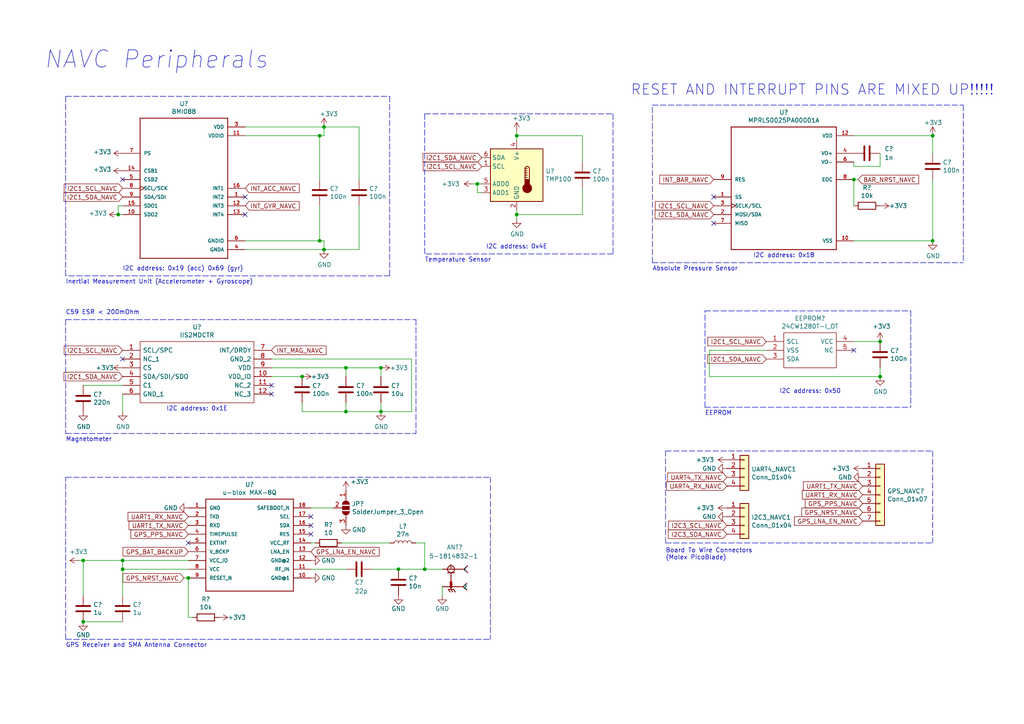
<source format=kicad_sch>
(kicad_sch
	(version 20231120)
	(generator "eeschema")
	(generator_version "8.0")
	(uuid "d7725e41-c629-4844-bf98-04053a51ec44")
	(paper "A4")
	(title_block
		(title "NAVC Peripherals")
		(date "2025-02-04")
		(rev "0.1")
	)
	(lib_symbols
		(symbol "24CW1280T-I_OT:24CW1280T-I_OT"
			(pin_names
				(offset 0.762)
			)
			(exclude_from_sim no)
			(in_bom yes)
			(on_board yes)
			(property "Reference" "IC"
				(at 21.59 7.62 0)
				(effects
					(font
						(size 1.27 1.27)
					)
					(justify left)
				)
			)
			(property "Value" "24CW1280T-I_OT"
				(at 21.59 5.08 0)
				(effects
					(font
						(size 1.27 1.27)
					)
					(justify left)
				)
			)
			(property "Footprint" "SOT95P280X145-5N"
				(at 21.59 2.54 0)
				(effects
					(font
						(size 1.27 1.27)
					)
					(justify left)
					(hide yes)
				)
			)
			(property "Datasheet" "http://ww1.microchip.com/downloads/en/DeviceDoc/24CW16X-24CW32X-24CW64X-24CW128X-Data-Sheet-20005772B.pdf"
				(at 21.59 0 0)
				(effects
					(font
						(size 1.27 1.27)
					)
					(justify left)
					(hide yes)
				)
			)
			(property "Description" "MICROCHIP - 24CW1280T-I/OT - EEPROM, 128KBIT, -40 TO 85DEG C"
				(at 0 0 0)
				(effects
					(font
						(size 1.27 1.27)
					)
					(hide yes)
				)
			)
			(property "Description_1" "MICROCHIP - 24CW1280T-I/OT - EEPROM, 128KBIT, -40 TO 85DEG C"
				(at 21.59 -2.54 0)
				(effects
					(font
						(size 1.27 1.27)
					)
					(justify left)
					(hide yes)
				)
			)
			(property "Height" "1.45"
				(at 21.59 -5.08 0)
				(effects
					(font
						(size 1.27 1.27)
					)
					(justify left)
					(hide yes)
				)
			)
			(property "Manufacturer_Name" "Microchip"
				(at 21.59 -7.62 0)
				(effects
					(font
						(size 1.27 1.27)
					)
					(justify left)
					(hide yes)
				)
			)
			(property "Manufacturer_Part_Number" "24CW1280T-I/OT"
				(at 21.59 -10.16 0)
				(effects
					(font
						(size 1.27 1.27)
					)
					(justify left)
					(hide yes)
				)
			)
			(property "Mouser Part Number" "579-24CW1280T-I/OT"
				(at 21.59 -12.7 0)
				(effects
					(font
						(size 1.27 1.27)
					)
					(justify left)
					(hide yes)
				)
			)
			(property "Mouser Price/Stock" "https://www.mouser.com/Search/Refine.aspx?Keyword=579-24CW1280T-I%2FOT"
				(at 21.59 -15.24 0)
				(effects
					(font
						(size 1.27 1.27)
					)
					(justify left)
					(hide yes)
				)
			)
			(property "RS Part Number" "1871851"
				(at 21.59 -17.78 0)
				(effects
					(font
						(size 1.27 1.27)
					)
					(justify left)
					(hide yes)
				)
			)
			(property "RS Price/Stock" "http://uk.rs-online.com/web/p/products/1871851"
				(at 21.59 -20.32 0)
				(effects
					(font
						(size 1.27 1.27)
					)
					(justify left)
					(hide yes)
				)
			)
			(symbol "24CW1280T-I_OT_0_0"
				(pin bidirectional line
					(at 0 0 0)
					(length 5.08)
					(name "SCL"
						(effects
							(font
								(size 1.27 1.27)
							)
						)
					)
					(number "1"
						(effects
							(font
								(size 1.27 1.27)
							)
						)
					)
				)
				(pin bidirectional line
					(at 0 -2.54 0)
					(length 5.08)
					(name "VSS"
						(effects
							(font
								(size 1.27 1.27)
							)
						)
					)
					(number "2"
						(effects
							(font
								(size 1.27 1.27)
							)
						)
					)
				)
				(pin bidirectional line
					(at 0 -5.08 0)
					(length 5.08)
					(name "SDA"
						(effects
							(font
								(size 1.27 1.27)
							)
						)
					)
					(number "3"
						(effects
							(font
								(size 1.27 1.27)
							)
						)
					)
				)
				(pin bidirectional line
					(at 25.4 0 180)
					(length 5.08)
					(name "VCC"
						(effects
							(font
								(size 1.27 1.27)
							)
						)
					)
					(number "4"
						(effects
							(font
								(size 1.27 1.27)
							)
						)
					)
				)
				(pin bidirectional line
					(at 25.4 -2.54 180)
					(length 5.08)
					(name "NC"
						(effects
							(font
								(size 1.27 1.27)
							)
						)
					)
					(number "5"
						(effects
							(font
								(size 1.27 1.27)
							)
						)
					)
				)
			)
			(symbol "24CW1280T-I_OT_0_1"
				(polyline
					(pts
						(xy 5.08 2.54) (xy 20.32 2.54) (xy 20.32 -7.62) (xy 5.08 -7.62) (xy 5.08 2.54)
					)
					(stroke
						(width 0.1524)
						(type solid)
					)
					(fill
						(type none)
					)
				)
			)
		)
		(symbol "5-1814832-1:5-1814832-1"
			(pin_names
				(offset 1.016)
			)
			(exclude_from_sim no)
			(in_bom yes)
			(on_board yes)
			(property "Reference" "J"
				(at -3.81 4.064 0)
				(effects
					(font
						(size 1.27 1.27)
					)
					(justify left bottom)
				)
			)
			(property "Value" "5-1814832-1"
				(at -4.318 -5.588 0)
				(effects
					(font
						(size 1.27 1.27)
					)
					(justify left bottom)
				)
			)
			(property "Footprint" "TE_5-1814832-1"
				(at 0 0 0)
				(effects
					(font
						(size 1.27 1.27)
					)
					(justify left bottom)
					(hide yes)
				)
			)
			(property "Datasheet" "https://www.te.com/usa-en/product-518148321.html?te_bu=Cor&te_type=disp&te_campaign=seda_glo_cor-seda-global-disp-prtnr-fy19-seda-model-bom-cta_sma-317_1&elqCampaignId=32493"
				(at 0 0 0)
				(effects
					(font
						(size 1.27 1.27)
					)
					(justify left bottom)
					(hide yes)
				)
			)
			(property "Description" ""
				(at 0 0 0)
				(effects
					(font
						(size 1.27 1.27)
					)
					(hide yes)
				)
			)
			(property "Field5" "TE Connectivity"
				(at 0 0 0)
				(effects
					(font
						(size 1.27 1.27)
					)
					(justify left bottom)
					(hide yes)
				)
			)
			(property "Field6" "SMA/QMA socket 50 Ohm | TE Connectivity 518148321 _SMA/QMA socket 50 Ohm RF Connectors_."
				(at 0 0 0)
				(effects
					(font
						(size 1.27 1.27)
					)
					(justify left bottom)
					(hide yes)
				)
			)
			(property "Field7" "518148321"
				(at 0 0 0)
				(effects
					(font
						(size 1.27 1.27)
					)
					(justify left bottom)
					(hide yes)
				)
			)
			(property "Field8" "None"
				(at 0 0 0)
				(effects
					(font
						(size 1.27 1.27)
					)
					(justify left bottom)
					(hide yes)
				)
			)
			(property "Field9" "Unavailable"
				(at 0 0 0)
				(effects
					(font
						(size 1.27 1.27)
					)
					(justify left bottom)
					(hide yes)
				)
			)
			(property "Field10" "None"
				(at 0 0 0)
				(effects
					(font
						(size 1.27 1.27)
					)
					(justify left bottom)
					(hide yes)
				)
			)
			(property "ki_locked" ""
				(at 0 0 0)
				(effects
					(font
						(size 1.27 1.27)
					)
				)
			)
			(symbol "5-1814832-1_0_0"
				(circle
					(center 0 -2.54)
					(radius 0.254)
					(stroke
						(width 0.254)
						(type solid)
					)
					(fill
						(type none)
					)
				)
				(polyline
					(pts
						(xy -4.826 1.524) (xy -3.81 2.54)
					)
					(stroke
						(width 0.254)
						(type solid)
					)
					(fill
						(type none)
					)
				)
				(polyline
					(pts
						(xy -4.826 3.556) (xy -3.81 2.54)
					)
					(stroke
						(width 0.254)
						(type solid)
					)
					(fill
						(type none)
					)
				)
				(polyline
					(pts
						(xy -4.572 -3.556) (xy -3.556 -2.54)
					)
					(stroke
						(width 0.254)
						(type solid)
					)
					(fill
						(type none)
					)
				)
				(polyline
					(pts
						(xy -4.572 -1.524) (xy -3.556 -2.54)
					)
					(stroke
						(width 0.254)
						(type solid)
					)
					(fill
						(type none)
					)
				)
				(polyline
					(pts
						(xy -3.81 2.54) (xy 2.54 2.54)
					)
					(stroke
						(width 0.254)
						(type solid)
					)
					(fill
						(type none)
					)
				)
				(polyline
					(pts
						(xy -1.016 1.524) (xy 0 1.524)
					)
					(stroke
						(width 0.254)
						(type solid)
					)
					(fill
						(type none)
					)
				)
				(polyline
					(pts
						(xy -0.762 -3.302) (xy -1.27 -4.064)
					)
					(stroke
						(width 0.254)
						(type solid)
					)
					(fill
						(type none)
					)
				)
				(polyline
					(pts
						(xy 0 -3.302) (xy -0.762 -3.302)
					)
					(stroke
						(width 0.254)
						(type solid)
					)
					(fill
						(type none)
					)
				)
				(polyline
					(pts
						(xy 0 -3.302) (xy -0.508 -4.064)
					)
					(stroke
						(width 0.254)
						(type solid)
					)
					(fill
						(type none)
					)
				)
				(polyline
					(pts
						(xy 0 -3.302) (xy 0.762 -3.302)
					)
					(stroke
						(width 0.254)
						(type solid)
					)
					(fill
						(type none)
					)
				)
				(polyline
					(pts
						(xy 0 -2.54) (xy -3.556 -2.54)
					)
					(stroke
						(width 0.254)
						(type solid)
					)
					(fill
						(type none)
					)
				)
				(polyline
					(pts
						(xy 0 -2.54) (xy 0 -3.302)
					)
					(stroke
						(width 0.254)
						(type solid)
					)
					(fill
						(type none)
					)
				)
				(polyline
					(pts
						(xy 0 1.524) (xy 0 -2.54)
					)
					(stroke
						(width 0.254)
						(type solid)
					)
					(fill
						(type none)
					)
				)
				(polyline
					(pts
						(xy 0 1.524) (xy 1.016 1.524)
					)
					(stroke
						(width 0.254)
						(type solid)
					)
					(fill
						(type none)
					)
				)
				(polyline
					(pts
						(xy 0.762 -3.302) (xy 0.254 -4.064)
					)
					(stroke
						(width 0.254)
						(type solid)
					)
					(fill
						(type none)
					)
				)
				(polyline
					(pts
						(xy 2.54 -2.54) (xy 0 -2.54)
					)
					(stroke
						(width 0.254)
						(type solid)
					)
					(fill
						(type none)
					)
				)
				(circle
					(center 0 2.54)
					(radius 1.016)
					(stroke
						(width 0.254)
						(type solid)
					)
					(fill
						(type none)
					)
				)
				(pin passive line
					(at 2.54 2.54 180)
					(length 5.08)
					(name "1"
						(effects
							(font
								(size 1.016 1.016)
							)
						)
					)
					(number "1"
						(effects
							(font
								(size 1.016 1.016)
							)
						)
					)
				)
				(pin passive line
					(at 2.54 -2.54 180)
					(length 5.08)
					(name "2"
						(effects
							(font
								(size 1.016 1.016)
							)
						)
					)
					(number "2"
						(effects
							(font
								(size 1.016 1.016)
							)
						)
					)
				)
				(pin passive line
					(at 2.54 -2.54 180)
					(length 5.08)
					(name "2"
						(effects
							(font
								(size 1.016 1.016)
							)
						)
					)
					(number "3"
						(effects
							(font
								(size 1.016 1.016)
							)
						)
					)
				)
				(pin passive line
					(at 2.54 -2.54 180)
					(length 5.08)
					(name "2"
						(effects
							(font
								(size 1.016 1.016)
							)
						)
					)
					(number "4"
						(effects
							(font
								(size 1.016 1.016)
							)
						)
					)
				)
				(pin passive line
					(at 2.54 -2.54 180)
					(length 5.08)
					(name "2"
						(effects
							(font
								(size 1.016 1.016)
							)
						)
					)
					(number "5"
						(effects
							(font
								(size 1.016 1.016)
							)
						)
					)
				)
			)
		)
		(symbol "BMI088:BMI088"
			(pin_names
				(offset 1.016)
			)
			(exclude_from_sim no)
			(in_bom yes)
			(on_board yes)
			(property "Reference" "U"
				(at -12.7 20.955 0)
				(effects
					(font
						(size 1.27 1.27)
					)
					(justify left bottom)
				)
			)
			(property "Value" "BMI088"
				(at -12.7 -22.86 0)
				(effects
					(font
						(size 1.27 1.27)
					)
					(justify left bottom)
				)
			)
			(property "Footprint" "PQFN50P450X300X100-16N"
				(at 0 0 0)
				(effects
					(font
						(size 1.27 1.27)
					)
					(justify left bottom)
					(hide yes)
				)
			)
			(property "Datasheet" "BMI088"
				(at 0 0 0)
				(effects
					(font
						(size 1.27 1.27)
					)
					(justify left bottom)
					(hide yes)
				)
			)
			(property "Description" ""
				(at 0 0 0)
				(effects
					(font
						(size 1.27 1.27)
					)
					(hide yes)
				)
			)
			(property "Field5" "None"
				(at 0 0 0)
				(effects
					(font
						(size 1.27 1.27)
					)
					(justify left bottom)
					(hide yes)
				)
			)
			(property "Field6" "VFLGA-16 Bosch Sensortec"
				(at 0 0 0)
				(effects
					(font
						(size 1.27 1.27)
					)
					(justify left bottom)
					(hide yes)
				)
			)
			(property "Field7" "Bosch Sensortec"
				(at 0 0 0)
				(effects
					(font
						(size 1.27 1.27)
					)
					(justify left bottom)
					(hide yes)
				)
			)
			(property "Field8" "High-performance 6-axis inertial sensor _accelerometer + gyroscope_"
				(at 0 0 0)
				(effects
					(font
						(size 1.27 1.27)
					)
					(justify left bottom)
					(hide yes)
				)
			)
			(property "Field9" "Unavailable"
				(at 0 0 0)
				(effects
					(font
						(size 1.27 1.27)
					)
					(justify left bottom)
					(hide yes)
				)
			)
			(property "ki_locked" ""
				(at 0 0 0)
				(effects
					(font
						(size 1.27 1.27)
					)
				)
			)
			(symbol "BMI088_0_0"
				(polyline
					(pts
						(xy -12.7 -20.32) (xy -12.7 20.32)
					)
					(stroke
						(width 0.254)
						(type solid)
					)
					(fill
						(type none)
					)
				)
				(polyline
					(pts
						(xy -12.7 20.32) (xy 12.7 20.32)
					)
					(stroke
						(width 0.254)
						(type solid)
					)
					(fill
						(type none)
					)
				)
				(polyline
					(pts
						(xy 12.7 -20.32) (xy -12.7 -20.32)
					)
					(stroke
						(width 0.254)
						(type solid)
					)
					(fill
						(type none)
					)
				)
				(polyline
					(pts
						(xy 12.7 20.32) (xy 12.7 -20.32)
					)
					(stroke
						(width 0.254)
						(type solid)
					)
					(fill
						(type none)
					)
				)
				(pin bidirectional line
					(at 17.78 -2.54 180)
					(length 5.08)
					(name "INT2"
						(effects
							(font
								(size 1.016 1.016)
							)
						)
					)
					(number "1"
						(effects
							(font
								(size 1.016 1.016)
							)
						)
					)
				)
				(pin output line
					(at -17.78 -7.62 0)
					(length 5.08)
					(name "SDO2"
						(effects
							(font
								(size 1.016 1.016)
							)
						)
					)
					(number "10"
						(effects
							(font
								(size 1.016 1.016)
							)
						)
					)
				)
				(pin power_in line
					(at 17.78 15.24 180)
					(length 5.08)
					(name "VDDIO"
						(effects
							(font
								(size 1.016 1.016)
							)
						)
					)
					(number "11"
						(effects
							(font
								(size 1.016 1.016)
							)
						)
					)
				)
				(pin bidirectional line
					(at 17.78 -5.08 180)
					(length 5.08)
					(name "INT3"
						(effects
							(font
								(size 1.016 1.016)
							)
						)
					)
					(number "12"
						(effects
							(font
								(size 1.016 1.016)
							)
						)
					)
				)
				(pin bidirectional line
					(at 17.78 -7.62 180)
					(length 5.08)
					(name "INT4"
						(effects
							(font
								(size 1.016 1.016)
							)
						)
					)
					(number "13"
						(effects
							(font
								(size 1.016 1.016)
							)
						)
					)
				)
				(pin input line
					(at -17.78 5.08 0)
					(length 5.08)
					(name "CSB1"
						(effects
							(font
								(size 1.016 1.016)
							)
						)
					)
					(number "14"
						(effects
							(font
								(size 1.016 1.016)
							)
						)
					)
				)
				(pin output line
					(at -17.78 -5.08 0)
					(length 5.08)
					(name "SDO1"
						(effects
							(font
								(size 1.016 1.016)
							)
						)
					)
					(number "15"
						(effects
							(font
								(size 1.016 1.016)
							)
						)
					)
				)
				(pin bidirectional line
					(at 17.78 0 180)
					(length 5.08)
					(name "INT1"
						(effects
							(font
								(size 1.016 1.016)
							)
						)
					)
					(number "16"
						(effects
							(font
								(size 1.016 1.016)
							)
						)
					)
				)
				(pin power_in line
					(at 17.78 17.78 180)
					(length 5.08)
					(name "VDD"
						(effects
							(font
								(size 1.016 1.016)
							)
						)
					)
					(number "3"
						(effects
							(font
								(size 1.016 1.016)
							)
						)
					)
				)
				(pin power_in line
					(at 17.78 -17.78 180)
					(length 5.08)
					(name "GNDA"
						(effects
							(font
								(size 1.016 1.016)
							)
						)
					)
					(number "4"
						(effects
							(font
								(size 1.016 1.016)
							)
						)
					)
				)
				(pin input line
					(at -17.78 2.54 0)
					(length 5.08)
					(name "CSB2"
						(effects
							(font
								(size 1.016 1.016)
							)
						)
					)
					(number "5"
						(effects
							(font
								(size 1.016 1.016)
							)
						)
					)
				)
				(pin power_in line
					(at 17.78 -15.24 180)
					(length 5.08)
					(name "GNDIO"
						(effects
							(font
								(size 1.016 1.016)
							)
						)
					)
					(number "6"
						(effects
							(font
								(size 1.016 1.016)
							)
						)
					)
				)
				(pin input line
					(at -17.78 10.16 0)
					(length 5.08)
					(name "PS"
						(effects
							(font
								(size 1.016 1.016)
							)
						)
					)
					(number "7"
						(effects
							(font
								(size 1.016 1.016)
							)
						)
					)
				)
				(pin input clock
					(at -17.78 0 0)
					(length 5.08)
					(name "SCL/SCK"
						(effects
							(font
								(size 1.016 1.016)
							)
						)
					)
					(number "8"
						(effects
							(font
								(size 1.016 1.016)
							)
						)
					)
				)
				(pin bidirectional line
					(at -17.78 -2.54 0)
					(length 5.08)
					(name "SDA/SDI"
						(effects
							(font
								(size 1.016 1.016)
							)
						)
					)
					(number "9"
						(effects
							(font
								(size 1.016 1.016)
							)
						)
					)
				)
			)
		)
		(symbol "Connector_Generic:Conn_01x04"
			(pin_names
				(offset 1.016) hide)
			(exclude_from_sim no)
			(in_bom yes)
			(on_board yes)
			(property "Reference" "J"
				(at 0 5.08 0)
				(effects
					(font
						(size 1.27 1.27)
					)
				)
			)
			(property "Value" "Conn_01x04"
				(at 0 -7.62 0)
				(effects
					(font
						(size 1.27 1.27)
					)
				)
			)
			(property "Footprint" ""
				(at 0 0 0)
				(effects
					(font
						(size 1.27 1.27)
					)
					(hide yes)
				)
			)
			(property "Datasheet" "~"
				(at 0 0 0)
				(effects
					(font
						(size 1.27 1.27)
					)
					(hide yes)
				)
			)
			(property "Description" "Generic connector, single row, 01x04, script generated (kicad-library-utils/schlib/autogen/connector/)"
				(at 0 0 0)
				(effects
					(font
						(size 1.27 1.27)
					)
					(hide yes)
				)
			)
			(property "ki_keywords" "connector"
				(at 0 0 0)
				(effects
					(font
						(size 1.27 1.27)
					)
					(hide yes)
				)
			)
			(property "ki_fp_filters" "Connector*:*_1x??_*"
				(at 0 0 0)
				(effects
					(font
						(size 1.27 1.27)
					)
					(hide yes)
				)
			)
			(symbol "Conn_01x04_1_1"
				(rectangle
					(start -1.27 -4.953)
					(end 0 -5.207)
					(stroke
						(width 0.1524)
						(type default)
					)
					(fill
						(type none)
					)
				)
				(rectangle
					(start -1.27 -2.413)
					(end 0 -2.667)
					(stroke
						(width 0.1524)
						(type default)
					)
					(fill
						(type none)
					)
				)
				(rectangle
					(start -1.27 0.127)
					(end 0 -0.127)
					(stroke
						(width 0.1524)
						(type default)
					)
					(fill
						(type none)
					)
				)
				(rectangle
					(start -1.27 2.667)
					(end 0 2.413)
					(stroke
						(width 0.1524)
						(type default)
					)
					(fill
						(type none)
					)
				)
				(rectangle
					(start -1.27 3.81)
					(end 1.27 -6.35)
					(stroke
						(width 0.254)
						(type default)
					)
					(fill
						(type background)
					)
				)
				(pin passive line
					(at -5.08 2.54 0)
					(length 3.81)
					(name "Pin_1"
						(effects
							(font
								(size 1.27 1.27)
							)
						)
					)
					(number "1"
						(effects
							(font
								(size 1.27 1.27)
							)
						)
					)
				)
				(pin passive line
					(at -5.08 0 0)
					(length 3.81)
					(name "Pin_2"
						(effects
							(font
								(size 1.27 1.27)
							)
						)
					)
					(number "2"
						(effects
							(font
								(size 1.27 1.27)
							)
						)
					)
				)
				(pin passive line
					(at -5.08 -2.54 0)
					(length 3.81)
					(name "Pin_3"
						(effects
							(font
								(size 1.27 1.27)
							)
						)
					)
					(number "3"
						(effects
							(font
								(size 1.27 1.27)
							)
						)
					)
				)
				(pin passive line
					(at -5.08 -5.08 0)
					(length 3.81)
					(name "Pin_4"
						(effects
							(font
								(size 1.27 1.27)
							)
						)
					)
					(number "4"
						(effects
							(font
								(size 1.27 1.27)
							)
						)
					)
				)
			)
		)
		(symbol "Connector_Generic:Conn_01x07"
			(pin_names
				(offset 1.016) hide)
			(exclude_from_sim no)
			(in_bom yes)
			(on_board yes)
			(property "Reference" "J"
				(at 0 10.16 0)
				(effects
					(font
						(size 1.27 1.27)
					)
				)
			)
			(property "Value" "Conn_01x07"
				(at 0 -10.16 0)
				(effects
					(font
						(size 1.27 1.27)
					)
				)
			)
			(property "Footprint" ""
				(at 0 0 0)
				(effects
					(font
						(size 1.27 1.27)
					)
					(hide yes)
				)
			)
			(property "Datasheet" "~"
				(at 0 0 0)
				(effects
					(font
						(size 1.27 1.27)
					)
					(hide yes)
				)
			)
			(property "Description" "Generic connector, single row, 01x07, script generated (kicad-library-utils/schlib/autogen/connector/)"
				(at 0 0 0)
				(effects
					(font
						(size 1.27 1.27)
					)
					(hide yes)
				)
			)
			(property "ki_keywords" "connector"
				(at 0 0 0)
				(effects
					(font
						(size 1.27 1.27)
					)
					(hide yes)
				)
			)
			(property "ki_fp_filters" "Connector*:*_1x??_*"
				(at 0 0 0)
				(effects
					(font
						(size 1.27 1.27)
					)
					(hide yes)
				)
			)
			(symbol "Conn_01x07_1_1"
				(rectangle
					(start -1.27 -7.493)
					(end 0 -7.747)
					(stroke
						(width 0.1524)
						(type default)
					)
					(fill
						(type none)
					)
				)
				(rectangle
					(start -1.27 -4.953)
					(end 0 -5.207)
					(stroke
						(width 0.1524)
						(type default)
					)
					(fill
						(type none)
					)
				)
				(rectangle
					(start -1.27 -2.413)
					(end 0 -2.667)
					(stroke
						(width 0.1524)
						(type default)
					)
					(fill
						(type none)
					)
				)
				(rectangle
					(start -1.27 0.127)
					(end 0 -0.127)
					(stroke
						(width 0.1524)
						(type default)
					)
					(fill
						(type none)
					)
				)
				(rectangle
					(start -1.27 2.667)
					(end 0 2.413)
					(stroke
						(width 0.1524)
						(type default)
					)
					(fill
						(type none)
					)
				)
				(rectangle
					(start -1.27 5.207)
					(end 0 4.953)
					(stroke
						(width 0.1524)
						(type default)
					)
					(fill
						(type none)
					)
				)
				(rectangle
					(start -1.27 7.747)
					(end 0 7.493)
					(stroke
						(width 0.1524)
						(type default)
					)
					(fill
						(type none)
					)
				)
				(rectangle
					(start -1.27 8.89)
					(end 1.27 -8.89)
					(stroke
						(width 0.254)
						(type default)
					)
					(fill
						(type background)
					)
				)
				(pin passive line
					(at -5.08 7.62 0)
					(length 3.81)
					(name "Pin_1"
						(effects
							(font
								(size 1.27 1.27)
							)
						)
					)
					(number "1"
						(effects
							(font
								(size 1.27 1.27)
							)
						)
					)
				)
				(pin passive line
					(at -5.08 5.08 0)
					(length 3.81)
					(name "Pin_2"
						(effects
							(font
								(size 1.27 1.27)
							)
						)
					)
					(number "2"
						(effects
							(font
								(size 1.27 1.27)
							)
						)
					)
				)
				(pin passive line
					(at -5.08 2.54 0)
					(length 3.81)
					(name "Pin_3"
						(effects
							(font
								(size 1.27 1.27)
							)
						)
					)
					(number "3"
						(effects
							(font
								(size 1.27 1.27)
							)
						)
					)
				)
				(pin passive line
					(at -5.08 0 0)
					(length 3.81)
					(name "Pin_4"
						(effects
							(font
								(size 1.27 1.27)
							)
						)
					)
					(number "4"
						(effects
							(font
								(size 1.27 1.27)
							)
						)
					)
				)
				(pin passive line
					(at -5.08 -2.54 0)
					(length 3.81)
					(name "Pin_5"
						(effects
							(font
								(size 1.27 1.27)
							)
						)
					)
					(number "5"
						(effects
							(font
								(size 1.27 1.27)
							)
						)
					)
				)
				(pin passive line
					(at -5.08 -5.08 0)
					(length 3.81)
					(name "Pin_6"
						(effects
							(font
								(size 1.27 1.27)
							)
						)
					)
					(number "6"
						(effects
							(font
								(size 1.27 1.27)
							)
						)
					)
				)
				(pin passive line
					(at -5.08 -7.62 0)
					(length 3.81)
					(name "Pin_7"
						(effects
							(font
								(size 1.27 1.27)
							)
						)
					)
					(number "7"
						(effects
							(font
								(size 1.27 1.27)
							)
						)
					)
				)
			)
		)
		(symbol "Device:C"
			(pin_numbers hide)
			(pin_names
				(offset 0.254)
			)
			(exclude_from_sim no)
			(in_bom yes)
			(on_board yes)
			(property "Reference" "C"
				(at 0.635 2.54 0)
				(effects
					(font
						(size 1.27 1.27)
					)
					(justify left)
				)
			)
			(property "Value" "C"
				(at 0.635 -2.54 0)
				(effects
					(font
						(size 1.27 1.27)
					)
					(justify left)
				)
			)
			(property "Footprint" ""
				(at 0.9652 -3.81 0)
				(effects
					(font
						(size 1.27 1.27)
					)
					(hide yes)
				)
			)
			(property "Datasheet" "~"
				(at 0 0 0)
				(effects
					(font
						(size 1.27 1.27)
					)
					(hide yes)
				)
			)
			(property "Description" "Unpolarized capacitor"
				(at 0 0 0)
				(effects
					(font
						(size 1.27 1.27)
					)
					(hide yes)
				)
			)
			(property "ki_keywords" "cap capacitor"
				(at 0 0 0)
				(effects
					(font
						(size 1.27 1.27)
					)
					(hide yes)
				)
			)
			(property "ki_fp_filters" "C_*"
				(at 0 0 0)
				(effects
					(font
						(size 1.27 1.27)
					)
					(hide yes)
				)
			)
			(symbol "C_0_1"
				(polyline
					(pts
						(xy -2.032 -0.762) (xy 2.032 -0.762)
					)
					(stroke
						(width 0.508)
						(type default)
					)
					(fill
						(type none)
					)
				)
				(polyline
					(pts
						(xy -2.032 0.762) (xy 2.032 0.762)
					)
					(stroke
						(width 0.508)
						(type default)
					)
					(fill
						(type none)
					)
				)
			)
			(symbol "C_1_1"
				(pin passive line
					(at 0 3.81 270)
					(length 2.794)
					(name "~"
						(effects
							(font
								(size 1.27 1.27)
							)
						)
					)
					(number "1"
						(effects
							(font
								(size 1.27 1.27)
							)
						)
					)
				)
				(pin passive line
					(at 0 -3.81 90)
					(length 2.794)
					(name "~"
						(effects
							(font
								(size 1.27 1.27)
							)
						)
					)
					(number "2"
						(effects
							(font
								(size 1.27 1.27)
							)
						)
					)
				)
			)
		)
		(symbol "Device:L"
			(pin_numbers hide)
			(pin_names
				(offset 1.016) hide)
			(exclude_from_sim no)
			(in_bom yes)
			(on_board yes)
			(property "Reference" "L"
				(at -1.27 0 90)
				(effects
					(font
						(size 1.27 1.27)
					)
				)
			)
			(property "Value" "L"
				(at 1.905 0 90)
				(effects
					(font
						(size 1.27 1.27)
					)
				)
			)
			(property "Footprint" ""
				(at 0 0 0)
				(effects
					(font
						(size 1.27 1.27)
					)
					(hide yes)
				)
			)
			(property "Datasheet" "~"
				(at 0 0 0)
				(effects
					(font
						(size 1.27 1.27)
					)
					(hide yes)
				)
			)
			(property "Description" "Inductor"
				(at 0 0 0)
				(effects
					(font
						(size 1.27 1.27)
					)
					(hide yes)
				)
			)
			(property "ki_keywords" "inductor choke coil reactor magnetic"
				(at 0 0 0)
				(effects
					(font
						(size 1.27 1.27)
					)
					(hide yes)
				)
			)
			(property "ki_fp_filters" "Choke_* *Coil* Inductor_* L_*"
				(at 0 0 0)
				(effects
					(font
						(size 1.27 1.27)
					)
					(hide yes)
				)
			)
			(symbol "L_0_1"
				(arc
					(start 0 -2.54)
					(mid 0.6323 -1.905)
					(end 0 -1.27)
					(stroke
						(width 0)
						(type default)
					)
					(fill
						(type none)
					)
				)
				(arc
					(start 0 -1.27)
					(mid 0.6323 -0.635)
					(end 0 0)
					(stroke
						(width 0)
						(type default)
					)
					(fill
						(type none)
					)
				)
				(arc
					(start 0 0)
					(mid 0.6323 0.635)
					(end 0 1.27)
					(stroke
						(width 0)
						(type default)
					)
					(fill
						(type none)
					)
				)
				(arc
					(start 0 1.27)
					(mid 0.6323 1.905)
					(end 0 2.54)
					(stroke
						(width 0)
						(type default)
					)
					(fill
						(type none)
					)
				)
			)
			(symbol "L_1_1"
				(pin passive line
					(at 0 3.81 270)
					(length 1.27)
					(name "1"
						(effects
							(font
								(size 1.27 1.27)
							)
						)
					)
					(number "1"
						(effects
							(font
								(size 1.27 1.27)
							)
						)
					)
				)
				(pin passive line
					(at 0 -3.81 90)
					(length 1.27)
					(name "2"
						(effects
							(font
								(size 1.27 1.27)
							)
						)
					)
					(number "2"
						(effects
							(font
								(size 1.27 1.27)
							)
						)
					)
				)
			)
		)
		(symbol "Device:R"
			(pin_numbers hide)
			(pin_names
				(offset 0)
			)
			(exclude_from_sim no)
			(in_bom yes)
			(on_board yes)
			(property "Reference" "R"
				(at 2.032 0 90)
				(effects
					(font
						(size 1.27 1.27)
					)
				)
			)
			(property "Value" "R"
				(at 0 0 90)
				(effects
					(font
						(size 1.27 1.27)
					)
				)
			)
			(property "Footprint" ""
				(at -1.778 0 90)
				(effects
					(font
						(size 1.27 1.27)
					)
					(hide yes)
				)
			)
			(property "Datasheet" "~"
				(at 0 0 0)
				(effects
					(font
						(size 1.27 1.27)
					)
					(hide yes)
				)
			)
			(property "Description" "Resistor"
				(at 0 0 0)
				(effects
					(font
						(size 1.27 1.27)
					)
					(hide yes)
				)
			)
			(property "ki_keywords" "R res resistor"
				(at 0 0 0)
				(effects
					(font
						(size 1.27 1.27)
					)
					(hide yes)
				)
			)
			(property "ki_fp_filters" "R_*"
				(at 0 0 0)
				(effects
					(font
						(size 1.27 1.27)
					)
					(hide yes)
				)
			)
			(symbol "R_0_1"
				(rectangle
					(start -1.016 -2.54)
					(end 1.016 2.54)
					(stroke
						(width 0.254)
						(type default)
					)
					(fill
						(type none)
					)
				)
			)
			(symbol "R_1_1"
				(pin passive line
					(at 0 3.81 270)
					(length 1.27)
					(name "~"
						(effects
							(font
								(size 1.27 1.27)
							)
						)
					)
					(number "1"
						(effects
							(font
								(size 1.27 1.27)
							)
						)
					)
				)
				(pin passive line
					(at 0 -3.81 90)
					(length 1.27)
					(name "~"
						(effects
							(font
								(size 1.27 1.27)
							)
						)
					)
					(number "2"
						(effects
							(font
								(size 1.27 1.27)
							)
						)
					)
				)
			)
		)
		(symbol "Hades-rescue:+3.3V-power"
			(power)
			(pin_names
				(offset 0)
			)
			(exclude_from_sim no)
			(in_bom yes)
			(on_board yes)
			(property "Reference" "#PWR"
				(at 0 -3.81 0)
				(effects
					(font
						(size 1.27 1.27)
					)
					(hide yes)
				)
			)
			(property "Value" "power:+3.3V"
				(at 0 3.556 0)
				(effects
					(font
						(size 1.27 1.27)
					)
				)
			)
			(property "Footprint" ""
				(at 0 0 0)
				(effects
					(font
						(size 1.27 1.27)
					)
					(hide yes)
				)
			)
			(property "Datasheet" ""
				(at 0 0 0)
				(effects
					(font
						(size 1.27 1.27)
					)
					(hide yes)
				)
			)
			(property "Description" ""
				(at 0 0 0)
				(effects
					(font
						(size 1.27 1.27)
					)
					(hide yes)
				)
			)
			(symbol "+3.3V-power_0_1"
				(polyline
					(pts
						(xy -0.762 1.27) (xy 0 2.54)
					)
					(stroke
						(width 0)
						(type solid)
					)
					(fill
						(type none)
					)
				)
				(polyline
					(pts
						(xy 0 0) (xy 0 2.54)
					)
					(stroke
						(width 0)
						(type solid)
					)
					(fill
						(type none)
					)
				)
				(polyline
					(pts
						(xy 0 2.54) (xy 0.762 1.27)
					)
					(stroke
						(width 0)
						(type solid)
					)
					(fill
						(type none)
					)
				)
			)
			(symbol "+3.3V-power_1_1"
				(pin power_in line
					(at 0 0 90)
					(length 0) hide
					(name "+3V3"
						(effects
							(font
								(size 1.27 1.27)
							)
						)
					)
					(number "1"
						(effects
							(font
								(size 1.27 1.27)
							)
						)
					)
				)
			)
		)
		(symbol "Hades-rescue:+3V3-power"
			(power)
			(pin_names
				(offset 0)
			)
			(exclude_from_sim no)
			(in_bom yes)
			(on_board yes)
			(property "Reference" "#PWR"
				(at 0 -3.81 0)
				(effects
					(font
						(size 1.27 1.27)
					)
					(hide yes)
				)
			)
			(property "Value" "power:+3V3"
				(at 0 3.556 0)
				(effects
					(font
						(size 1.27 1.27)
					)
				)
			)
			(property "Footprint" ""
				(at 0 0 0)
				(effects
					(font
						(size 1.27 1.27)
					)
					(hide yes)
				)
			)
			(property "Datasheet" ""
				(at 0 0 0)
				(effects
					(font
						(size 1.27 1.27)
					)
					(hide yes)
				)
			)
			(property "Description" ""
				(at 0 0 0)
				(effects
					(font
						(size 1.27 1.27)
					)
					(hide yes)
				)
			)
			(symbol "+3V3-power_0_1"
				(polyline
					(pts
						(xy -0.762 1.27) (xy 0 2.54)
					)
					(stroke
						(width 0)
						(type solid)
					)
					(fill
						(type none)
					)
				)
				(polyline
					(pts
						(xy 0 0) (xy 0 2.54)
					)
					(stroke
						(width 0)
						(type solid)
					)
					(fill
						(type none)
					)
				)
				(polyline
					(pts
						(xy 0 2.54) (xy 0.762 1.27)
					)
					(stroke
						(width 0)
						(type solid)
					)
					(fill
						(type none)
					)
				)
			)
			(symbol "+3V3-power_1_1"
				(pin power_in line
					(at 0 0 90)
					(length 0) hide
					(name "+3V3"
						(effects
							(font
								(size 1.27 1.27)
							)
						)
					)
					(number "1"
						(effects
							(font
								(size 1.27 1.27)
							)
						)
					)
				)
			)
		)
		(symbol "Hades-rescue:GND-power"
			(power)
			(pin_names
				(offset 0)
			)
			(exclude_from_sim no)
			(in_bom yes)
			(on_board yes)
			(property "Reference" "#PWR"
				(at 0 -6.35 0)
				(effects
					(font
						(size 1.27 1.27)
					)
					(hide yes)
				)
			)
			(property "Value" "power:GND"
				(at 0 -3.81 0)
				(effects
					(font
						(size 1.27 1.27)
					)
				)
			)
			(property "Footprint" ""
				(at 0 0 0)
				(effects
					(font
						(size 1.27 1.27)
					)
					(hide yes)
				)
			)
			(property "Datasheet" ""
				(at 0 0 0)
				(effects
					(font
						(size 1.27 1.27)
					)
					(hide yes)
				)
			)
			(property "Description" ""
				(at 0 0 0)
				(effects
					(font
						(size 1.27 1.27)
					)
					(hide yes)
				)
			)
			(symbol "GND-power_0_1"
				(polyline
					(pts
						(xy 0 0) (xy 0 -1.27) (xy 1.27 -1.27) (xy 0 -2.54) (xy -1.27 -1.27) (xy 0 -1.27)
					)
					(stroke
						(width 0)
						(type solid)
					)
					(fill
						(type none)
					)
				)
			)
			(symbol "GND-power_1_1"
				(pin power_in line
					(at 0 0 270)
					(length 0) hide
					(name "GND"
						(effects
							(font
								(size 1.27 1.27)
							)
						)
					)
					(number "1"
						(effects
							(font
								(size 1.27 1.27)
							)
						)
					)
				)
			)
		)
		(symbol "Hades-rescue:SolderJumper_3_Open-Jumper"
			(pin_names
				(offset 0) hide)
			(exclude_from_sim no)
			(in_bom yes)
			(on_board yes)
			(property "Reference" "JP"
				(at -2.54 -2.54 0)
				(effects
					(font
						(size 1.27 1.27)
					)
				)
			)
			(property "Value" "Jumper:SolderJumper_3_Open"
				(at 0 2.794 0)
				(effects
					(font
						(size 1.27 1.27)
					)
				)
			)
			(property "Footprint" ""
				(at 0 0 0)
				(effects
					(font
						(size 1.27 1.27)
					)
					(hide yes)
				)
			)
			(property "Datasheet" ""
				(at 0 0 0)
				(effects
					(font
						(size 1.27 1.27)
					)
					(hide yes)
				)
			)
			(property "Description" ""
				(at 0 0 0)
				(effects
					(font
						(size 1.27 1.27)
					)
					(hide yes)
				)
			)
			(property "ki_fp_filters" "SolderJumper*Open*"
				(at 0 0 0)
				(effects
					(font
						(size 1.27 1.27)
					)
					(hide yes)
				)
			)
			(symbol "SolderJumper_3_Open-Jumper_0_1"
				(arc
					(start -1.016 1.016)
					(mid -2.032 0)
					(end -1.016 -1.016)
					(stroke
						(width 0)
						(type solid)
					)
					(fill
						(type none)
					)
				)
				(arc
					(start -1.016 1.016)
					(mid -2.032 0)
					(end -1.016 -1.016)
					(stroke
						(width 0)
						(type solid)
					)
					(fill
						(type outline)
					)
				)
				(rectangle
					(start -0.508 1.016)
					(end 0.508 -1.016)
					(stroke
						(width 0)
						(type solid)
					)
					(fill
						(type outline)
					)
				)
				(polyline
					(pts
						(xy -2.54 0) (xy -2.032 0)
					)
					(stroke
						(width 0)
						(type solid)
					)
					(fill
						(type none)
					)
				)
				(polyline
					(pts
						(xy -1.016 1.016) (xy -1.016 -1.016)
					)
					(stroke
						(width 0)
						(type solid)
					)
					(fill
						(type none)
					)
				)
				(polyline
					(pts
						(xy 0 -1.27) (xy 0 -1.016)
					)
					(stroke
						(width 0)
						(type solid)
					)
					(fill
						(type none)
					)
				)
				(polyline
					(pts
						(xy 1.016 1.016) (xy 1.016 -1.016)
					)
					(stroke
						(width 0)
						(type solid)
					)
					(fill
						(type none)
					)
				)
				(polyline
					(pts
						(xy 2.54 0) (xy 2.032 0)
					)
					(stroke
						(width 0)
						(type solid)
					)
					(fill
						(type none)
					)
				)
				(arc
					(start 1.016 -1.016)
					(mid 2.032 0)
					(end 1.016 1.016)
					(stroke
						(width 0)
						(type solid)
					)
					(fill
						(type none)
					)
				)
				(arc
					(start 1.016 -1.016)
					(mid 2.032 0)
					(end 1.016 1.016)
					(stroke
						(width 0)
						(type solid)
					)
					(fill
						(type outline)
					)
				)
			)
			(symbol "SolderJumper_3_Open-Jumper_1_1"
				(pin passive line
					(at -5.08 0 0)
					(length 2.54)
					(name "A"
						(effects
							(font
								(size 1.27 1.27)
							)
						)
					)
					(number "1"
						(effects
							(font
								(size 1.27 1.27)
							)
						)
					)
				)
				(pin input line
					(at 0 -3.81 90)
					(length 2.54)
					(name "C"
						(effects
							(font
								(size 1.27 1.27)
							)
						)
					)
					(number "2"
						(effects
							(font
								(size 1.27 1.27)
							)
						)
					)
				)
				(pin passive line
					(at 5.08 0 180)
					(length 2.54)
					(name "B"
						(effects
							(font
								(size 1.27 1.27)
							)
						)
					)
					(number "3"
						(effects
							(font
								(size 1.27 1.27)
							)
						)
					)
				)
			)
		)
		(symbol "IIS2MDCTR:IIS2MDCTR"
			(pin_names
				(offset 0.762)
			)
			(exclude_from_sim no)
			(in_bom yes)
			(on_board yes)
			(property "Reference" "IC"
				(at 39.37 7.62 0)
				(effects
					(font
						(size 1.27 1.27)
					)
					(justify left)
				)
			)
			(property "Value" "IIS2MDCTR"
				(at 39.37 5.08 0)
				(effects
					(font
						(size 1.27 1.27)
					)
					(justify left)
				)
			)
			(property "Footprint" "IIS2MDCTR"
				(at 39.37 2.54 0)
				(effects
					(font
						(size 1.27 1.27)
					)
					(justify left)
					(hide yes)
				)
			)
			(property "Datasheet" "https://www.st.com/resource/en/datasheet/iis2mdc.pdf"
				(at 39.37 0 0)
				(effects
					(font
						(size 1.27 1.27)
					)
					(justify left)
					(hide yes)
				)
			)
			(property "Description" "STMICROELECTRONICS - IIS2MDCTR - MEMS MODULE, 3-AXIS MAGNETOMETER, LGA-12"
				(at 0 0 0)
				(effects
					(font
						(size 1.27 1.27)
					)
					(hide yes)
				)
			)
			(property "Description_1" "STMICROELECTRONICS - IIS2MDCTR - MEMS MODULE, 3-AXIS MAGNETOMETER, LGA-12"
				(at 39.37 -2.54 0)
				(effects
					(font
						(size 1.27 1.27)
					)
					(justify left)
					(hide yes)
				)
			)
			(property "Height" "0.7"
				(at 39.37 -5.08 0)
				(effects
					(font
						(size 1.27 1.27)
					)
					(justify left)
					(hide yes)
				)
			)
			(property "Manufacturer_Name" "STMicroelectronics"
				(at 39.37 -7.62 0)
				(effects
					(font
						(size 1.27 1.27)
					)
					(justify left)
					(hide yes)
				)
			)
			(property "Manufacturer_Part_Number" "IIS2MDCTR"
				(at 39.37 -10.16 0)
				(effects
					(font
						(size 1.27 1.27)
					)
					(justify left)
					(hide yes)
				)
			)
			(property "Mouser Part Number" "511-IIS2MDCTR"
				(at 39.37 -12.7 0)
				(effects
					(font
						(size 1.27 1.27)
					)
					(justify left)
					(hide yes)
				)
			)
			(property "Mouser Price/Stock" "https://www.mouser.com/Search/Refine.aspx?Keyword=511-IIS2MDCTR"
				(at 39.37 -15.24 0)
				(effects
					(font
						(size 1.27 1.27)
					)
					(justify left)
					(hide yes)
				)
			)
			(property "RS Part Number" ""
				(at 39.37 -17.78 0)
				(effects
					(font
						(size 1.27 1.27)
					)
					(justify left)
					(hide yes)
				)
			)
			(property "RS Price/Stock" ""
				(at 39.37 -20.32 0)
				(effects
					(font
						(size 1.27 1.27)
					)
					(justify left)
					(hide yes)
				)
			)
			(symbol "IIS2MDCTR_0_0"
				(pin bidirectional line
					(at 0 0 0)
					(length 5.08)
					(name "SCL/SPC"
						(effects
							(font
								(size 1.27 1.27)
							)
						)
					)
					(number "1"
						(effects
							(font
								(size 1.27 1.27)
							)
						)
					)
				)
				(pin bidirectional line
					(at 43.18 -7.62 180)
					(length 5.08)
					(name "VDD_IO"
						(effects
							(font
								(size 1.27 1.27)
							)
						)
					)
					(number "10"
						(effects
							(font
								(size 1.27 1.27)
							)
						)
					)
				)
				(pin bidirectional line
					(at 43.18 -10.16 180)
					(length 5.08)
					(name "NC_2"
						(effects
							(font
								(size 1.27 1.27)
							)
						)
					)
					(number "11"
						(effects
							(font
								(size 1.27 1.27)
							)
						)
					)
				)
				(pin bidirectional line
					(at 43.18 -12.7 180)
					(length 5.08)
					(name "NC_3"
						(effects
							(font
								(size 1.27 1.27)
							)
						)
					)
					(number "12"
						(effects
							(font
								(size 1.27 1.27)
							)
						)
					)
				)
				(pin bidirectional line
					(at 0 -2.54 0)
					(length 5.08)
					(name "NC_1"
						(effects
							(font
								(size 1.27 1.27)
							)
						)
					)
					(number "2"
						(effects
							(font
								(size 1.27 1.27)
							)
						)
					)
				)
				(pin bidirectional line
					(at 0 -5.08 0)
					(length 5.08)
					(name "CS"
						(effects
							(font
								(size 1.27 1.27)
							)
						)
					)
					(number "3"
						(effects
							(font
								(size 1.27 1.27)
							)
						)
					)
				)
				(pin bidirectional line
					(at 0 -7.62 0)
					(length 5.08)
					(name "SDA/SDI/SDO"
						(effects
							(font
								(size 1.27 1.27)
							)
						)
					)
					(number "4"
						(effects
							(font
								(size 1.27 1.27)
							)
						)
					)
				)
				(pin bidirectional line
					(at 0 -10.16 0)
					(length 5.08)
					(name "C1"
						(effects
							(font
								(size 1.27 1.27)
							)
						)
					)
					(number "5"
						(effects
							(font
								(size 1.27 1.27)
							)
						)
					)
				)
				(pin bidirectional line
					(at 0 -12.7 0)
					(length 5.08)
					(name "GND_1"
						(effects
							(font
								(size 1.27 1.27)
							)
						)
					)
					(number "6"
						(effects
							(font
								(size 1.27 1.27)
							)
						)
					)
				)
				(pin bidirectional line
					(at 43.18 0 180)
					(length 5.08)
					(name "INT/DRDY"
						(effects
							(font
								(size 1.27 1.27)
							)
						)
					)
					(number "7"
						(effects
							(font
								(size 1.27 1.27)
							)
						)
					)
				)
				(pin bidirectional line
					(at 43.18 -2.54 180)
					(length 5.08)
					(name "GND_2"
						(effects
							(font
								(size 1.27 1.27)
							)
						)
					)
					(number "8"
						(effects
							(font
								(size 1.27 1.27)
							)
						)
					)
				)
				(pin bidirectional line
					(at 43.18 -5.08 180)
					(length 5.08)
					(name "VDD"
						(effects
							(font
								(size 1.27 1.27)
							)
						)
					)
					(number "9"
						(effects
							(font
								(size 1.27 1.27)
							)
						)
					)
				)
			)
			(symbol "IIS2MDCTR_0_1"
				(polyline
					(pts
						(xy 5.08 2.54) (xy 38.1 2.54) (xy 38.1 -15.24) (xy 5.08 -15.24) (xy 5.08 2.54)
					)
					(stroke
						(width 0.1524)
						(type solid)
					)
					(fill
						(type none)
					)
				)
			)
		)
		(symbol "MODULE-GPS-SMD-MAX-7Q-0_18P-9.6X10MM_:MODULE-GPS-SMD-MAX-7Q-0(18P-9.6X10MM)"
			(pin_names
				(offset 1.016)
			)
			(exclude_from_sim no)
			(in_bom yes)
			(on_board yes)
			(property "Reference" "GPS"
				(at -8.89 16.5354 0)
				(effects
					(font
						(size 1.27 1.27)
					)
					(justify left bottom)
				)
			)
			(property "Value" "MODULE-GPS-SMD-MAX-7Q-0(18P-9.6X10MM)"
				(at -8.89 13.9954 0)
				(effects
					(font
						(size 1.27 1.27)
					)
					(justify left bottom)
				)
			)
			(property "Footprint" "GPS18P-SMD-1.1-10X9.6MM"
				(at 0 0 0)
				(effects
					(font
						(size 1.27 1.27)
					)
					(justify left bottom)
					(hide yes)
				)
			)
			(property "Datasheet" "U-Blox America"
				(at 0 0 0)
				(effects
					(font
						(size 1.27 1.27)
					)
					(justify left bottom)
					(hide yes)
				)
			)
			(property "Description" ""
				(at 0 0 0)
				(effects
					(font
						(size 1.27 1.27)
					)
					(hide yes)
				)
			)
			(property "Field5" "SMD-18 u-blox"
				(at 0 0 0)
				(effects
					(font
						(size 1.27 1.27)
					)
					(justify left bottom)
					(hide yes)
				)
			)
			(property "Field6" "SMD GPS Module;"
				(at 0 0 0)
				(effects
					(font
						(size 1.27 1.27)
					)
					(justify left bottom)
					(hide yes)
				)
			)
			(property "Field7" "Unavailable"
				(at 0 0 0)
				(effects
					(font
						(size 1.27 1.27)
					)
					(justify left bottom)
					(hide yes)
				)
			)
			(property "Field8" "MAX-7Q-0"
				(at 0 0 0)
				(effects
					(font
						(size 1.27 1.27)
					)
					(justify left bottom)
					(hide yes)
				)
			)
			(property "Field9" "None"
				(at 0 0 0)
				(effects
					(font
						(size 1.27 1.27)
					)
					(justify left bottom)
					(hide yes)
				)
			)
			(property "ki_locked" ""
				(at 0 0 0)
				(effects
					(font
						(size 1.27 1.27)
					)
				)
			)
			(symbol "MODULE-GPS-SMD-MAX-7Q-0(18P-9.6X10MM)_0_0"
				(polyline
					(pts
						(xy -12.7 -13.97) (xy -12.7 12.7)
					)
					(stroke
						(width 0.254)
						(type solid)
					)
					(fill
						(type none)
					)
				)
				(polyline
					(pts
						(xy -12.7 12.7) (xy 12.7 12.7)
					)
					(stroke
						(width 0.254)
						(type solid)
					)
					(fill
						(type none)
					)
				)
				(polyline
					(pts
						(xy 12.7 -13.97) (xy -12.7 -13.97)
					)
					(stroke
						(width 0.254)
						(type solid)
					)
					(fill
						(type none)
					)
				)
				(polyline
					(pts
						(xy 12.7 12.7) (xy 12.7 -13.97)
					)
					(stroke
						(width 0.254)
						(type solid)
					)
					(fill
						(type none)
					)
				)
				(pin power_in line
					(at -17.78 10.16 0)
					(length 5.08)
					(name "GND"
						(effects
							(font
								(size 1.016 1.016)
							)
						)
					)
					(number "1"
						(effects
							(font
								(size 1.016 1.016)
							)
						)
					)
				)
				(pin bidirectional line
					(at 17.78 -10.16 180)
					(length 5.08)
					(name "GND@1"
						(effects
							(font
								(size 1.016 1.016)
							)
						)
					)
					(number "10"
						(effects
							(font
								(size 1.016 1.016)
							)
						)
					)
				)
				(pin input line
					(at 17.78 -7.62 180)
					(length 5.08)
					(name "RF_IN"
						(effects
							(font
								(size 1.016 1.016)
							)
						)
					)
					(number "11"
						(effects
							(font
								(size 1.016 1.016)
							)
						)
					)
				)
				(pin bidirectional line
					(at 17.78 -5.08 180)
					(length 5.08)
					(name "GND@2"
						(effects
							(font
								(size 1.016 1.016)
							)
						)
					)
					(number "12"
						(effects
							(font
								(size 1.016 1.016)
							)
						)
					)
				)
				(pin input line
					(at 17.78 -2.54 180)
					(length 5.08)
					(name "LNA_EN"
						(effects
							(font
								(size 1.016 1.016)
							)
						)
					)
					(number "13"
						(effects
							(font
								(size 1.016 1.016)
							)
						)
					)
				)
				(pin bidirectional line
					(at 17.78 0 180)
					(length 5.08)
					(name "VCC_RF"
						(effects
							(font
								(size 1.016 1.016)
							)
						)
					)
					(number "14"
						(effects
							(font
								(size 1.016 1.016)
							)
						)
					)
				)
				(pin bidirectional line
					(at 17.78 2.54 180)
					(length 5.08)
					(name "RES"
						(effects
							(font
								(size 1.016 1.016)
							)
						)
					)
					(number "15"
						(effects
							(font
								(size 1.016 1.016)
							)
						)
					)
				)
				(pin bidirectional line
					(at 17.78 5.08 180)
					(length 5.08)
					(name "SDA"
						(effects
							(font
								(size 1.016 1.016)
							)
						)
					)
					(number "16"
						(effects
							(font
								(size 1.016 1.016)
							)
						)
					)
				)
				(pin bidirectional line
					(at 17.78 7.62 180)
					(length 5.08)
					(name "SCL"
						(effects
							(font
								(size 1.016 1.016)
							)
						)
					)
					(number "17"
						(effects
							(font
								(size 1.016 1.016)
							)
						)
					)
				)
				(pin input line
					(at 17.78 10.16 180)
					(length 5.08)
					(name "SAFEBOOT_N"
						(effects
							(font
								(size 1.016 1.016)
							)
						)
					)
					(number "18"
						(effects
							(font
								(size 1.016 1.016)
							)
						)
					)
				)
				(pin output line
					(at -17.78 7.62 0)
					(length 5.08)
					(name "TXD"
						(effects
							(font
								(size 1.016 1.016)
							)
						)
					)
					(number "2"
						(effects
							(font
								(size 1.016 1.016)
							)
						)
					)
				)
				(pin input line
					(at -17.78 5.08 0)
					(length 5.08)
					(name "RXD"
						(effects
							(font
								(size 1.016 1.016)
							)
						)
					)
					(number "3"
						(effects
							(font
								(size 1.016 1.016)
							)
						)
					)
				)
				(pin output line
					(at -17.78 2.54 0)
					(length 5.08)
					(name "TIMEPULSE"
						(effects
							(font
								(size 1.016 1.016)
							)
						)
					)
					(number "4"
						(effects
							(font
								(size 1.016 1.016)
							)
						)
					)
				)
				(pin input line
					(at -17.78 0 0)
					(length 5.08)
					(name "EXTINT"
						(effects
							(font
								(size 1.016 1.016)
							)
						)
					)
					(number "5"
						(effects
							(font
								(size 1.016 1.016)
							)
						)
					)
				)
				(pin power_in line
					(at -17.78 -2.54 0)
					(length 5.08)
					(name "V_BCKP"
						(effects
							(font
								(size 1.016 1.016)
							)
						)
					)
					(number "6"
						(effects
							(font
								(size 1.016 1.016)
							)
						)
					)
				)
				(pin power_in line
					(at -17.78 -5.08 0)
					(length 5.08)
					(name "VCC_IO"
						(effects
							(font
								(size 1.016 1.016)
							)
						)
					)
					(number "7"
						(effects
							(font
								(size 1.016 1.016)
							)
						)
					)
				)
				(pin power_in line
					(at -17.78 -7.62 0)
					(length 5.08)
					(name "VCC"
						(effects
							(font
								(size 1.016 1.016)
							)
						)
					)
					(number "8"
						(effects
							(font
								(size 1.016 1.016)
							)
						)
					)
				)
				(pin input line
					(at -17.78 -10.16 0)
					(length 5.08)
					(name "RESET_N"
						(effects
							(font
								(size 1.016 1.016)
							)
						)
					)
					(number "9"
						(effects
							(font
								(size 1.016 1.016)
							)
						)
					)
				)
			)
		)
		(symbol "MPRLS0025PA00001A:MPRLS0025PA00001A"
			(pin_names
				(offset 1.016)
			)
			(exclude_from_sim no)
			(in_bom yes)
			(on_board yes)
			(property "Reference" "U"
				(at -15.2654 17.8054 0)
				(effects
					(font
						(size 1.27 1.27)
					)
					(justify left bottom)
				)
			)
			(property "Value" "MPRLS0025PA00001A"
				(at -15.24 -20.3454 0)
				(effects
					(font
						(size 1.27 1.27)
					)
					(justify left bottom)
				)
			)
			(property "Footprint" "XDCR_MPRLS0025PA00001A"
				(at 0 0 0)
				(effects
					(font
						(size 1.27 1.27)
					)
					(justify left bottom)
					(hide yes)
				)
			)
			(property "Datasheet" "MPRLS0025PA00001A"
				(at 0 0 0)
				(effects
					(font
						(size 1.27 1.27)
					)
					(justify left bottom)
					(hide yes)
				)
			)
			(property "Description" ""
				(at 0 0 0)
				(effects
					(font
						(size 1.27 1.27)
					)
					(hide yes)
				)
			)
			(property "Field5" "Unavailable"
				(at 0 0 0)
				(effects
					(font
						(size 1.27 1.27)
					)
					(justify left bottom)
					(hide yes)
				)
			)
			(property "Field6" "Pressure Sensor 0psi to 25psi Absolute 12-Pin T/R"
				(at 0 0 0)
				(effects
					(font
						(size 1.27 1.27)
					)
					(justify left bottom)
					(hide yes)
				)
			)
			(property "Field7" "SMD-10 Honeywell"
				(at 0 0 0)
				(effects
					(font
						(size 1.27 1.27)
					)
					(justify left bottom)
					(hide yes)
				)
			)
			(property "Field8" "Honeywell Sensing"
				(at 0 0 0)
				(effects
					(font
						(size 1.27 1.27)
					)
					(justify left bottom)
					(hide yes)
				)
			)
			(property "Field9" "None"
				(at 0 0 0)
				(effects
					(font
						(size 1.27 1.27)
					)
					(justify left bottom)
					(hide yes)
				)
			)
			(property "ki_locked" ""
				(at 0 0 0)
				(effects
					(font
						(size 1.27 1.27)
					)
				)
			)
			(symbol "MPRLS0025PA00001A_0_0"
				(polyline
					(pts
						(xy -15.24 -17.78) (xy -15.24 17.78)
					)
					(stroke
						(width 0.254)
						(type solid)
					)
					(fill
						(type none)
					)
				)
				(polyline
					(pts
						(xy -15.24 17.78) (xy 15.24 17.78)
					)
					(stroke
						(width 0.254)
						(type solid)
					)
					(fill
						(type none)
					)
				)
				(polyline
					(pts
						(xy 15.24 -17.78) (xy -15.24 -17.78)
					)
					(stroke
						(width 0.254)
						(type solid)
					)
					(fill
						(type none)
					)
				)
				(polyline
					(pts
						(xy 15.24 17.78) (xy 15.24 -17.78)
					)
					(stroke
						(width 0.254)
						(type solid)
					)
					(fill
						(type none)
					)
				)
				(pin input line
					(at -20.32 -2.54 0)
					(length 5.08)
					(name "SS"
						(effects
							(font
								(size 1.016 1.016)
							)
						)
					)
					(number "1"
						(effects
							(font
								(size 1.016 1.016)
							)
						)
					)
				)
				(pin power_in line
					(at 20.32 -15.24 180)
					(length 5.08)
					(name "VSS"
						(effects
							(font
								(size 1.016 1.016)
							)
						)
					)
					(number "10"
						(effects
							(font
								(size 1.016 1.016)
							)
						)
					)
				)
				(pin power_in line
					(at 20.32 15.24 180)
					(length 5.08)
					(name "VDD"
						(effects
							(font
								(size 1.016 1.016)
							)
						)
					)
					(number "12"
						(effects
							(font
								(size 1.016 1.016)
							)
						)
					)
				)
				(pin bidirectional line
					(at -20.32 -7.62 0)
					(length 5.08)
					(name "MOSI/SDA"
						(effects
							(font
								(size 1.016 1.016)
							)
						)
					)
					(number "2"
						(effects
							(font
								(size 1.016 1.016)
							)
						)
					)
				)
				(pin input clock
					(at -20.32 -5.08 0)
					(length 5.08)
					(name "SCLK/SCL"
						(effects
							(font
								(size 1.016 1.016)
							)
						)
					)
					(number "3"
						(effects
							(font
								(size 1.016 1.016)
							)
						)
					)
				)
				(pin output line
					(at 20.32 10.16 180)
					(length 5.08)
					(name "VO+"
						(effects
							(font
								(size 1.016 1.016)
							)
						)
					)
					(number "4"
						(effects
							(font
								(size 1.016 1.016)
							)
						)
					)
				)
				(pin output line
					(at 20.32 7.62 180)
					(length 5.08)
					(name "VO-"
						(effects
							(font
								(size 1.016 1.016)
							)
						)
					)
					(number "6"
						(effects
							(font
								(size 1.016 1.016)
							)
						)
					)
				)
				(pin output line
					(at -20.32 -10.16 0)
					(length 5.08)
					(name "MISO"
						(effects
							(font
								(size 1.016 1.016)
							)
						)
					)
					(number "7"
						(effects
							(font
								(size 1.016 1.016)
							)
						)
					)
				)
				(pin output line
					(at 20.32 2.54 180)
					(length 5.08)
					(name "EOC"
						(effects
							(font
								(size 1.016 1.016)
							)
						)
					)
					(number "8"
						(effects
							(font
								(size 1.016 1.016)
							)
						)
					)
				)
				(pin input line
					(at -20.32 2.54 0)
					(length 5.08)
					(name "RES"
						(effects
							(font
								(size 1.016 1.016)
							)
						)
					)
					(number "9"
						(effects
							(font
								(size 1.016 1.016)
							)
						)
					)
				)
			)
		)
		(symbol "Sensor_Temperature:TMP100"
			(exclude_from_sim no)
			(in_bom yes)
			(on_board yes)
			(property "Reference" "U"
				(at 10.16 6.35 0)
				(effects
					(font
						(size 1.27 1.27)
					)
				)
			)
			(property "Value" "TMP100"
				(at 12.7 3.81 0)
				(effects
					(font
						(size 1.27 1.27)
					)
				)
			)
			(property "Footprint" "Package_TO_SOT_SMD:SOT-23-6"
				(at 0 -8.89 0)
				(effects
					(font
						(size 1.27 1.27)
					)
					(hide yes)
				)
			)
			(property "Datasheet" "http://www.ti.com/lit/gpn/tmp100"
				(at -1.27 0 0)
				(effects
					(font
						(size 1.27 1.27)
					)
					(hide yes)
				)
			)
			(property "Description" "Temperature Sensor with I2C/SMBus Interface, SOT-23-6"
				(at 0 0 0)
				(effects
					(font
						(size 1.27 1.27)
					)
					(hide yes)
				)
			)
			(property "ki_keywords" "temperature sensor i2c smbus"
				(at 0 0 0)
				(effects
					(font
						(size 1.27 1.27)
					)
					(hide yes)
				)
			)
			(property "ki_fp_filters" "SOT?23*"
				(at 0 0 0)
				(effects
					(font
						(size 1.27 1.27)
					)
					(hide yes)
				)
			)
			(symbol "TMP100_0_1"
				(rectangle
					(start -7.62 7.62)
					(end 7.62 -7.62)
					(stroke
						(width 0.254)
						(type default)
					)
					(fill
						(type background)
					)
				)
			)
			(symbol "TMP100_1_1"
				(polyline
					(pts
						(xy 2.413 -0.635) (xy 3.048 -0.635)
					)
					(stroke
						(width 0.254)
						(type default)
					)
					(fill
						(type none)
					)
				)
				(polyline
					(pts
						(xy 2.413 0) (xy 3.048 0)
					)
					(stroke
						(width 0.254)
						(type default)
					)
					(fill
						(type none)
					)
				)
				(polyline
					(pts
						(xy 2.413 0.635) (xy 3.048 0.635)
					)
					(stroke
						(width 0.254)
						(type default)
					)
					(fill
						(type none)
					)
				)
				(polyline
					(pts
						(xy 2.413 1.27) (xy 3.048 1.27)
					)
					(stroke
						(width 0.254)
						(type default)
					)
					(fill
						(type none)
					)
				)
				(polyline
					(pts
						(xy 2.413 1.905) (xy 2.413 -1.27)
					)
					(stroke
						(width 0.254)
						(type default)
					)
					(fill
						(type none)
					)
				)
				(polyline
					(pts
						(xy 2.413 1.905) (xy 3.048 1.905)
					)
					(stroke
						(width 0.254)
						(type default)
					)
					(fill
						(type none)
					)
				)
				(polyline
					(pts
						(xy 3.683 1.905) (xy 3.683 -1.27)
					)
					(stroke
						(width 0.254)
						(type default)
					)
					(fill
						(type none)
					)
				)
				(circle
					(center 3.048 -3.81)
					(radius 1.27)
					(stroke
						(width 0.254)
						(type default)
					)
					(fill
						(type outline)
					)
				)
				(rectangle
					(start 3.683 -3.175)
					(end 2.413 -1.27)
					(stroke
						(width 0.254)
						(type default)
					)
					(fill
						(type outline)
					)
				)
				(arc
					(start 3.683 1.905)
					(mid 3.048 2.5373)
					(end 2.413 1.905)
					(stroke
						(width 0.254)
						(type default)
					)
					(fill
						(type none)
					)
				)
				(pin input line
					(at -10.16 2.54 0)
					(length 2.54)
					(name "SCL"
						(effects
							(font
								(size 1.27 1.27)
							)
						)
					)
					(number "1"
						(effects
							(font
								(size 1.27 1.27)
							)
						)
					)
				)
				(pin power_in line
					(at 0 -10.16 90)
					(length 2.54)
					(name "GND"
						(effects
							(font
								(size 1.27 1.27)
							)
						)
					)
					(number "2"
						(effects
							(font
								(size 1.27 1.27)
							)
						)
					)
				)
				(pin input line
					(at -10.16 -5.08 0)
					(length 2.54)
					(name "ADD1"
						(effects
							(font
								(size 1.27 1.27)
							)
						)
					)
					(number "3"
						(effects
							(font
								(size 1.27 1.27)
							)
						)
					)
				)
				(pin power_in line
					(at 0 10.16 270)
					(length 2.54)
					(name "V+"
						(effects
							(font
								(size 1.27 1.27)
							)
						)
					)
					(number "4"
						(effects
							(font
								(size 1.27 1.27)
							)
						)
					)
				)
				(pin input line
					(at -10.16 -2.54 0)
					(length 2.54)
					(name "ADD0"
						(effects
							(font
								(size 1.27 1.27)
							)
						)
					)
					(number "5"
						(effects
							(font
								(size 1.27 1.27)
							)
						)
					)
				)
				(pin bidirectional line
					(at -10.16 5.08 0)
					(length 2.54)
					(name "SDA"
						(effects
							(font
								(size 1.27 1.27)
							)
						)
					)
					(number "6"
						(effects
							(font
								(size 1.27 1.27)
							)
						)
					)
				)
			)
		)
	)
	(junction
		(at 24.13 180.34)
		(diameter 0)
		(color 0 0 0 0)
		(uuid "0b6ce5e7-6487-497b-846d-06e0793b0ab3")
	)
	(junction
		(at 92.71 69.85)
		(diameter 0)
		(color 0 0 0 0)
		(uuid "131cc524-3305-4125-93ea-a0614ac7c1ef")
	)
	(junction
		(at 123.19 165.1)
		(diameter 0)
		(color 0 0 0 0)
		(uuid "2188912a-5c8d-432b-87c7-29c57ba49776")
	)
	(junction
		(at 255.27 99.06)
		(diameter 0)
		(color 0 0 0 0)
		(uuid "22ece3c8-c590-43d9-9162-3f4a78183f9d")
	)
	(junction
		(at 93.98 72.39)
		(diameter 0)
		(color 0 0 0 0)
		(uuid "3c305e26-5877-43e2-8bf2-b032b047eb7b")
	)
	(junction
		(at 100.33 106.68)
		(diameter 0)
		(color 0 0 0 0)
		(uuid "44d84648-9183-49ec-b812-a350c11f7c7d")
	)
	(junction
		(at 149.86 62.23)
		(diameter 0)
		(color 0 0 0 0)
		(uuid "465774bd-986d-4189-8522-2fd072dc520b")
	)
	(junction
		(at 35.56 165.1)
		(diameter 0)
		(color 0 0 0 0)
		(uuid "4926d9bf-4527-4618-a18c-cc7386469ea7")
	)
	(junction
		(at 110.49 119.38)
		(diameter 0)
		(color 0 0 0 0)
		(uuid "69f2baf9-6f95-4429-ae64-80f1881d0a7b")
	)
	(junction
		(at 100.33 119.38)
		(diameter 0)
		(color 0 0 0 0)
		(uuid "7c798f35-0d61-4a0c-a440-de93c9301afd")
	)
	(junction
		(at 34.29 62.23)
		(diameter 0)
		(color 0 0 0 0)
		(uuid "7de2152c-2a7d-4dae-a7f7-90bb8ee19bc7")
	)
	(junction
		(at 255.27 109.22)
		(diameter 0)
		(color 0 0 0 0)
		(uuid "9080561f-11be-480e-a6c1-8c77b5d7a9d3")
	)
	(junction
		(at 138.43 53.34)
		(diameter 0)
		(color 0 0 0 0)
		(uuid "90c1420c-5148-41b0-acf8-6438db90e410")
	)
	(junction
		(at 87.63 109.22)
		(diameter 0)
		(color 0 0 0 0)
		(uuid "930c1b3a-ff82-4ff0-8969-4cfbd6596473")
	)
	(junction
		(at 270.51 39.37)
		(diameter 0)
		(color 0 0 0 0)
		(uuid "93f2882a-5e63-476d-9d9f-6017543ad7ff")
	)
	(junction
		(at 54.61 167.64)
		(diameter 0)
		(color 0 0 0 0)
		(uuid "9efe792e-e6a5-4ffa-8cc1-a3ef59f9756a")
	)
	(junction
		(at 247.65 52.07)
		(diameter 0)
		(color 0 0 0 0)
		(uuid "af0a5bd6-7d71-43ae-aef8-a9fa4daaad81")
	)
	(junction
		(at 35.56 162.56)
		(diameter 0)
		(color 0 0 0 0)
		(uuid "c17578ab-7700-48e2-bdef-843ed01fe5f3")
	)
	(junction
		(at 110.49 106.68)
		(diameter 0)
		(color 0 0 0 0)
		(uuid "c292085d-51ef-459f-be25-5ee56848b6fc")
	)
	(junction
		(at 149.86 39.37)
		(diameter 0)
		(color 0 0 0 0)
		(uuid "c3496da8-e2bd-40ad-99a3-c592a408f2e7")
	)
	(junction
		(at 270.51 69.85)
		(diameter 0)
		(color 0 0 0 0)
		(uuid "c7009cf9-58bd-4b18-87bb-6f0fd81d86cd")
	)
	(junction
		(at 24.13 162.56)
		(diameter 0)
		(color 0 0 0 0)
		(uuid "c73c8f5e-59e1-43b3-a33d-1bb03e0e2925")
	)
	(junction
		(at 115.57 165.1)
		(diameter 0)
		(color 0 0 0 0)
		(uuid "e04b87a6-6368-47fd-99ee-d49e06feb9b9")
	)
	(junction
		(at 93.98 36.83)
		(diameter 0)
		(color 0 0 0 0)
		(uuid "e70fd91a-4630-4125-bf3c-99c14526ebaf")
	)
	(junction
		(at 92.71 39.37)
		(diameter 0)
		(color 0 0 0 0)
		(uuid "e903717d-6865-4b97-85aa-7e3e0ca0fca1")
	)
	(no_connect
		(at 90.17 152.4)
		(uuid "128ccee5-ce5d-43d0-b425-81aa78e71cd7")
	)
	(no_connect
		(at 90.17 154.94)
		(uuid "4560fd75-7be6-4019-a1c8-3395e2ea2318")
	)
	(no_connect
		(at 207.01 57.15)
		(uuid "5f9f7ea9-cf12-4c00-ae06-c1ddcd138df0")
	)
	(no_connect
		(at 78.74 114.3)
		(uuid "780470d3-ffa4-42e1-bf02-d4449f2cf237")
	)
	(no_connect
		(at 35.56 104.14)
		(uuid "860963f1-e723-4c4d-a1cb-9c1d91ab65d2")
	)
	(no_connect
		(at 247.65 101.6)
		(uuid "8aebc69d-6bc1-4438-bc73-369ede16e99e")
	)
	(no_connect
		(at 35.56 52.07)
		(uuid "a027862e-da62-4551-b819-e92e51817a6d")
	)
	(no_connect
		(at 207.01 64.77)
		(uuid "b4ea25ad-1ed8-422d-b94e-2c755d4486f1")
	)
	(no_connect
		(at 54.61 157.48)
		(uuid "c0a12307-6f50-4a40-9ac9-06e968759147")
	)
	(no_connect
		(at 78.74 111.76)
		(uuid "cfdd9200-9fe0-4dd6-a677-c46733308343")
	)
	(no_connect
		(at 71.12 57.15)
		(uuid "d5ce83e0-2cd6-4196-b76e-5d915e4a2214")
	)
	(no_connect
		(at 71.12 62.23)
		(uuid "d94de785-d757-4e4a-95fd-a8fa89d2ad3f")
	)
	(no_connect
		(at 90.17 149.86)
		(uuid "dac05843-bd61-4a81-9d7b-4a2a676d0695")
	)
	(wire
		(pts
			(xy 54.61 167.64) (xy 53.34 167.64)
		)
		(stroke
			(width 0)
			(type default)
		)
		(uuid "00934dff-726a-4650-bacc-517284d1160c")
	)
	(wire
		(pts
			(xy 92.71 52.07) (xy 92.71 39.37)
		)
		(stroke
			(width 0)
			(type default)
		)
		(uuid "017db828-e9e0-4f9c-85c3-e8ed68c9b2df")
	)
	(wire
		(pts
			(xy 22.86 162.56) (xy 24.13 162.56)
		)
		(stroke
			(width 0)
			(type default)
		)
		(uuid "057711b8-e062-4a1b-9a40-51658fe243b6")
	)
	(wire
		(pts
			(xy 110.49 119.38) (xy 110.49 116.84)
		)
		(stroke
			(width 0)
			(type default)
		)
		(uuid "0859efe0-1db6-4c25-aff8-1d6613322e47")
	)
	(wire
		(pts
			(xy 91.44 157.48) (xy 90.17 157.48)
		)
		(stroke
			(width 0)
			(type default)
		)
		(uuid "0894dc6d-f3f7-4bb9-a4b8-c6bdf226bba2")
	)
	(wire
		(pts
			(xy 87.63 109.22) (xy 78.74 109.22)
		)
		(stroke
			(width 0)
			(type default)
		)
		(uuid "0fe8958c-865c-4a3d-a601-5108e3b18ec8")
	)
	(wire
		(pts
			(xy 115.57 165.1) (xy 123.19 165.1)
		)
		(stroke
			(width 0)
			(type default)
		)
		(uuid "10b9d589-2a11-4f93-929e-183e226cab92")
	)
	(wire
		(pts
			(xy 24.13 111.76) (xy 35.56 111.76)
		)
		(stroke
			(width 0)
			(type default)
		)
		(uuid "1397be8b-a302-41da-9df1-aeec88534772")
	)
	(wire
		(pts
			(xy 110.49 109.22) (xy 110.49 106.68)
		)
		(stroke
			(width 0)
			(type default)
		)
		(uuid "162eabcb-5a4c-4ad5-b862-06d70aa3dad4")
	)
	(wire
		(pts
			(xy 138.43 55.88) (xy 138.43 53.34)
		)
		(stroke
			(width 0)
			(type default)
		)
		(uuid "196f38d0-4313-4960-9052-2ab2e179068d")
	)
	(wire
		(pts
			(xy 110.49 106.68) (xy 100.33 106.68)
		)
		(stroke
			(width 0)
			(type default)
		)
		(uuid "1a5f45f3-fd30-4aff-8b13-63d6764a9e6a")
	)
	(wire
		(pts
			(xy 168.91 54.61) (xy 168.91 62.23)
		)
		(stroke
			(width 0)
			(type default)
		)
		(uuid "1c14d4bc-0ec0-4a6b-830a-3bef7395d6db")
	)
	(wire
		(pts
			(xy 54.61 179.07) (xy 54.61 167.64)
		)
		(stroke
			(width 0)
			(type default)
		)
		(uuid "1c9bf5b3-460f-42b2-b6f1-999d7b41d492")
	)
	(polyline
		(pts
			(xy 123.19 33.02) (xy 177.8 33.02)
		)
		(stroke
			(width 0)
			(type dash)
		)
		(uuid "22c02597-1fa5-46a2-811c-998f3d3a8dac")
	)
	(wire
		(pts
			(xy 270.51 52.07) (xy 270.51 69.85)
		)
		(stroke
			(width 0)
			(type default)
		)
		(uuid "24d17c79-d36f-497b-8204-a6b86d65524d")
	)
	(wire
		(pts
			(xy 123.19 157.48) (xy 123.19 165.1)
		)
		(stroke
			(width 0)
			(type default)
		)
		(uuid "2548920a-f5eb-4d93-9435-88558488db8a")
	)
	(wire
		(pts
			(xy 99.06 157.48) (xy 113.03 157.48)
		)
		(stroke
			(width 0)
			(type default)
		)
		(uuid "2a990148-3819-4129-bfbc-3eb1387ad587")
	)
	(wire
		(pts
			(xy 24.13 180.34) (xy 35.56 180.34)
		)
		(stroke
			(width 0)
			(type default)
		)
		(uuid "363fc708-baee-48ce-8a98-4d4175f91a82")
	)
	(polyline
		(pts
			(xy 279.4 30.48) (xy 279.4 76.2)
		)
		(stroke
			(width 0)
			(type dash)
		)
		(uuid "39e8f16e-affe-4ec7-ab7c-547f95a12d2f")
	)
	(polyline
		(pts
			(xy 264.16 90.17) (xy 264.16 118.11)
		)
		(stroke
			(width 0)
			(type dash)
		)
		(uuid "3a536fbf-874f-434f-9f4e-2bd0b615f16a")
	)
	(wire
		(pts
			(xy 71.12 39.37) (xy 92.71 39.37)
		)
		(stroke
			(width 0)
			(type default)
		)
		(uuid "3b6017d1-6cc3-4fe5-8212-a519c794df50")
	)
	(wire
		(pts
			(xy 255.27 48.26) (xy 255.27 44.45)
		)
		(stroke
			(width 0)
			(type default)
		)
		(uuid "3d4a6805-0418-455c-b089-6baf9873417e")
	)
	(polyline
		(pts
			(xy 19.05 185.42) (xy 19.05 138.43)
		)
		(stroke
			(width 0)
			(type dash)
		)
		(uuid "402b7d9d-ba57-40f3-ade1-a8d518fecdcb")
	)
	(polyline
		(pts
			(xy 113.03 27.94) (xy 113.03 80.01)
		)
		(stroke
			(width 0)
			(type dash)
		)
		(uuid "4227f412-fda8-4f52-a2de-d0b3f033e506")
	)
	(polyline
		(pts
			(xy 113.03 80.01) (xy 19.05 80.01)
		)
		(stroke
			(width 0)
			(type dash)
		)
		(uuid "43b969a8-ffa5-4f48-842f-38491efb6bd5")
	)
	(wire
		(pts
			(xy 205.74 109.22) (xy 255.27 109.22)
		)
		(stroke
			(width 0)
			(type default)
		)
		(uuid "47858923-c0c4-4b32-a213-68d608e7d248")
	)
	(wire
		(pts
			(xy 92.71 69.85) (xy 93.98 69.85)
		)
		(stroke
			(width 0)
			(type default)
		)
		(uuid "4f3754d9-692b-42b2-8fc5-88b75801d302")
	)
	(wire
		(pts
			(xy 149.86 62.23) (xy 149.86 60.96)
		)
		(stroke
			(width 0)
			(type default)
		)
		(uuid "4f8c8aa4-281c-4fea-bde0-5d036d4840a8")
	)
	(wire
		(pts
			(xy 35.56 165.1) (xy 54.61 165.1)
		)
		(stroke
			(width 0)
			(type default)
		)
		(uuid "52accc33-2f87-4bd2-8c84-207847822588")
	)
	(wire
		(pts
			(xy 35.56 165.1) (xy 35.56 172.72)
		)
		(stroke
			(width 0)
			(type default)
		)
		(uuid "5546a489-7d3b-472b-99ff-02e671783f6e")
	)
	(wire
		(pts
			(xy 24.13 172.72) (xy 24.13 162.56)
		)
		(stroke
			(width 0)
			(type default)
		)
		(uuid "565b904f-8103-4287-a1aa-79f037893257")
	)
	(wire
		(pts
			(xy 110.49 119.38) (xy 119.38 119.38)
		)
		(stroke
			(width 0)
			(type default)
		)
		(uuid "5680dba0-7050-447f-adfc-865ea5d571ea")
	)
	(polyline
		(pts
			(xy 142.24 138.43) (xy 142.24 185.42)
		)
		(stroke
			(width 0)
			(type dash)
		)
		(uuid "56c98717-5dae-4ccf-b1df-a0564768249c")
	)
	(polyline
		(pts
			(xy 193.04 157.48) (xy 270.51 157.48)
		)
		(stroke
			(width 0)
			(type dash)
		)
		(uuid "58182f9e-3b55-4faa-a78a-4b6b486a9d18")
	)
	(wire
		(pts
			(xy 247.65 48.26) (xy 255.27 48.26)
		)
		(stroke
			(width 0)
			(type default)
		)
		(uuid "5a02530d-88af-4fa7-a76b-861e66f3c219")
	)
	(wire
		(pts
			(xy 92.71 59.69) (xy 92.71 69.85)
		)
		(stroke
			(width 0)
			(type default)
		)
		(uuid "5d69e4b6-3787-48b2-94e4-15def73c6e82")
	)
	(wire
		(pts
			(xy 35.56 119.38) (xy 35.56 114.3)
		)
		(stroke
			(width 0)
			(type default)
		)
		(uuid "5dd26e5e-9873-40b7-903c-0b293b12ea38")
	)
	(polyline
		(pts
			(xy 19.05 185.42) (xy 142.24 185.42)
		)
		(stroke
			(width 0)
			(type dash)
		)
		(uuid "5e2880b8-b038-40db-8ca5-7ddcd49a5240")
	)
	(wire
		(pts
			(xy 54.61 179.07) (xy 55.88 179.07)
		)
		(stroke
			(width 0)
			(type default)
		)
		(uuid "5efa0475-0c0f-47e1-be6c-a7a07c457332")
	)
	(polyline
		(pts
			(xy 189.23 30.48) (xy 279.4 30.48)
		)
		(stroke
			(width 0)
			(type dash)
		)
		(uuid "61058bb1-782c-4eba-adc1-9410b2fc3d0e")
	)
	(wire
		(pts
			(xy 100.33 119.38) (xy 110.49 119.38)
		)
		(stroke
			(width 0)
			(type default)
		)
		(uuid "65497aba-9e08-4350-afaf-102ea09bc83f")
	)
	(wire
		(pts
			(xy 138.43 53.34) (xy 139.7 53.34)
		)
		(stroke
			(width 0)
			(type default)
		)
		(uuid "6b75d863-ab4c-4032-a75b-ddc30ab84aec")
	)
	(wire
		(pts
			(xy 270.51 39.37) (xy 247.65 39.37)
		)
		(stroke
			(width 0)
			(type default)
		)
		(uuid "6bb26509-16d7-4d84-8752-75b6ac01fe07")
	)
	(wire
		(pts
			(xy 205.74 101.6) (xy 222.25 101.6)
		)
		(stroke
			(width 0)
			(type default)
		)
		(uuid "6e89711c-b6dd-4ffe-8615-c16f63754432")
	)
	(wire
		(pts
			(xy 34.29 62.23) (xy 35.56 62.23)
		)
		(stroke
			(width 0)
			(type default)
		)
		(uuid "71153d6f-40c4-4c90-be80-d6f3cdc949b0")
	)
	(wire
		(pts
			(xy 120.65 157.48) (xy 123.19 157.48)
		)
		(stroke
			(width 0)
			(type default)
		)
		(uuid "7139d26f-e621-4170-9c65-cfdc338b1b30")
	)
	(wire
		(pts
			(xy 87.63 119.38) (xy 100.33 119.38)
		)
		(stroke
			(width 0)
			(type default)
		)
		(uuid "72cab5d8-3cdb-4588-a248-67bbb60ad1dd")
	)
	(polyline
		(pts
			(xy 123.19 33.02) (xy 123.19 73.66)
		)
		(stroke
			(width 0)
			(type dash)
		)
		(uuid "751187e7-11f6-4811-af31-902f2aff5b93")
	)
	(polyline
		(pts
			(xy 19.05 138.43) (xy 142.24 138.43)
		)
		(stroke
			(width 0)
			(type dash)
		)
		(uuid "77aa3360-b131-4514-a31a-56e7866a6630")
	)
	(polyline
		(pts
			(xy 189.23 76.2) (xy 189.23 30.48)
		)
		(stroke
			(width 0)
			(type dash)
		)
		(uuid "7969d9c8-fd5c-42bd-a11a-6f28b90f18b0")
	)
	(wire
		(pts
			(xy 119.38 104.14) (xy 119.38 119.38)
		)
		(stroke
			(width 0)
			(type default)
		)
		(uuid "7a669e9e-a931-42a2-9430-99c34a44ace1")
	)
	(wire
		(pts
			(xy 100.33 106.68) (xy 78.74 106.68)
		)
		(stroke
			(width 0)
			(type default)
		)
		(uuid "7bb83441-5847-418e-9c2f-f1ce50f3a662")
	)
	(wire
		(pts
			(xy 247.65 69.85) (xy 270.51 69.85)
		)
		(stroke
			(width 0)
			(type default)
		)
		(uuid "7e8a1335-7028-4bf3-b276-81c32c72d846")
	)
	(wire
		(pts
			(xy 34.29 59.69) (xy 35.56 59.69)
		)
		(stroke
			(width 0)
			(type default)
		)
		(uuid "82cd7d2b-254c-4913-bfb4-c2823b51b4dc")
	)
	(wire
		(pts
			(xy 168.91 46.99) (xy 168.91 39.37)
		)
		(stroke
			(width 0)
			(type default)
		)
		(uuid "86f2e1d4-141d-45ef-9b6b-ac26fd1c1903")
	)
	(wire
		(pts
			(xy 247.65 52.07) (xy 248.92 52.07)
		)
		(stroke
			(width 0)
			(type default)
		)
		(uuid "870bdd6c-952a-438e-a5ad-95f2b061d803")
	)
	(wire
		(pts
			(xy 104.14 36.83) (xy 93.98 36.83)
		)
		(stroke
			(width 0)
			(type default)
		)
		(uuid "87e84dd3-0f1f-49e0-a74b-34810b6924b1")
	)
	(wire
		(pts
			(xy 149.86 38.1) (xy 149.86 39.37)
		)
		(stroke
			(width 0)
			(type default)
		)
		(uuid "8a839bcc-28d8-42a1-b847-d57a31bd7fae")
	)
	(wire
		(pts
			(xy 87.63 116.84) (xy 87.63 119.38)
		)
		(stroke
			(width 0)
			(type default)
		)
		(uuid "8c185e43-6512-43e1-adb3-414625d88b84")
	)
	(wire
		(pts
			(xy 71.12 72.39) (xy 93.98 72.39)
		)
		(stroke
			(width 0)
			(type default)
		)
		(uuid "8c5cae57-cb69-4e93-beae-ce12cef99228")
	)
	(wire
		(pts
			(xy 100.33 109.22) (xy 100.33 106.68)
		)
		(stroke
			(width 0)
			(type default)
		)
		(uuid "907dabf5-a93b-4c9d-b5d4-59813e5ab1ac")
	)
	(wire
		(pts
			(xy 149.86 39.37) (xy 149.86 40.64)
		)
		(stroke
			(width 0)
			(type default)
		)
		(uuid "90ae3aed-b263-4ad5-82d8-91017f395e1a")
	)
	(polyline
		(pts
			(xy 204.47 90.17) (xy 264.16 90.17)
		)
		(stroke
			(width 0)
			(type dash)
		)
		(uuid "9247ef00-6329-4f32-bfcf-e0d6e17f1e4a")
	)
	(wire
		(pts
			(xy 128.27 165.1) (xy 123.19 165.1)
		)
		(stroke
			(width 0)
			(type default)
		)
		(uuid "92defe97-a1c2-46e2-ac86-d13e683cd0fc")
	)
	(wire
		(pts
			(xy 71.12 36.83) (xy 93.98 36.83)
		)
		(stroke
			(width 0)
			(type default)
		)
		(uuid "a4d2b0c3-77df-4d91-aaca-585a5d315514")
	)
	(wire
		(pts
			(xy 128.27 172.72) (xy 128.27 170.18)
		)
		(stroke
			(width 0)
			(type default)
		)
		(uuid "a6408fd8-581f-4127-b3bb-2443270d3707")
	)
	(polyline
		(pts
			(xy 204.47 118.11) (xy 264.16 118.11)
		)
		(stroke
			(width 0)
			(type dash)
		)
		(uuid "a6440aae-8f4e-4263-b8d1-221833fdb1cf")
	)
	(wire
		(pts
			(xy 24.13 162.56) (xy 35.56 162.56)
		)
		(stroke
			(width 0)
			(type default)
		)
		(uuid "a6e5d6b0-a795-402b-8dda-080eb067ca0e")
	)
	(polyline
		(pts
			(xy 193.04 130.81) (xy 270.51 130.81)
		)
		(stroke
			(width 0)
			(type dash)
		)
		(uuid "a8b19991-0da8-4806-bc49-e65603686954")
	)
	(polyline
		(pts
			(xy 120.65 92.71) (xy 120.65 125.73)
		)
		(stroke
			(width 0)
			(type dash)
		)
		(uuid "abf1f57a-d9ed-4e99-918c-88b47f73c8df")
	)
	(polyline
		(pts
			(xy 19.05 27.94) (xy 19.05 80.01)
		)
		(stroke
			(width 0)
			(type dash)
		)
		(uuid "ad374e96-9cf4-4fa5-aa2a-aae9c8cddf04")
	)
	(wire
		(pts
			(xy 100.33 116.84) (xy 100.33 119.38)
		)
		(stroke
			(width 0)
			(type default)
		)
		(uuid "b2cb04f6-2113-45e9-98f8-d42f66ce6783")
	)
	(wire
		(pts
			(xy 93.98 39.37) (xy 93.98 36.83)
		)
		(stroke
			(width 0)
			(type default)
		)
		(uuid "b367c074-968e-4513-a9fd-97c808edf24d")
	)
	(wire
		(pts
			(xy 205.74 109.22) (xy 205.74 101.6)
		)
		(stroke
			(width 0)
			(type default)
		)
		(uuid "bc4331ae-cb9e-484e-93c7-cc12638843c1")
	)
	(wire
		(pts
			(xy 35.56 162.56) (xy 54.61 162.56)
		)
		(stroke
			(width 0)
			(type default)
		)
		(uuid "bcb0770f-9d3f-454a-a202-96b440a9b766")
	)
	(wire
		(pts
			(xy 104.14 59.69) (xy 104.14 72.39)
		)
		(stroke
			(width 0)
			(type default)
		)
		(uuid "c14b174b-87a7-449c-8f71-11239dd9c590")
	)
	(wire
		(pts
			(xy 90.17 147.32) (xy 96.52 147.32)
		)
		(stroke
			(width 0)
			(type default)
		)
		(uuid "c3e25bdb-bb5e-4739-be3f-419d8808815e")
	)
	(wire
		(pts
			(xy 93.98 69.85) (xy 93.98 72.39)
		)
		(stroke
			(width 0)
			(type default)
		)
		(uuid "c403745d-18ed-4926-b2f6-ec030b1bbef0")
	)
	(wire
		(pts
			(xy 149.86 63.5) (xy 149.86 62.23)
		)
		(stroke
			(width 0)
			(type default)
		)
		(uuid "cca4a496-b273-4378-b8a7-589c12c56e74")
	)
	(polyline
		(pts
			(xy 270.51 130.81) (xy 270.51 157.48)
		)
		(stroke
			(width 0)
			(type dash)
		)
		(uuid "cf7adb2b-c717-4d56-9dd9-cb684a7753b2")
	)
	(wire
		(pts
			(xy 255.27 109.22) (xy 255.27 106.68)
		)
		(stroke
			(width 0)
			(type default)
		)
		(uuid "d0736997-acb7-4c14-a92a-3ad082b88a5f")
	)
	(wire
		(pts
			(xy 78.74 104.14) (xy 119.38 104.14)
		)
		(stroke
			(width 0)
			(type default)
		)
		(uuid "d4847313-27a2-4cd0-9222-0d788d47718c")
	)
	(wire
		(pts
			(xy 71.12 69.85) (xy 92.71 69.85)
		)
		(stroke
			(width 0)
			(type default)
		)
		(uuid "d493b296-1057-42e5-bfd0-5329343cad0b")
	)
	(polyline
		(pts
			(xy 189.23 76.2) (xy 279.4 76.2)
		)
		(stroke
			(width 0)
			(type dash)
		)
		(uuid "d67e51fd-d3e7-4a8c-a31a-b94204d700a7")
	)
	(wire
		(pts
			(xy 104.14 72.39) (xy 93.98 72.39)
		)
		(stroke
			(width 0)
			(type default)
		)
		(uuid "d84d5487-69da-4bd8-b53a-89d87d19d436")
	)
	(polyline
		(pts
			(xy 177.8 33.02) (xy 177.8 73.66)
		)
		(stroke
			(width 0)
			(type dash)
		)
		(uuid "d8d584aa-9426-402b-92a2-431138fb7480")
	)
	(polyline
		(pts
			(xy 177.8 73.66) (xy 123.19 73.66)
		)
		(stroke
			(width 0)
			(type dash)
		)
		(uuid "d8da4a90-4817-4b45-b291-329910b0b499")
	)
	(wire
		(pts
			(xy 247.65 99.06) (xy 255.27 99.06)
		)
		(stroke
			(width 0)
			(type default)
		)
		(uuid "d98432cf-cb88-442a-bb2e-51572791b5db")
	)
	(wire
		(pts
			(xy 100.33 165.1) (xy 90.17 165.1)
		)
		(stroke
			(width 0)
			(type default)
		)
		(uuid "d9e7a0e8-098b-4781-b2e7-dd7557d6a536")
	)
	(wire
		(pts
			(xy 104.14 52.07) (xy 104.14 36.83)
		)
		(stroke
			(width 0)
			(type default)
		)
		(uuid "e00f21ba-9645-4479-b556-6ffe52a72324")
	)
	(wire
		(pts
			(xy 270.51 44.45) (xy 270.51 39.37)
		)
		(stroke
			(width 0)
			(type default)
		)
		(uuid "e14c0c13-68cd-45e0-b661-a0d8f5115112")
	)
	(wire
		(pts
			(xy 168.91 39.37) (xy 149.86 39.37)
		)
		(stroke
			(width 0)
			(type default)
		)
		(uuid "e24720c4-15cc-4d29-b9cf-1c3eaefcab9d")
	)
	(wire
		(pts
			(xy 35.56 165.1) (xy 35.56 162.56)
		)
		(stroke
			(width 0)
			(type default)
		)
		(uuid "e4f7bc2b-1448-44fc-96f3-7c300c4c118b")
	)
	(wire
		(pts
			(xy 92.71 39.37) (xy 93.98 39.37)
		)
		(stroke
			(width 0)
			(type default)
		)
		(uuid "e94c6516-08d0-4ba1-971d-d8680178c5c4")
	)
	(polyline
		(pts
			(xy 19.05 125.73) (xy 120.65 125.73)
		)
		(stroke
			(width 0)
			(type dash)
		)
		(uuid "eb73b4fd-9bd1-4490-927b-7074c30a3c36")
	)
	(wire
		(pts
			(xy 137.16 53.34) (xy 138.43 53.34)
		)
		(stroke
			(width 0)
			(type default)
		)
		(uuid "ebcde1ba-2d3d-47eb-b456-278ffcd860dd")
	)
	(polyline
		(pts
			(xy 193.04 157.48) (xy 193.04 130.81)
		)
		(stroke
			(width 0)
			(type dash)
		)
		(uuid "ecec08d0-e9c2-4697-aa0c-66557aa43a63")
	)
	(wire
		(pts
			(xy 34.29 59.69) (xy 34.29 62.23)
		)
		(stroke
			(width 0)
			(type default)
		)
		(uuid "ed3cebca-864c-4def-a121-2d4d21d22317")
	)
	(polyline
		(pts
			(xy 19.05 27.94) (xy 113.03 27.94)
		)
		(stroke
			(width 0)
			(type dash)
		)
		(uuid "eed0c09f-9130-4c58-ac85-f25f1b60ea30")
	)
	(polyline
		(pts
			(xy 19.05 92.71) (xy 19.05 125.73)
		)
		(stroke
			(width 0)
			(type dash)
		)
		(uuid "f194bba7-54a9-46da-aa99-9fe7a45b9ed3")
	)
	(wire
		(pts
			(xy 107.95 165.1) (xy 115.57 165.1)
		)
		(stroke
			(width 0)
			(type default)
		)
		(uuid "f49e1f57-db01-4b3d-8899-7ff5095d3b01")
	)
	(wire
		(pts
			(xy 168.91 62.23) (xy 149.86 62.23)
		)
		(stroke
			(width 0)
			(type default)
		)
		(uuid "f6c9a3ea-aa92-4d2d-bf39-00cb3a9c82f7")
	)
	(wire
		(pts
			(xy 247.65 46.99) (xy 247.65 48.26)
		)
		(stroke
			(width 0)
			(type default)
		)
		(uuid "f8af3361-7aaa-4971-87ef-1d2bf6304553")
	)
	(polyline
		(pts
			(xy 204.47 118.11) (xy 204.47 90.17)
		)
		(stroke
			(width 0)
			(type dash)
		)
		(uuid "f8c2078c-328a-441d-bdb7-6178db6f88a6")
	)
	(wire
		(pts
			(xy 139.7 55.88) (xy 138.43 55.88)
		)
		(stroke
			(width 0)
			(type default)
		)
		(uuid "fa86dbe6-fa57-4268-ad48-fc40033cdbda")
	)
	(wire
		(pts
			(xy 247.65 59.69) (xy 247.65 52.07)
		)
		(stroke
			(width 0)
			(type default)
		)
		(uuid "faa12924-29c8-4d1a-9205-823411d73cc9")
	)
	(polyline
		(pts
			(xy 19.05 92.71) (xy 120.65 92.71)
		)
		(stroke
			(width 0)
			(type dash)
		)
		(uuid "ff5ac64f-0c0b-48ae-82ef-ad5b61358078")
	)
	(text "EEPROM"
		(exclude_from_sim no)
		(at 204.47 120.65 0)
		(effects
			(font
				(size 1.27 1.27)
			)
			(justify left bottom)
		)
		(uuid "01482c6b-15a1-48b8-8120-79a92e95b963")
	)
	(text "NAVC Peripherals"
		(exclude_from_sim no)
		(at 12.7 20.32 0)
		(effects
			(font
				(size 5.0038 5.0038)
				(italic yes)
			)
			(justify left bottom)
		)
		(uuid "06d830bb-70e4-4904-b400-ff65c5443c6f")
	)
	(text "GPS Receiver and SMA Antenna Connector"
		(exclude_from_sim no)
		(at 19.05 187.96 0)
		(effects
			(font
				(size 1.27 1.27)
			)
			(justify left bottom)
		)
		(uuid "144556b1-8199-4776-86f3-585efa26bc67")
	)
	(text "I2C address: 0x1E"
		(exclude_from_sim no)
		(at 48.26 119.38 0)
		(effects
			(font
				(size 1.27 1.27)
			)
			(justify left bottom)
		)
		(uuid "1b86b984-ded0-4cbd-b108-14f68a0828b4")
	)
	(text "I2C address: 0x18"
		(exclude_from_sim no)
		(at 218.44 74.93 0)
		(effects
			(font
				(size 1.27 1.27)
			)
			(justify left bottom)
		)
		(uuid "21fe82c6-90f0-4c7d-8881-81fce5c16d61")
	)
	(text "I2C address: 0x4E"
		(exclude_from_sim no)
		(at 140.97 72.39 0)
		(effects
			(font
				(size 1.27 1.27)
			)
			(justify left bottom)
		)
		(uuid "2c46ca70-eb40-41a4-86e0-b40628577fe8")
	)
	(text "Temperature Sensor"
		(exclude_from_sim no)
		(at 123.19 76.2 0)
		(effects
			(font
				(size 1.27 1.27)
			)
			(justify left bottom)
		)
		(uuid "4b59382f-b455-47e7-983f-dd2632434746")
	)
	(text "Magnetometer"
		(exclude_from_sim no)
		(at 19.05 128.27 0)
		(effects
			(font
				(size 1.27 1.27)
			)
			(justify left bottom)
		)
		(uuid "51d79fb6-103b-4b26-82c5-0b6cca14850e")
	)
	(text "Inertial Measurement Unit (Accelerometer + Gyroscope)"
		(exclude_from_sim no)
		(at 19.05 82.55 0)
		(effects
			(font
				(size 1.27 1.27)
			)
			(justify left bottom)
		)
		(uuid "5a347018-765c-4704-a256-4380e10338cc")
	)
	(text "I2C address: 0x50"
		(exclude_from_sim no)
		(at 226.06 114.3 0)
		(effects
			(font
				(size 1.27 1.27)
			)
			(justify left bottom)
		)
		(uuid "5daa3a36-5e5a-41b2-975c-4dd329b96d55")
	)
	(text "RESET AND INTERRUPT PINS ARE MIXED UP!!!!!"
		(exclude_from_sim no)
		(at 182.88 27.94 0)
		(effects
			(font
				(size 2.9972 2.9972)
			)
			(justify left bottom)
		)
		(uuid "5ff9668c-5c62-4049-bbab-a5f23259f3db")
	)
	(text "I2C address: 0x19 (acc) 0x69 (gyr)"
		(exclude_from_sim no)
		(at 35.56 78.74 0)
		(effects
			(font
				(size 1.27 1.27)
			)
			(justify left bottom)
		)
		(uuid "9c360bf4-0e1a-4dbb-9bd7-a9d15c6c05e7")
	)
	(text "Board To Wire Connectors\n(Molex PicoBlade)"
		(exclude_from_sim no)
		(at 193.04 162.56 0)
		(effects
			(font
				(size 1.27 1.27)
			)
			(justify left bottom)
		)
		(uuid "b79469b3-3749-412b-ac3b-48dc75a784f1")
	)
	(text "C59 ESR < 200mOhm"
		(exclude_from_sim no)
		(at 19.05 91.44 0)
		(effects
			(font
				(size 1.27 1.27)
			)
			(justify left bottom)
		)
		(uuid "c7101134-0b96-4709-baab-104c38e2e311")
	)
	(text "Absolute Pressure Sensor"
		(exclude_from_sim no)
		(at 189.23 78.74 0)
		(effects
			(font
				(size 1.27 1.27)
			)
			(justify left bottom)
		)
		(uuid "cbb09c5e-82de-4eaf-afa8-4c04d37e9d88")
	)
	(global_label "GPS_PPS_NAVC"
		(shape input)
		(at 250.19 146.05 180)
		(effects
			(font
				(size 1.27 1.27)
			)
			(justify right)
		)
		(uuid "09fecb83-511d-496e-9a33-ae8da90e3ff4")
		(property "Intersheetrefs" "${INTERSHEET_REFS}"
			(at 250.19 146.05 0)
			(effects
				(font
					(size 1.27 1.27)
				)
				(hide yes)
			)
		)
	)
	(global_label "GPS_NRST_NAVC"
		(shape input)
		(at 250.19 148.59 180)
		(effects
			(font
				(size 1.27 1.27)
			)
			(justify right)
		)
		(uuid "135d5cae-b9e8-404d-96c8-d2ca300aa0c4")
		(property "Intersheetrefs" "${INTERSHEET_REFS}"
			(at 250.19 148.59 0)
			(effects
				(font
					(size 1.27 1.27)
				)
				(hide yes)
			)
		)
	)
	(global_label "GPS_BAT_BACKUP"
		(shape input)
		(at 54.61 160.02 180)
		(effects
			(font
				(size 1.27 1.27)
			)
			(justify right)
		)
		(uuid "1958abff-21b8-49a3-afcc-8368ce6c3632")
		(property "Intersheetrefs" "${INTERSHEET_REFS}"
			(at 54.61 160.02 0)
			(effects
				(font
					(size 1.27 1.27)
				)
				(hide yes)
			)
		)
	)
	(global_label "I2C1_SCL_NAVC"
		(shape input)
		(at 35.56 54.61 180)
		(effects
			(font
				(size 1.27 1.27)
			)
			(justify right)
		)
		(uuid "1e6e90f0-eec3-43c3-9d8f-a25b6d651725")
		(property "Intersheetrefs" "${INTERSHEET_REFS}"
			(at 35.56 54.61 0)
			(effects
				(font
					(size 1.27 1.27)
				)
				(hide yes)
			)
		)
	)
	(global_label "GPS_LNA_EN_NAVC"
		(shape input)
		(at 90.17 160.02 0)
		(effects
			(font
				(size 1.27 1.27)
			)
			(justify left)
		)
		(uuid "22f5c832-6c00-47ab-accb-ae60153259fb")
		(property "Intersheetrefs" "${INTERSHEET_REFS}"
			(at 90.17 160.02 0)
			(effects
				(font
					(size 1.27 1.27)
				)
				(hide yes)
			)
		)
	)
	(global_label "I2C1_SDA_NAVC"
		(shape input)
		(at 35.56 109.22 180)
		(effects
			(font
				(size 1.27 1.27)
			)
			(justify right)
		)
		(uuid "2df28cb6-f064-4cb5-a856-ea03f9c268f8")
		(property "Intersheetrefs" "${INTERSHEET_REFS}"
			(at 35.56 109.22 0)
			(effects
				(font
					(size 1.27 1.27)
				)
				(hide yes)
			)
		)
	)
	(global_label "I2C1_SDA_NAVC"
		(shape input)
		(at 207.01 62.23 180)
		(effects
			(font
				(size 1.27 1.27)
			)
			(justify right)
		)
		(uuid "381ddbf7-5c35-4d3f-99f7-8e2e7c1b0b48")
		(property "Intersheetrefs" "${INTERSHEET_REFS}"
			(at 207.01 62.23 0)
			(effects
				(font
					(size 1.27 1.27)
				)
				(hide yes)
			)
		)
	)
	(global_label "I2C3_SDA_NAVC"
		(shape input)
		(at 210.82 154.94 180)
		(effects
			(font
				(size 1.27 1.27)
			)
			(justify right)
		)
		(uuid "3cadc644-2ad4-43c5-af92-81de4a009c5a")
		(property "Intersheetrefs" "${INTERSHEET_REFS}"
			(at 210.82 154.94 0)
			(effects
				(font
					(size 1.27 1.27)
				)
				(hide yes)
			)
		)
	)
	(global_label "I2C1_SDA_NAVC"
		(shape input)
		(at 35.56 57.15 180)
		(effects
			(font
				(size 1.27 1.27)
			)
			(justify right)
		)
		(uuid "4657854d-e691-4a17-9b8d-2453450ce4a2")
		(property "Intersheetrefs" "${INTERSHEET_REFS}"
			(at 35.56 57.15 0)
			(effects
				(font
					(size 1.27 1.27)
				)
				(hide yes)
			)
		)
	)
	(global_label "GPS_PPS_NAVC"
		(shape input)
		(at 54.61 154.94 180)
		(effects
			(font
				(size 1.27 1.27)
			)
			(justify right)
		)
		(uuid "50861555-fb13-4fa5-8f75-3f58cbcec418")
		(property "Intersheetrefs" "${INTERSHEET_REFS}"
			(at 54.61 154.94 0)
			(effects
				(font
					(size 1.27 1.27)
				)
				(hide yes)
			)
		)
	)
	(global_label "UART4_TX_NAVC"
		(shape input)
		(at 210.82 138.43 180)
		(effects
			(font
				(size 1.27 1.27)
			)
			(justify right)
		)
		(uuid "5137432c-024e-4a21-8ef6-ee4d5a49934e")
		(property "Intersheetrefs" "${INTERSHEET_REFS}"
			(at 210.82 138.43 0)
			(effects
				(font
					(size 1.27 1.27)
				)
				(hide yes)
			)
		)
	)
	(global_label "I2C1_SDA_NAVC"
		(shape input)
		(at 139.7 45.72 180)
		(effects
			(font
				(size 1.27 1.27)
			)
			(justify right)
		)
		(uuid "5426f06d-c1f6-436b-b5ec-34f352aa6999")
		(property "Intersheetrefs" "${INTERSHEET_REFS}"
			(at 139.7 45.72 0)
			(effects
				(font
					(size 1.27 1.27)
				)
				(hide yes)
			)
		)
	)
	(global_label "GPS_LNA_EN_NAVC"
		(shape input)
		(at 250.19 151.13 180)
		(effects
			(font
				(size 1.27 1.27)
			)
			(justify right)
		)
		(uuid "65e846cc-7c5c-4f6e-ae18-07edd0f972ed")
		(property "Intersheetrefs" "${INTERSHEET_REFS}"
			(at 250.19 151.13 0)
			(effects
				(font
					(size 1.27 1.27)
				)
				(hide yes)
			)
		)
	)
	(global_label "UART1_TX_NAVC"
		(shape input)
		(at 54.61 152.4 180)
		(effects
			(font
				(size 1.27 1.27)
			)
			(justify right)
		)
		(uuid "68b55d28-7b9a-4776-bfc9-d13ef5ee45a8")
		(property "Intersheetrefs" "${INTERSHEET_REFS}"
			(at 54.61 152.4 0)
			(effects
				(font
					(size 1.27 1.27)
				)
				(hide yes)
			)
		)
	)
	(global_label "I2C1_SDA_NAVC"
		(shape input)
		(at 222.25 104.14 180)
		(effects
			(font
				(size 1.27 1.27)
			)
			(justify right)
		)
		(uuid "73b44575-6304-49a5-af6d-8d69bab84746")
		(property "Intersheetrefs" "${INTERSHEET_REFS}"
			(at 222.25 104.14 0)
			(effects
				(font
					(size 1.27 1.27)
				)
				(hide yes)
			)
		)
	)
	(global_label "INT_ACC_NAVC"
		(shape input)
		(at 71.12 54.61 0)
		(effects
			(font
				(size 1.27 1.27)
			)
			(justify left)
		)
		(uuid "796fac16-1b62-419c-8bc9-2d55ea705b6f")
		(property "Intersheetrefs" "${INTERSHEET_REFS}"
			(at 71.12 54.61 0)
			(effects
				(font
					(size 1.27 1.27)
				)
				(hide yes)
			)
		)
	)
	(global_label "UART1_RX_NAVC"
		(shape input)
		(at 54.61 149.86 180)
		(effects
			(font
				(size 1.27 1.27)
			)
			(justify right)
		)
		(uuid "7b401a27-3d64-4034-a77e-fc8bc52dc9d9")
		(property "Intersheetrefs" "${INTERSHEET_REFS}"
			(at 54.61 149.86 0)
			(effects
				(font
					(size 1.27 1.27)
				)
				(hide yes)
			)
		)
	)
	(global_label "INT_MAG_NAVC"
		(shape input)
		(at 78.74 101.6 0)
		(effects
			(font
				(size 1.27 1.27)
			)
			(justify left)
		)
		(uuid "9316b593-067a-44dc-9ca2-16261140641d")
		(property "Intersheetrefs" "${INTERSHEET_REFS}"
			(at 78.74 101.6 0)
			(effects
				(font
					(size 1.27 1.27)
				)
				(hide yes)
			)
		)
	)
	(global_label "INT_GYR_NAVC"
		(shape input)
		(at 71.12 59.69 0)
		(effects
			(font
				(size 1.27 1.27)
			)
			(justify left)
		)
		(uuid "9672ae5c-59ba-46e1-86ce-61b5484cbaca")
		(property "Intersheetrefs" "${INTERSHEET_REFS}"
			(at 71.12 59.69 0)
			(effects
				(font
					(size 1.27 1.27)
				)
				(hide yes)
			)
		)
	)
	(global_label "GPS_NRST_NAVC"
		(shape input)
		(at 53.34 167.64 180)
		(effects
			(font
				(size 1.27 1.27)
			)
			(justify right)
		)
		(uuid "97fa5324-cdc2-40d7-b247-0626cf20359f")
		(property "Intersheetrefs" "${INTERSHEET_REFS}"
			(at 53.34 167.64 0)
			(effects
				(font
					(size 1.27 1.27)
				)
				(hide yes)
			)
		)
	)
	(global_label "BAR_NRST_NAVC"
		(shape input)
		(at 248.92 52.07 0)
		(effects
			(font
				(size 1.27 1.27)
			)
			(justify left)
		)
		(uuid "9ddc049f-bcb7-46da-9d38-66e058a3b379")
		(property "Intersheetrefs" "${INTERSHEET_REFS}"
			(at 248.92 52.07 0)
			(effects
				(font
					(size 1.27 1.27)
				)
				(hide yes)
			)
		)
	)
	(global_label "I2C1_SCL_NAVC"
		(shape input)
		(at 222.25 99.06 180)
		(effects
			(font
				(size 1.27 1.27)
			)
			(justify right)
		)
		(uuid "b1509a3b-699a-447c-9717-9ed92eec42dd")
		(property "Intersheetrefs" "${INTERSHEET_REFS}"
			(at 222.25 99.06 0)
			(effects
				(font
					(size 1.27 1.27)
				)
				(hide yes)
			)
		)
	)
	(global_label "I2C1_SCL_NAVC"
		(shape input)
		(at 35.56 101.6 180)
		(effects
			(font
				(size 1.27 1.27)
			)
			(justify right)
		)
		(uuid "d2b0628f-dd20-418d-8794-88df6bd471ae")
		(property "Intersheetrefs" "${INTERSHEET_REFS}"
			(at 35.56 101.6 0)
			(effects
				(font
					(size 1.27 1.27)
				)
				(hide yes)
			)
		)
	)
	(global_label "I2C1_SCL_NAVC"
		(shape input)
		(at 139.7 48.26 180)
		(effects
			(font
				(size 1.27 1.27)
			)
			(justify right)
		)
		(uuid "da888713-55c3-476e-8ba0-954269e967c4")
		(property "Intersheetrefs" "${INTERSHEET_REFS}"
			(at 139.7 48.26 0)
			(effects
				(font
					(size 1.27 1.27)
				)
				(hide yes)
			)
		)
	)
	(global_label "I2C1_SCL_NAVC"
		(shape input)
		(at 207.01 59.69 180)
		(effects
			(font
				(size 1.27 1.27)
			)
			(justify right)
		)
		(uuid "e996b540-be97-4688-92d6-a8c640aa55c6")
		(property "Intersheetrefs" "${INTERSHEET_REFS}"
			(at 207.01 59.69 0)
			(effects
				(font
					(size 1.27 1.27)
				)
				(hide yes)
			)
		)
	)
	(global_label "UART4_RX_NAVC"
		(shape input)
		(at 210.82 140.97 180)
		(effects
			(font
				(size 1.27 1.27)
			)
			(justify right)
		)
		(uuid "ed4b2d41-5286-4bce-bc00-de6303464ebc")
		(property "Intersheetrefs" "${INTERSHEET_REFS}"
			(at 210.82 140.97 0)
			(effects
				(font
					(size 1.27 1.27)
				)
				(hide yes)
			)
		)
	)
	(global_label "UART1_RX_NAVC"
		(shape input)
		(at 250.19 143.51 180)
		(effects
			(font
				(size 1.27 1.27)
			)
			(justify right)
		)
		(uuid "ee26829e-7877-4919-bfdb-75c6664fdd3e")
		(property "Intersheetrefs" "${INTERSHEET_REFS}"
			(at 250.19 143.51 0)
			(effects
				(font
					(size 1.27 1.27)
				)
				(hide yes)
			)
		)
	)
	(global_label "I2C3_SCL_NAVC"
		(shape input)
		(at 210.82 152.4 180)
		(effects
			(font
				(size 1.27 1.27)
			)
			(justify right)
		)
		(uuid "f1a08e01-1fad-4054-869c-5a068569198e")
		(property "Intersheetrefs" "${INTERSHEET_REFS}"
			(at 210.82 152.4 0)
			(effects
				(font
					(size 1.27 1.27)
				)
				(hide yes)
			)
		)
	)
	(global_label "UART1_TX_NAVC"
		(shape input)
		(at 250.19 140.97 180)
		(effects
			(font
				(size 1.27 1.27)
			)
			(justify right)
		)
		(uuid "f40f073b-c165-4389-843c-3fa9f76be556")
		(property "Intersheetrefs" "${INTERSHEET_REFS}"
			(at 250.19 140.97 0)
			(effects
				(font
					(size 1.27 1.27)
				)
				(hide yes)
			)
		)
	)
	(global_label "INT_BAR_NAVC"
		(shape input)
		(at 207.01 52.07 180)
		(effects
			(font
				(size 1.27 1.27)
			)
			(justify right)
		)
		(uuid "f5039531-3447-443b-b3e6-762c9730eac5")
		(property "Intersheetrefs" "${INTERSHEET_REFS}"
			(at 207.01 52.07 0)
			(effects
				(font
					(size 1.27 1.27)
				)
				(hide yes)
			)
		)
	)
	(symbol
		(lib_id "Hades-rescue:GND-power")
		(at 93.98 72.39 0)
		(unit 1)
		(exclude_from_sim no)
		(in_bom yes)
		(on_board yes)
		(dnp no)
		(uuid "00000000-0000-0000-0000-00005db78e2a")
		(property "Reference" "#PWR?"
			(at 93.98 78.74 0)
			(effects
				(font
					(size 1.27 1.27)
				)
				(hide yes)
			)
		)
		(property "Value" "GND"
			(at 94.107 76.7842 0)
			(effects
				(font
					(size 1.27 1.27)
				)
			)
		)
		(property "Footprint" ""
			(at 93.98 72.39 0)
			(effects
				(font
					(size 1.27 1.27)
				)
				(hide yes)
			)
		)
		(property "Datasheet" ""
			(at 93.98 72.39 0)
			(effects
				(font
					(size 1.27 1.27)
				)
				(hide yes)
			)
		)
		(property "Description" ""
			(at 93.98 72.39 0)
			(effects
				(font
					(size 1.27 1.27)
				)
				(hide yes)
			)
		)
		(pin "1"
			(uuid "ebf9d880-f9bd-4dd4-bfe3-07710aa91381")
		)
		(instances
			(project ""
				(path "/e87ec907-ed7b-4c8a-9b8c-d4cc9c76230a"
					(reference "#PWR?")
					(unit 1)
				)
				(path "/e87ec907-ed7b-4c8a-9b8c-d4cc9c76230a/00000000-0000-0000-0000-00005db6d0d5"
					(reference "#PWR0138")
					(unit 1)
				)
			)
		)
	)
	(symbol
		(lib_id "Hades-rescue:+3.3V-power")
		(at 93.98 36.83 0)
		(unit 1)
		(exclude_from_sim no)
		(in_bom yes)
		(on_board yes)
		(dnp no)
		(uuid "00000000-0000-0000-0000-00005db78e34")
		(property "Reference" "#PWR?"
			(at 93.98 40.64 0)
			(effects
				(font
					(size 1.27 1.27)
				)
				(hide yes)
			)
		)
		(property "Value" "+3V3"
			(at 92.71 33.02 0)
			(effects
				(font
					(size 1.27 1.27)
				)
				(justify left)
			)
		)
		(property "Footprint" ""
			(at 93.98 36.83 0)
			(effects
				(font
					(size 1.27 1.27)
				)
				(hide yes)
			)
		)
		(property "Datasheet" ""
			(at 93.98 36.83 0)
			(effects
				(font
					(size 1.27 1.27)
				)
				(hide yes)
			)
		)
		(property "Description" ""
			(at 93.98 36.83 0)
			(effects
				(font
					(size 1.27 1.27)
				)
				(hide yes)
			)
		)
		(pin "1"
			(uuid "59097cc0-9099-4ed8-bbc2-f04f8806fcc0")
		)
		(instances
			(project ""
				(path "/e87ec907-ed7b-4c8a-9b8c-d4cc9c76230a"
					(reference "#PWR?")
					(unit 1)
				)
				(path "/e87ec907-ed7b-4c8a-9b8c-d4cc9c76230a/00000000-0000-0000-0000-00005db6d0d5"
					(reference "#PWR0137")
					(unit 1)
				)
			)
		)
	)
	(symbol
		(lib_id "Device:C")
		(at 92.71 55.88 0)
		(unit 1)
		(exclude_from_sim no)
		(in_bom yes)
		(on_board yes)
		(dnp no)
		(uuid "00000000-0000-0000-0000-00005db78e44")
		(property "Reference" "C?"
			(at 95.631 54.7116 0)
			(effects
				(font
					(size 1.27 1.27)
				)
				(justify left)
			)
		)
		(property "Value" "100n"
			(at 95.631 57.023 0)
			(effects
				(font
					(size 1.27 1.27)
				)
				(justify left)
			)
		)
		(property "Footprint" "Capacitor_SMD:C_0402_1005Metric"
			(at 93.6752 59.69 0)
			(effects
				(font
					(size 1.27 1.27)
				)
				(hide yes)
			)
		)
		(property "Datasheet" "~"
			(at 92.71 55.88 0)
			(effects
				(font
					(size 1.27 1.27)
				)
				(hide yes)
			)
		)
		(property "Description" ""
			(at 92.71 55.88 0)
			(effects
				(font
					(size 1.27 1.27)
				)
				(hide yes)
			)
		)
		(pin "1"
			(uuid "c307126d-e013-467a-a51c-626af3b93b3c")
		)
		(pin "2"
			(uuid "1718690f-7c76-4e3b-a085-9d659e8ef7f5")
		)
		(instances
			(project ""
				(path "/e87ec907-ed7b-4c8a-9b8c-d4cc9c76230a"
					(reference "C?")
					(unit 1)
				)
				(path "/e87ec907-ed7b-4c8a-9b8c-d4cc9c76230a/00000000-0000-0000-0000-00005db6d0d5"
					(reference "C54")
					(unit 1)
				)
			)
		)
	)
	(symbol
		(lib_id "Hades-rescue:+3.3V-power")
		(at 35.56 44.45 90)
		(unit 1)
		(exclude_from_sim no)
		(in_bom yes)
		(on_board yes)
		(dnp no)
		(uuid "00000000-0000-0000-0000-00005db78e52")
		(property "Reference" "#PWR?"
			(at 39.37 44.45 0)
			(effects
				(font
					(size 1.27 1.27)
				)
				(hide yes)
			)
		)
		(property "Value" "+3V3"
			(at 32.3088 44.069 90)
			(effects
				(font
					(size 1.27 1.27)
				)
				(justify left)
			)
		)
		(property "Footprint" ""
			(at 35.56 44.45 0)
			(effects
				(font
					(size 1.27 1.27)
				)
				(hide yes)
			)
		)
		(property "Datasheet" ""
			(at 35.56 44.45 0)
			(effects
				(font
					(size 1.27 1.27)
				)
				(hide yes)
			)
		)
		(property "Description" ""
			(at 35.56 44.45 0)
			(effects
				(font
					(size 1.27 1.27)
				)
				(hide yes)
			)
		)
		(pin "1"
			(uuid "874b1351-cf9f-49fc-902b-af56a3d21104")
		)
		(instances
			(project ""
				(path "/e87ec907-ed7b-4c8a-9b8c-d4cc9c76230a"
					(reference "#PWR?")
					(unit 1)
				)
				(path "/e87ec907-ed7b-4c8a-9b8c-d4cc9c76230a/00000000-0000-0000-0000-00005db6d0d5"
					(reference "#PWR0127")
					(unit 1)
				)
			)
		)
	)
	(symbol
		(lib_id "Hades-rescue:+3.3V-power")
		(at 35.56 49.53 90)
		(unit 1)
		(exclude_from_sim no)
		(in_bom yes)
		(on_board yes)
		(dnp no)
		(uuid "00000000-0000-0000-0000-00005db78e58")
		(property "Reference" "#PWR?"
			(at 39.37 49.53 0)
			(effects
				(font
					(size 1.27 1.27)
				)
				(hide yes)
			)
		)
		(property "Value" "+3V3"
			(at 32.3088 49.149 90)
			(effects
				(font
					(size 1.27 1.27)
				)
				(justify left)
			)
		)
		(property "Footprint" ""
			(at 35.56 49.53 0)
			(effects
				(font
					(size 1.27 1.27)
				)
				(hide yes)
			)
		)
		(property "Datasheet" ""
			(at 35.56 49.53 0)
			(effects
				(font
					(size 1.27 1.27)
				)
				(hide yes)
			)
		)
		(property "Description" ""
			(at 35.56 49.53 0)
			(effects
				(font
					(size 1.27 1.27)
				)
				(hide yes)
			)
		)
		(pin "1"
			(uuid "398a4cd2-c2e9-4ed1-89b9-0175a056d4e0")
		)
		(instances
			(project ""
				(path "/e87ec907-ed7b-4c8a-9b8c-d4cc9c76230a"
					(reference "#PWR?")
					(unit 1)
				)
				(path "/e87ec907-ed7b-4c8a-9b8c-d4cc9c76230a/00000000-0000-0000-0000-00005db6d0d5"
					(reference "#PWR0128")
					(unit 1)
				)
			)
		)
	)
	(symbol
		(lib_id "Hades-rescue:+3.3V-power")
		(at 34.29 62.23 90)
		(unit 1)
		(exclude_from_sim no)
		(in_bom yes)
		(on_board yes)
		(dnp no)
		(uuid "00000000-0000-0000-0000-00005db78e67")
		(property "Reference" "#PWR?"
			(at 38.1 62.23 0)
			(effects
				(font
					(size 1.27 1.27)
				)
				(hide yes)
			)
		)
		(property "Value" "+3V3"
			(at 31.0388 61.849 90)
			(effects
				(font
					(size 1.27 1.27)
				)
				(justify left)
			)
		)
		(property "Footprint" ""
			(at 34.29 62.23 0)
			(effects
				(font
					(size 1.27 1.27)
				)
				(hide yes)
			)
		)
		(property "Datasheet" ""
			(at 34.29 62.23 0)
			(effects
				(font
					(size 1.27 1.27)
				)
				(hide yes)
			)
		)
		(property "Description" ""
			(at 34.29 62.23 0)
			(effects
				(font
					(size 1.27 1.27)
				)
				(hide yes)
			)
		)
		(pin "1"
			(uuid "be1444a8-ba9c-48ab-9fc1-3635ae321a17")
		)
		(instances
			(project ""
				(path "/e87ec907-ed7b-4c8a-9b8c-d4cc9c76230a"
					(reference "#PWR?")
					(unit 1)
				)
				(path "/e87ec907-ed7b-4c8a-9b8c-d4cc9c76230a/00000000-0000-0000-0000-00005db6d0d5"
					(reference "#PWR0126")
					(unit 1)
				)
			)
		)
	)
	(symbol
		(lib_id "Device:C")
		(at 104.14 55.88 0)
		(unit 1)
		(exclude_from_sim no)
		(in_bom yes)
		(on_board yes)
		(dnp no)
		(uuid "00000000-0000-0000-0000-00005db82303")
		(property "Reference" "C?"
			(at 107.061 54.7116 0)
			(effects
				(font
					(size 1.27 1.27)
				)
				(justify left)
			)
		)
		(property "Value" "100n"
			(at 107.061 57.023 0)
			(effects
				(font
					(size 1.27 1.27)
				)
				(justify left)
			)
		)
		(property "Footprint" "Capacitor_SMD:C_0402_1005Metric"
			(at 105.1052 59.69 0)
			(effects
				(font
					(size 1.27 1.27)
				)
				(hide yes)
			)
		)
		(property "Datasheet" "~"
			(at 104.14 55.88 0)
			(effects
				(font
					(size 1.27 1.27)
				)
				(hide yes)
			)
		)
		(property "Description" ""
			(at 104.14 55.88 0)
			(effects
				(font
					(size 1.27 1.27)
				)
				(hide yes)
			)
		)
		(pin "1"
			(uuid "d35982b7-6922-4089-8476-42155a9fc647")
		)
		(pin "2"
			(uuid "765fe741-e603-49de-924a-beee530a6d87")
		)
		(instances
			(project ""
				(path "/e87ec907-ed7b-4c8a-9b8c-d4cc9c76230a"
					(reference "C?")
					(unit 1)
				)
				(path "/e87ec907-ed7b-4c8a-9b8c-d4cc9c76230a/00000000-0000-0000-0000-00005db6d0d5"
					(reference "C55")
					(unit 1)
				)
			)
		)
	)
	(symbol
		(lib_id "Device:C")
		(at 104.14 165.1 270)
		(unit 1)
		(exclude_from_sim no)
		(in_bom yes)
		(on_board yes)
		(dnp no)
		(uuid "00000000-0000-0000-0000-00005db9dc16")
		(property "Reference" "C?"
			(at 102.87 168.91 90)
			(effects
				(font
					(size 1.27 1.27)
				)
				(justify left)
			)
		)
		(property "Value" "22p"
			(at 102.87 171.45 90)
			(effects
				(font
					(size 1.27 1.27)
				)
				(justify left)
			)
		)
		(property "Footprint" "Capacitor_SMD:C_0402_1005Metric"
			(at 100.33 166.0652 0)
			(effects
				(font
					(size 1.27 1.27)
				)
				(hide yes)
			)
		)
		(property "Datasheet" "~"
			(at 104.14 165.1 0)
			(effects
				(font
					(size 1.27 1.27)
				)
				(hide yes)
			)
		)
		(property "Description" ""
			(at 104.14 165.1 0)
			(effects
				(font
					(size 1.27 1.27)
				)
				(hide yes)
			)
		)
		(pin "1"
			(uuid "4c1def16-07f8-423f-9dab-06a264748cb6")
		)
		(pin "2"
			(uuid "10977270-7252-45bd-9b78-dcddb7514040")
		)
		(instances
			(project "Hades"
				(path "/e87ec907-ed7b-4c8a-9b8c-d4cc9c76230a/00000000-0000-0000-0000-00005db6d0d5"
					(reference "C?")
					(unit 1)
				)
			)
		)
	)
	(symbol
		(lib_id "Hades-rescue:GND-power")
		(at 24.13 119.38 0)
		(unit 1)
		(exclude_from_sim no)
		(in_bom yes)
		(on_board yes)
		(dnp no)
		(uuid "00000000-0000-0000-0000-00005db9dfef")
		(property "Reference" "#PWR?"
			(at 24.13 125.73 0)
			(effects
				(font
					(size 1.27 1.27)
				)
				(hide yes)
			)
		)
		(property "Value" "GND"
			(at 24.257 123.7742 0)
			(effects
				(font
					(size 1.27 1.27)
				)
			)
		)
		(property "Footprint" ""
			(at 24.13 119.38 0)
			(effects
				(font
					(size 1.27 1.27)
				)
				(hide yes)
			)
		)
		(property "Datasheet" ""
			(at 24.13 119.38 0)
			(effects
				(font
					(size 1.27 1.27)
				)
				(hide yes)
			)
		)
		(property "Description" ""
			(at 24.13 119.38 0)
			(effects
				(font
					(size 1.27 1.27)
				)
				(hide yes)
			)
		)
		(pin "1"
			(uuid "590c2ac3-775e-42f6-bd97-d49c43a96955")
		)
		(instances
			(project ""
				(path "/e87ec907-ed7b-4c8a-9b8c-d4cc9c76230a"
					(reference "#PWR?")
					(unit 1)
				)
				(path "/e87ec907-ed7b-4c8a-9b8c-d4cc9c76230a/00000000-0000-0000-0000-00005db6d0d5"
					(reference "#PWR0124")
					(unit 1)
				)
			)
		)
	)
	(symbol
		(lib_id "IIS2MDCTR:IIS2MDCTR")
		(at 35.56 101.6 0)
		(unit 1)
		(exclude_from_sim no)
		(in_bom yes)
		(on_board yes)
		(dnp no)
		(uuid "00000000-0000-0000-0000-00005dba13be")
		(property "Reference" "U?"
			(at 57.15 94.869 0)
			(effects
				(font
					(size 1.27 1.27)
				)
			)
		)
		(property "Value" "IIS2MDCTR"
			(at 57.15 97.1804 0)
			(effects
				(font
					(size 1.27 1.27)
				)
			)
		)
		(property "Footprint" "IIS2MDCTR:IIS2MDCTR"
			(at 74.93 99.06 0)
			(effects
				(font
					(size 1.27 1.27)
				)
				(justify left)
				(hide yes)
			)
		)
		(property "Datasheet" "https://www.st.com/resource/en/datasheet/iis2mdc.pdf"
			(at 74.93 101.6 0)
			(effects
				(font
					(size 1.27 1.27)
				)
				(justify left)
				(hide yes)
			)
		)
		(property "Description" "STMICROELECTRONICS - IIS2MDCTR - MEMS MODULE, 3-AXIS MAGNETOMETER, LGA-12"
			(at 74.93 104.14 0)
			(effects
				(font
					(size 1.27 1.27)
				)
				(justify left)
				(hide yes)
			)
		)
		(property "Height" "0.7"
			(at 74.93 106.68 0)
			(effects
				(font
					(size 1.27 1.27)
				)
				(justify left)
				(hide yes)
			)
		)
		(property "Manufacturer_Name" "STMicroelectronics"
			(at 74.93 109.22 0)
			(effects
				(font
					(size 1.27 1.27)
				)
				(justify left)
				(hide yes)
			)
		)
		(property "Manufacturer_Part_Number" "IIS2MDCTR"
			(at 74.93 111.76 0)
			(effects
				(font
					(size 1.27 1.27)
				)
				(justify left)
				(hide yes)
			)
		)
		(property "Mouser Part Number" "511-IIS2MDCTR"
			(at 74.93 114.3 0)
			(effects
				(font
					(size 1.27 1.27)
				)
				(justify left)
				(hide yes)
			)
		)
		(property "Mouser Price/Stock" "https://www.mouser.com/Search/Refine.aspx?Keyword=511-IIS2MDCTR"
			(at 74.93 116.84 0)
			(effects
				(font
					(size 1.27 1.27)
				)
				(justify left)
				(hide yes)
			)
		)
		(property "RS Part Number" ""
			(at 74.93 119.38 0)
			(effects
				(font
					(size 1.27 1.27)
				)
				(justify left)
				(hide yes)
			)
		)
		(property "RS Price/Stock" ""
			(at 74.93 121.92 0)
			(effects
				(font
					(size 1.27 1.27)
				)
				(justify left)
				(hide yes)
			)
		)
		(pin "2"
			(uuid "895c6f5b-710b-42c3-8d46-714f5868f513")
		)
		(pin "4"
			(uuid "6134a64b-94e6-405a-8b84-0210132b5a77")
		)
		(pin "9"
			(uuid "e01d932e-8cc6-40db-9407-a5c25d912927")
		)
		(pin "7"
			(uuid "c5367756-f755-40b9-aafb-1c2d7c5f3eda")
		)
		(pin "5"
			(uuid "0c63399d-941d-414f-969c-9bb1e802e585")
		)
		(pin "8"
			(uuid "95d04695-d792-4f7c-b6e1-c9a9d6b49a58")
		)
		(pin "1"
			(uuid "65402b1c-3d09-4829-a8b5-3c82e13d5282")
		)
		(pin "12"
			(uuid "249388fd-ebc1-4e0a-8f1a-8658c97ee08d")
		)
		(pin "11"
			(uuid "4f288aa7-871d-4e07-9f66-8ccfd508a267")
		)
		(pin "10"
			(uuid "654fc0f6-d714-4752-a906-d4ba8432e0cd")
		)
		(pin "3"
			(uuid "0f632e7f-fde4-4d8e-b04c-1625069b4c66")
		)
		(pin "6"
			(uuid "a2bf6020-8a11-4872-8c28-6b359fd501ce")
		)
		(instances
			(project "Hades"
				(path "/e87ec907-ed7b-4c8a-9b8c-d4cc9c76230a/00000000-0000-0000-0000-00005db6d0d5"
					(reference "U?")
					(unit 1)
				)
			)
		)
	)
	(symbol
		(lib_id "BMI088:BMI088")
		(at 53.34 54.61 0)
		(unit 1)
		(exclude_from_sim no)
		(in_bom yes)
		(on_board yes)
		(dnp no)
		(uuid "00000000-0000-0000-0000-00005dba2beb")
		(property "Reference" "U?"
			(at 53.34 30.0482 0)
			(effects
				(font
					(size 1.27 1.27)
				)
			)
		)
		(property "Value" "BMI088"
			(at 53.34 32.3596 0)
			(effects
				(font
					(size 1.27 1.27)
				)
			)
		)
		(property "Footprint" "BMI088:PQFN50P450X300X100-16N"
			(at 53.34 54.61 0)
			(effects
				(font
					(size 1.27 1.27)
				)
				(justify left bottom)
				(hide yes)
			)
		)
		(property "Datasheet" ""
			(at 53.34 54.61 0)
			(effects
				(font
					(size 1.27 1.27)
				)
				(justify left bottom)
				(hide yes)
			)
		)
		(property "Description" ""
			(at 53.34 54.61 0)
			(effects
				(font
					(size 1.27 1.27)
				)
				(hide yes)
			)
		)
		(property "Field4" "None"
			(at 53.34 54.61 0)
			(effects
				(font
					(size 1.27 1.27)
				)
				(justify left bottom)
				(hide yes)
			)
		)
		(property "Field5" "VFLGA-16 Bosch Sensortec"
			(at 53.34 54.61 0)
			(effects
				(font
					(size 1.27 1.27)
				)
				(justify left bottom)
				(hide yes)
			)
		)
		(property "Field6" "Bosch Sensortec"
			(at 53.34 54.61 0)
			(effects
				(font
					(size 1.27 1.27)
				)
				(justify left bottom)
				(hide yes)
			)
		)
		(property "Field7" "High-performance 6-axis inertial sensor _accelerometer + gyroscope_"
			(at 53.34 54.61 0)
			(effects
				(font
					(size 1.27 1.27)
				)
				(justify left bottom)
				(hide yes)
			)
		)
		(property "Field8" "Unavailable"
			(at 53.34 54.61 0)
			(effects
				(font
					(size 1.27 1.27)
				)
				(justify left bottom)
				(hide yes)
			)
		)
		(pin "5"
			(uuid "78749623-ce21-4fdd-bf3f-7ac562fac9bc")
		)
		(pin "11"
			(uuid "34f08e00-db89-48b2-bb40-9889b8edcb7c")
		)
		(pin "14"
			(uuid "d68938b1-aa28-40af-acf0-0c7aa1cbcfb7")
		)
		(pin "6"
			(uuid "b5b61dea-77d9-433d-9291-df09ac130aa8")
		)
		(pin "3"
			(uuid "95ed5fb3-ad6d-4ac0-8d48-c9fe3be92ef0")
		)
		(pin "13"
			(uuid "93cb494d-3772-4647-89ed-0e13c8595721")
		)
		(pin "4"
			(uuid "8cf227af-4d5a-4251-8c47-8c66afafe238")
		)
		(pin "8"
			(uuid "44f19d26-253e-417b-b997-1f763c533921")
		)
		(pin "7"
			(uuid "02e06387-6506-4b17-aa69-f86168815056")
		)
		(pin "16"
			(uuid "1199b4fb-809b-4c48-914e-1f3bcbe41fcc")
		)
		(pin "9"
			(uuid "133b754d-b7ce-4c74-ab7c-d8b43a837afb")
		)
		(pin "10"
			(uuid "316ddac1-75ec-441e-b2f4-446bba541cc3")
		)
		(pin "1"
			(uuid "3033bac1-c5c6-4ea5-85fc-e77348c560fd")
		)
		(pin "12"
			(uuid "a821057e-c88e-4531-bbd5-360b8f0a7ecc")
		)
		(pin "15"
			(uuid "8aa512d8-2a60-47c2-bbf3-10357b7503ab")
		)
		(instances
			(project "Hades"
				(path "/e87ec907-ed7b-4c8a-9b8c-d4cc9c76230a/00000000-0000-0000-0000-00005db6d0d5"
					(reference "U?")
					(unit 1)
				)
			)
		)
	)
	(symbol
		(lib_id "Sensor_Temperature:TMP100")
		(at 149.86 50.8 0)
		(unit 1)
		(exclude_from_sim no)
		(in_bom yes)
		(on_board yes)
		(dnp no)
		(uuid "00000000-0000-0000-0000-00005dba66d1")
		(property "Reference" "U?"
			(at 158.242 49.6316 0)
			(effects
				(font
					(size 1.27 1.27)
				)
				(justify left)
			)
		)
		(property "Value" "TMP100"
			(at 158.242 51.943 0)
			(effects
				(font
					(size 1.27 1.27)
				)
				(justify left)
			)
		)
		(property "Footprint" "Package_TO_SOT_SMD:SOT-23-6"
			(at 149.86 59.69 0)
			(effects
				(font
					(size 1.27 1.27)
				)
				(hide yes)
			)
		)
		(property "Datasheet" "http://www.ti.com/lit/gpn/tmp100"
			(at 148.59 50.8 0)
			(effects
				(font
					(size 1.27 1.27)
				)
				(hide yes)
			)
		)
		(property "Description" ""
			(at 149.86 50.8 0)
			(effects
				(font
					(size 1.27 1.27)
				)
				(hide yes)
			)
		)
		(pin "6"
			(uuid "f0a9f333-3910-4ad6-b3d4-e4980cf02db4")
		)
		(pin "3"
			(uuid "ead4e54c-050b-4230-a15a-272975b18e80")
		)
		(pin "4"
			(uuid "b71b3c72-7ff2-4a89-924b-041992eabcfb")
		)
		(pin "2"
			(uuid "109872e0-cd06-4a2b-89d7-45f161602dff")
		)
		(pin "5"
			(uuid "301e1d1e-3892-486b-a58c-78db0f1ddc6a")
		)
		(pin "1"
			(uuid "362cf397-e6d3-4c16-a636-3b58ef7a99a2")
		)
		(instances
			(project "Hades"
				(path "/e87ec907-ed7b-4c8a-9b8c-d4cc9c76230a/00000000-0000-0000-0000-00005db6d0d5"
					(reference "U?")
					(unit 1)
				)
			)
		)
	)
	(symbol
		(lib_id "Hades-rescue:+3.3V-power")
		(at 137.16 53.34 90)
		(unit 1)
		(exclude_from_sim no)
		(in_bom yes)
		(on_board yes)
		(dnp no)
		(uuid "00000000-0000-0000-0000-00005dba6d05")
		(property "Reference" "#PWR?"
			(at 140.97 53.34 0)
			(effects
				(font
					(size 1.27 1.27)
				)
				(hide yes)
			)
		)
		(property "Value" "+3V3"
			(at 133.35 53.34 90)
			(effects
				(font
					(size 1.27 1.27)
				)
				(justify left)
			)
		)
		(property "Footprint" ""
			(at 137.16 53.34 0)
			(effects
				(font
					(size 1.27 1.27)
				)
				(hide yes)
			)
		)
		(property "Datasheet" ""
			(at 137.16 53.34 0)
			(effects
				(font
					(size 1.27 1.27)
				)
				(hide yes)
			)
		)
		(property "Description" ""
			(at 137.16 53.34 0)
			(effects
				(font
					(size 1.27 1.27)
				)
				(hide yes)
			)
		)
		(pin "1"
			(uuid "fd441b21-25ca-4333-b0d7-db1c85dcb3b5")
		)
		(instances
			(project ""
				(path "/e87ec907-ed7b-4c8a-9b8c-d4cc9c76230a"
					(reference "#PWR?")
					(unit 1)
				)
				(path "/e87ec907-ed7b-4c8a-9b8c-d4cc9c76230a/00000000-0000-0000-0000-00005db6d0d5"
					(reference "#PWR0145")
					(unit 1)
				)
			)
		)
	)
	(symbol
		(lib_id "Hades-rescue:GND-power")
		(at 149.86 63.5 0)
		(unit 1)
		(exclude_from_sim no)
		(in_bom yes)
		(on_board yes)
		(dnp no)
		(uuid "00000000-0000-0000-0000-00005dba84aa")
		(property "Reference" "#PWR?"
			(at 149.86 69.85 0)
			(effects
				(font
					(size 1.27 1.27)
				)
				(hide yes)
			)
		)
		(property "Value" "GND"
			(at 149.987 67.8942 0)
			(effects
				(font
					(size 1.27 1.27)
				)
			)
		)
		(property "Footprint" ""
			(at 149.86 63.5 0)
			(effects
				(font
					(size 1.27 1.27)
				)
				(hide yes)
			)
		)
		(property "Datasheet" ""
			(at 149.86 63.5 0)
			(effects
				(font
					(size 1.27 1.27)
				)
				(hide yes)
			)
		)
		(property "Description" ""
			(at 149.86 63.5 0)
			(effects
				(font
					(size 1.27 1.27)
				)
				(hide yes)
			)
		)
		(pin "1"
			(uuid "fbb4b89e-fb19-41c7-a08f-df5a8f266ac9")
		)
		(instances
			(project ""
				(path "/e87ec907-ed7b-4c8a-9b8c-d4cc9c76230a"
					(reference "#PWR?")
					(unit 1)
				)
				(path "/e87ec907-ed7b-4c8a-9b8c-d4cc9c76230a/00000000-0000-0000-0000-00005db6d0d5"
					(reference "#PWR0147")
					(unit 1)
				)
			)
		)
	)
	(symbol
		(lib_id "Hades-rescue:+3.3V-power")
		(at 149.86 38.1 0)
		(unit 1)
		(exclude_from_sim no)
		(in_bom yes)
		(on_board yes)
		(dnp no)
		(uuid "00000000-0000-0000-0000-00005dba8ba6")
		(property "Reference" "#PWR?"
			(at 149.86 41.91 0)
			(effects
				(font
					(size 1.27 1.27)
				)
				(hide yes)
			)
		)
		(property "Value" "+3V3"
			(at 148.59 34.29 0)
			(effects
				(font
					(size 1.27 1.27)
				)
				(justify left)
			)
		)
		(property "Footprint" ""
			(at 149.86 38.1 0)
			(effects
				(font
					(size 1.27 1.27)
				)
				(hide yes)
			)
		)
		(property "Datasheet" ""
			(at 149.86 38.1 0)
			(effects
				(font
					(size 1.27 1.27)
				)
				(hide yes)
			)
		)
		(property "Description" ""
			(at 149.86 38.1 0)
			(effects
				(font
					(size 1.27 1.27)
				)
				(hide yes)
			)
		)
		(pin "1"
			(uuid "91a15e1b-e5b2-4810-a918-64174397189d")
		)
		(instances
			(project ""
				(path "/e87ec907-ed7b-4c8a-9b8c-d4cc9c76230a"
					(reference "#PWR?")
					(unit 1)
				)
				(path "/e87ec907-ed7b-4c8a-9b8c-d4cc9c76230a/00000000-0000-0000-0000-00005db6d0d5"
					(reference "#PWR0146")
					(unit 1)
				)
			)
		)
	)
	(symbol
		(lib_id "Device:C")
		(at 168.91 50.8 0)
		(unit 1)
		(exclude_from_sim no)
		(in_bom yes)
		(on_board yes)
		(dnp no)
		(uuid "00000000-0000-0000-0000-00005dbaa380")
		(property "Reference" "C?"
			(at 171.831 49.6316 0)
			(effects
				(font
					(size 1.27 1.27)
				)
				(justify left)
			)
		)
		(property "Value" "100n"
			(at 171.831 51.943 0)
			(effects
				(font
					(size 1.27 1.27)
				)
				(justify left)
			)
		)
		(property "Footprint" "Capacitor_SMD:C_0402_1005Metric"
			(at 169.8752 54.61 0)
			(effects
				(font
					(size 1.27 1.27)
				)
				(hide yes)
			)
		)
		(property "Datasheet" "~"
			(at 168.91 50.8 0)
			(effects
				(font
					(size 1.27 1.27)
				)
				(hide yes)
			)
		)
		(property "Description" ""
			(at 168.91 50.8 0)
			(effects
				(font
					(size 1.27 1.27)
				)
				(hide yes)
			)
		)
		(pin "2"
			(uuid "202d6e08-d45d-4ad6-bea5-a269ede32492")
		)
		(pin "1"
			(uuid "b4b13d69-4797-4cda-afbf-1b4bd94a5577")
		)
		(instances
			(project ""
				(path "/e87ec907-ed7b-4c8a-9b8c-d4cc9c76230a"
					(reference "C?")
					(unit 1)
				)
				(path "/e87ec907-ed7b-4c8a-9b8c-d4cc9c76230a/00000000-0000-0000-0000-00005db6d0d5"
					(reference "C56")
					(unit 1)
				)
			)
		)
	)
	(symbol
		(lib_id "24CW1280T-I_OT:24CW1280T-I_OT")
		(at 222.25 99.06 0)
		(unit 1)
		(exclude_from_sim no)
		(in_bom yes)
		(on_board yes)
		(dnp no)
		(uuid "00000000-0000-0000-0000-00005dc1088f")
		(property "Reference" "EEPROM?"
			(at 234.95 92.329 0)
			(effects
				(font
					(size 1.27 1.27)
				)
			)
		)
		(property "Value" "24CW1280T-I_OT"
			(at 234.95 94.6404 0)
			(effects
				(font
					(size 1.27 1.27)
				)
			)
		)
		(property "Footprint" "24CW1280T-I_OT:SOT95P280X145-5N"
			(at 243.84 96.52 0)
			(effects
				(font
					(size 1.27 1.27)
				)
				(justify left)
				(hide yes)
			)
		)
		(property "Datasheet" "http://ww1.microchip.com/downloads/en/DeviceDoc/24CW16X-24CW32X-24CW64X-24CW128X-Data-Sheet-20005772B.pdf"
			(at 243.84 99.06 0)
			(effects
				(font
					(size 1.27 1.27)
				)
				(justify left)
				(hide yes)
			)
		)
		(property "Description" "MICROCHIP - 24CW1280T-I/OT - EEPROM, 128KBIT, -40 TO 85DEG C"
			(at 243.84 101.6 0)
			(effects
				(font
					(size 1.27 1.27)
				)
				(justify left)
				(hide yes)
			)
		)
		(property "Height" "1.45"
			(at 243.84 104.14 0)
			(effects
				(font
					(size 1.27 1.27)
				)
				(justify left)
				(hide yes)
			)
		)
		(property "Manufacturer_Name" "Microchip"
			(at 243.84 106.68 0)
			(effects
				(font
					(size 1.27 1.27)
				)
				(justify left)
				(hide yes)
			)
		)
		(property "Manufacturer_Part_Number" "24CW1280T-I/OT"
			(at 243.84 109.22 0)
			(effects
				(font
					(size 1.27 1.27)
				)
				(justify left)
				(hide yes)
			)
		)
		(property "Mouser Part Number" "579-24CW1280T-I/OT"
			(at 243.84 111.76 0)
			(effects
				(font
					(size 1.27 1.27)
				)
				(justify left)
				(hide yes)
			)
		)
		(property "Mouser Price/Stock" "https://www.mouser.com/Search/Refine.aspx?Keyword=579-24CW1280T-I%2FOT"
			(at 243.84 114.3 0)
			(effects
				(font
					(size 1.27 1.27)
				)
				(justify left)
				(hide yes)
			)
		)
		(property "RS Part Number" "1871851"
			(at 243.84 116.84 0)
			(effects
				(font
					(size 1.27 1.27)
				)
				(justify left)
				(hide yes)
			)
		)
		(property "RS Price/Stock" "http://uk.rs-online.com/web/p/products/1871851"
			(at 243.84 119.38 0)
			(effects
				(font
					(size 1.27 1.27)
				)
				(justify left)
				(hide yes)
			)
		)
		(pin "2"
			(uuid "2c0b198f-932e-4d5f-978c-f8c322d9d0ad")
		)
		(pin "1"
			(uuid "e15dd020-56b6-4632-8f29-ae9652b11e72")
		)
		(pin "3"
			(uuid "3cc7a6bd-dee6-4536-b97f-04b8d118d452")
		)
		(pin "4"
			(uuid "c18f7e6c-2cf8-473d-958d-ae916c935b3d")
		)
		(pin "5"
			(uuid "e12cac1c-3345-4fcd-8ff1-292184e6732a")
		)
		(instances
			(project ""
				(path "/e87ec907-ed7b-4c8a-9b8c-d4cc9c76230a"
					(reference "EEPROM?")
					(unit 1)
				)
				(path "/e87ec907-ed7b-4c8a-9b8c-d4cc9c76230a/00000000-0000-0000-0000-00005db5c096"
					(reference "EEPROM?")
					(unit 1)
				)
				(path "/e87ec907-ed7b-4c8a-9b8c-d4cc9c76230a/00000000-0000-0000-0000-00005db6d0d5"
					(reference "U9")
					(unit 1)
				)
				(path "/e87ec907-ed7b-4c8a-9b8c-d4cc9c76230a/00000000-0000-0000-0000-00005dd7f344"
					(reference "EEPROM?")
					(unit 1)
				)
			)
		)
	)
	(symbol
		(lib_id "Device:C")
		(at 255.27 102.87 0)
		(unit 1)
		(exclude_from_sim no)
		(in_bom yes)
		(on_board yes)
		(dnp no)
		(uuid "00000000-0000-0000-0000-00005dc10895")
		(property "Reference" "C?"
			(at 258.191 101.7016 0)
			(effects
				(font
					(size 1.27 1.27)
				)
				(justify left)
			)
		)
		(property "Value" "100n"
			(at 258.191 104.013 0)
			(effects
				(font
					(size 1.27 1.27)
				)
				(justify left)
			)
		)
		(property "Footprint" "Capacitor_SMD:C_0402_1005Metric"
			(at 256.2352 106.68 0)
			(effects
				(font
					(size 1.27 1.27)
				)
				(hide yes)
			)
		)
		(property "Datasheet" "~"
			(at 255.27 102.87 0)
			(effects
				(font
					(size 1.27 1.27)
				)
				(hide yes)
			)
		)
		(property "Description" ""
			(at 255.27 102.87 0)
			(effects
				(font
					(size 1.27 1.27)
				)
				(hide yes)
			)
		)
		(pin "1"
			(uuid "350e7e64-c31e-40cc-9278-5a0b096966df")
		)
		(pin "2"
			(uuid "37eab0aa-c08b-41c7-b6d7-81265971ec55")
		)
		(instances
			(project ""
				(path "/e87ec907-ed7b-4c8a-9b8c-d4cc9c76230a"
					(reference "C?")
					(unit 1)
				)
				(path "/e87ec907-ed7b-4c8a-9b8c-d4cc9c76230a/00000000-0000-0000-0000-00005db5c096"
					(reference "C?")
					(unit 1)
				)
				(path "/e87ec907-ed7b-4c8a-9b8c-d4cc9c76230a/00000000-0000-0000-0000-00005db6d0d5"
					(reference "C63")
					(unit 1)
				)
				(path "/e87ec907-ed7b-4c8a-9b8c-d4cc9c76230a/00000000-0000-0000-0000-00005dd7f344"
					(reference "C?")
					(unit 1)
				)
			)
		)
	)
	(symbol
		(lib_id "Hades-rescue:+3.3V-power")
		(at 255.27 99.06 0)
		(unit 1)
		(exclude_from_sim no)
		(in_bom yes)
		(on_board yes)
		(dnp no)
		(uuid "00000000-0000-0000-0000-00005dc1089e")
		(property "Reference" "#PWR?"
			(at 255.27 102.87 0)
			(effects
				(font
					(size 1.27 1.27)
				)
				(hide yes)
			)
		)
		(property "Value" "+3V3"
			(at 255.651 94.6658 0)
			(effects
				(font
					(size 1.27 1.27)
				)
			)
		)
		(property "Footprint" ""
			(at 255.27 99.06 0)
			(effects
				(font
					(size 1.27 1.27)
				)
				(hide yes)
			)
		)
		(property "Datasheet" ""
			(at 255.27 99.06 0)
			(effects
				(font
					(size 1.27 1.27)
				)
				(hide yes)
			)
		)
		(property "Description" ""
			(at 255.27 99.06 0)
			(effects
				(font
					(size 1.27 1.27)
				)
				(hide yes)
			)
		)
		(pin "1"
			(uuid "343d5c7e-72ea-45a1-bad5-288aed3d3536")
		)
		(instances
			(project ""
				(path "/e87ec907-ed7b-4c8a-9b8c-d4cc9c76230a"
					(reference "#PWR?")
					(unit 1)
				)
				(path "/e87ec907-ed7b-4c8a-9b8c-d4cc9c76230a/00000000-0000-0000-0000-00005db5c096"
					(reference "#PWR?")
					(unit 1)
				)
				(path "/e87ec907-ed7b-4c8a-9b8c-d4cc9c76230a/00000000-0000-0000-0000-00005db6d0d5"
					(reference "#PWR0155")
					(unit 1)
				)
				(path "/e87ec907-ed7b-4c8a-9b8c-d4cc9c76230a/00000000-0000-0000-0000-00005dd7f344"
					(reference "#PWR?")
					(unit 1)
				)
			)
		)
	)
	(symbol
		(lib_id "Hades-rescue:GND-power")
		(at 255.27 109.22 0)
		(unit 1)
		(exclude_from_sim no)
		(in_bom yes)
		(on_board yes)
		(dnp no)
		(uuid "00000000-0000-0000-0000-00005dc108a5")
		(property "Reference" "#PWR?"
			(at 255.27 115.57 0)
			(effects
				(font
					(size 1.27 1.27)
				)
				(hide yes)
			)
		)
		(property "Value" "GND"
			(at 255.397 113.6142 0)
			(effects
				(font
					(size 1.27 1.27)
				)
			)
		)
		(property "Footprint" ""
			(at 255.27 109.22 0)
			(effects
				(font
					(size 1.27 1.27)
				)
				(hide yes)
			)
		)
		(property "Datasheet" ""
			(at 255.27 109.22 0)
			(effects
				(font
					(size 1.27 1.27)
				)
				(hide yes)
			)
		)
		(property "Description" ""
			(at 255.27 109.22 0)
			(effects
				(font
					(size 1.27 1.27)
				)
				(hide yes)
			)
		)
		(pin "1"
			(uuid "d41e2d6a-837f-4eb3-8629-cd3ad68b9269")
		)
		(instances
			(project ""
				(path "/e87ec907-ed7b-4c8a-9b8c-d4cc9c76230a"
					(reference "#PWR?")
					(unit 1)
				)
				(path "/e87ec907-ed7b-4c8a-9b8c-d4cc9c76230a/00000000-0000-0000-0000-00005db5c096"
					(reference "#PWR?")
					(unit 1)
				)
				(path "/e87ec907-ed7b-4c8a-9b8c-d4cc9c76230a/00000000-0000-0000-0000-00005db6d0d5"
					(reference "#PWR0156")
					(unit 1)
				)
				(path "/e87ec907-ed7b-4c8a-9b8c-d4cc9c76230a/00000000-0000-0000-0000-00005dd7f344"
					(reference "#PWR?")
					(unit 1)
				)
			)
		)
	)
	(symbol
		(lib_id "Device:C")
		(at 100.33 113.03 0)
		(unit 1)
		(exclude_from_sim no)
		(in_bom yes)
		(on_board yes)
		(dnp no)
		(uuid "00000000-0000-0000-0000-00005dc45775")
		(property "Reference" "C?"
			(at 103.251 111.8616 0)
			(effects
				(font
					(size 1.27 1.27)
				)
				(justify left)
			)
		)
		(property "Value" "100n"
			(at 103.251 114.173 0)
			(effects
				(font
					(size 1.27 1.27)
				)
				(justify left)
			)
		)
		(property "Footprint" "Capacitor_SMD:C_0402_1005Metric"
			(at 101.2952 116.84 0)
			(effects
				(font
					(size 1.27 1.27)
				)
				(hide yes)
			)
		)
		(property "Datasheet" "~"
			(at 100.33 113.03 0)
			(effects
				(font
					(size 1.27 1.27)
				)
				(hide yes)
			)
		)
		(property "Description" ""
			(at 100.33 113.03 0)
			(effects
				(font
					(size 1.27 1.27)
				)
				(hide yes)
			)
		)
		(pin "2"
			(uuid "ff51d036-4397-49de-889f-c627b5fdaa02")
		)
		(pin "1"
			(uuid "b5264d37-8363-4438-b9ea-760a33a30c6b")
		)
		(instances
			(project "Hades"
				(path "/e87ec907-ed7b-4c8a-9b8c-d4cc9c76230a/00000000-0000-0000-0000-00005db6d0d5"
					(reference "C?")
					(unit 1)
				)
			)
		)
	)
	(symbol
		(lib_id "Device:C")
		(at 110.49 113.03 0)
		(unit 1)
		(exclude_from_sim no)
		(in_bom yes)
		(on_board yes)
		(dnp no)
		(uuid "00000000-0000-0000-0000-00005dc46caf")
		(property "Reference" "C?"
			(at 113.411 111.8616 0)
			(effects
				(font
					(size 1.27 1.27)
				)
				(justify left)
			)
		)
		(property "Value" "10u"
			(at 113.411 114.173 0)
			(effects
				(font
					(size 1.27 1.27)
				)
				(justify left)
			)
		)
		(property "Footprint" "Capacitor_SMD:C_0603_1608Metric"
			(at 111.4552 116.84 0)
			(effects
				(font
					(size 1.27 1.27)
				)
				(hide yes)
			)
		)
		(property "Datasheet" "~"
			(at 110.49 113.03 0)
			(effects
				(font
					(size 1.27 1.27)
				)
				(hide yes)
			)
		)
		(property "Description" ""
			(at 110.49 113.03 0)
			(effects
				(font
					(size 1.27 1.27)
				)
				(hide yes)
			)
		)
		(pin "2"
			(uuid "e23b34ea-0b25-444c-8e18-e88193f76792")
		)
		(pin "1"
			(uuid "b3bb43bf-f270-46b4-a347-9cb488db7b33")
		)
		(instances
			(project "Hades"
				(path "/e87ec907-ed7b-4c8a-9b8c-d4cc9c76230a/00000000-0000-0000-0000-00005db6d0d5"
					(reference "C?")
					(unit 1)
				)
			)
		)
	)
	(symbol
		(lib_id "Hades-rescue:GND-power")
		(at 110.49 119.38 0)
		(unit 1)
		(exclude_from_sim no)
		(in_bom yes)
		(on_board yes)
		(dnp no)
		(uuid "00000000-0000-0000-0000-00005dc48198")
		(property "Reference" "#PWR?"
			(at 110.49 125.73 0)
			(effects
				(font
					(size 1.27 1.27)
				)
				(hide yes)
			)
		)
		(property "Value" "GND"
			(at 110.617 123.7742 0)
			(effects
				(font
					(size 1.27 1.27)
				)
			)
		)
		(property "Footprint" ""
			(at 110.49 119.38 0)
			(effects
				(font
					(size 1.27 1.27)
				)
				(hide yes)
			)
		)
		(property "Datasheet" ""
			(at 110.49 119.38 0)
			(effects
				(font
					(size 1.27 1.27)
				)
				(hide yes)
			)
		)
		(property "Description" ""
			(at 110.49 119.38 0)
			(effects
				(font
					(size 1.27 1.27)
				)
				(hide yes)
			)
		)
		(pin "1"
			(uuid "89416c3d-a0ea-4e74-9769-9200e47b0710")
		)
		(instances
			(project ""
				(path "/e87ec907-ed7b-4c8a-9b8c-d4cc9c76230a"
					(reference "#PWR?")
					(unit 1)
				)
				(path "/e87ec907-ed7b-4c8a-9b8c-d4cc9c76230a/00000000-0000-0000-0000-00005db6d0d5"
					(reference "#PWR0142")
					(unit 1)
				)
			)
		)
	)
	(symbol
		(lib_id "Device:C")
		(at 87.63 113.03 0)
		(unit 1)
		(exclude_from_sim no)
		(in_bom yes)
		(on_board yes)
		(dnp no)
		(uuid "00000000-0000-0000-0000-00005dc49480")
		(property "Reference" "C?"
			(at 90.551 111.8616 0)
			(effects
				(font
					(size 1.27 1.27)
				)
				(justify left)
			)
		)
		(property "Value" "100n"
			(at 90.551 114.173 0)
			(effects
				(font
					(size 1.27 1.27)
				)
				(justify left)
			)
		)
		(property "Footprint" "Capacitor_SMD:C_0402_1005Metric"
			(at 88.5952 116.84 0)
			(effects
				(font
					(size 1.27 1.27)
				)
				(hide yes)
			)
		)
		(property "Datasheet" "~"
			(at 87.63 113.03 0)
			(effects
				(font
					(size 1.27 1.27)
				)
				(hide yes)
			)
		)
		(property "Description" ""
			(at 87.63 113.03 0)
			(effects
				(font
					(size 1.27 1.27)
				)
				(hide yes)
			)
		)
		(pin "2"
			(uuid "0a01a6bd-3c71-4f1a-9ae2-961a6c20e6b6")
		)
		(pin "1"
			(uuid "61cb9d07-2166-40f5-8373-a78aac0cd261")
		)
		(instances
			(project "Hades"
				(path "/e87ec907-ed7b-4c8a-9b8c-d4cc9c76230a/00000000-0000-0000-0000-00005db6d0d5"
					(reference "C?")
					(unit 1)
				)
			)
		)
	)
	(symbol
		(lib_id "Device:C")
		(at 24.13 115.57 0)
		(unit 1)
		(exclude_from_sim no)
		(in_bom yes)
		(on_board yes)
		(dnp no)
		(uuid "00000000-0000-0000-0000-00005dc5163a")
		(property "Reference" "C?"
			(at 27.051 114.4016 0)
			(effects
				(font
					(size 1.27 1.27)
				)
				(justify left)
			)
		)
		(property "Value" "220n"
			(at 27.051 116.713 0)
			(effects
				(font
					(size 1.27 1.27)
				)
				(justify left)
			)
		)
		(property "Footprint" "Capacitor_SMD:C_0603_1608Metric"
			(at 25.0952 119.38 0)
			(effects
				(font
					(size 1.27 1.27)
				)
				(hide yes)
			)
		)
		(property "Datasheet" "~"
			(at 24.13 115.57 0)
			(effects
				(font
					(size 1.27 1.27)
				)
				(hide yes)
			)
		)
		(property "Description" ""
			(at 24.13 115.57 0)
			(effects
				(font
					(size 1.27 1.27)
				)
				(hide yes)
			)
		)
		(pin "1"
			(uuid "31b54004-3b20-4a0f-b5a2-d6e9c548b470")
		)
		(pin "2"
			(uuid "be5fa154-3620-4d46-879c-49a0e9bcdbc7")
		)
		(instances
			(project "Hades"
				(path "/e87ec907-ed7b-4c8a-9b8c-d4cc9c76230a/00000000-0000-0000-0000-00005db6d0d5"
					(reference "C?")
					(unit 1)
				)
			)
		)
	)
	(symbol
		(lib_id "Hades-rescue:GND-power")
		(at 35.56 119.38 0)
		(unit 1)
		(exclude_from_sim no)
		(in_bom yes)
		(on_board yes)
		(dnp no)
		(uuid "00000000-0000-0000-0000-00005dc539c7")
		(property "Reference" "#PWR?"
			(at 35.56 125.73 0)
			(effects
				(font
					(size 1.27 1.27)
				)
				(hide yes)
			)
		)
		(property "Value" "GND"
			(at 35.687 123.7742 0)
			(effects
				(font
					(size 1.27 1.27)
				)
			)
		)
		(property "Footprint" ""
			(at 35.56 119.38 0)
			(effects
				(font
					(size 1.27 1.27)
				)
				(hide yes)
			)
		)
		(property "Datasheet" ""
			(at 35.56 119.38 0)
			(effects
				(font
					(size 1.27 1.27)
				)
				(hide yes)
			)
		)
		(property "Description" ""
			(at 35.56 119.38 0)
			(effects
				(font
					(size 1.27 1.27)
				)
				(hide yes)
			)
		)
		(pin "1"
			(uuid "991f9c4b-fb21-4289-b9dd-04cefcf89147")
		)
		(instances
			(project ""
				(path "/e87ec907-ed7b-4c8a-9b8c-d4cc9c76230a"
					(reference "#PWR?")
					(unit 1)
				)
				(path "/e87ec907-ed7b-4c8a-9b8c-d4cc9c76230a/00000000-0000-0000-0000-00005db6d0d5"
					(reference "#PWR0131")
					(unit 1)
				)
			)
		)
	)
	(symbol
		(lib_id "Hades-rescue:+3.3V-power")
		(at 87.63 109.22 270)
		(unit 1)
		(exclude_from_sim no)
		(in_bom yes)
		(on_board yes)
		(dnp no)
		(uuid "00000000-0000-0000-0000-00005dc5b1be")
		(property "Reference" "#PWR?"
			(at 83.82 109.22 0)
			(effects
				(font
					(size 1.27 1.27)
				)
				(hide yes)
			)
		)
		(property "Value" "+3V3"
			(at 90.17 109.22 90)
			(effects
				(font
					(size 1.27 1.27)
				)
				(justify left)
			)
		)
		(property "Footprint" ""
			(at 87.63 109.22 0)
			(effects
				(font
					(size 1.27 1.27)
				)
				(hide yes)
			)
		)
		(property "Datasheet" ""
			(at 87.63 109.22 0)
			(effects
				(font
					(size 1.27 1.27)
				)
				(hide yes)
			)
		)
		(property "Description" ""
			(at 87.63 109.22 0)
			(effects
				(font
					(size 1.27 1.27)
				)
				(hide yes)
			)
		)
		(pin "1"
			(uuid "29156d0d-a010-4550-ac71-a9d245eaf1a7")
		)
		(instances
			(project ""
				(path "/e87ec907-ed7b-4c8a-9b8c-d4cc9c76230a"
					(reference "#PWR?")
					(unit 1)
				)
				(path "/e87ec907-ed7b-4c8a-9b8c-d4cc9c76230a/00000000-0000-0000-0000-00005db6d0d5"
					(reference "#PWR0134")
					(unit 1)
				)
			)
		)
	)
	(symbol
		(lib_id "Hades-rescue:+3.3V-power")
		(at 110.49 106.68 270)
		(unit 1)
		(exclude_from_sim no)
		(in_bom yes)
		(on_board yes)
		(dnp no)
		(uuid "00000000-0000-0000-0000-00005dc5c2e3")
		(property "Reference" "#PWR?"
			(at 106.68 106.68 0)
			(effects
				(font
					(size 1.27 1.27)
				)
				(hide yes)
			)
		)
		(property "Value" "+3V3"
			(at 113.03 106.68 90)
			(effects
				(font
					(size 1.27 1.27)
				)
				(justify left)
			)
		)
		(property "Footprint" ""
			(at 110.49 106.68 0)
			(effects
				(font
					(size 1.27 1.27)
				)
				(hide yes)
			)
		)
		(property "Datasheet" ""
			(at 110.49 106.68 0)
			(effects
				(font
					(size 1.27 1.27)
				)
				(hide yes)
			)
		)
		(property "Description" ""
			(at 110.49 106.68 0)
			(effects
				(font
					(size 1.27 1.27)
				)
				(hide yes)
			)
		)
		(pin "1"
			(uuid "37478724-bf01-4d35-b942-872decd130de")
		)
		(instances
			(project ""
				(path "/e87ec907-ed7b-4c8a-9b8c-d4cc9c76230a"
					(reference "#PWR?")
					(unit 1)
				)
				(path "/e87ec907-ed7b-4c8a-9b8c-d4cc9c76230a/00000000-0000-0000-0000-00005db6d0d5"
					(reference "#PWR0141")
					(unit 1)
				)
			)
		)
	)
	(symbol
		(lib_id "Hades-rescue:+3.3V-power")
		(at 35.56 106.68 90)
		(unit 1)
		(exclude_from_sim no)
		(in_bom yes)
		(on_board yes)
		(dnp no)
		(uuid "00000000-0000-0000-0000-00005dc5e309")
		(property "Reference" "#PWR?"
			(at 39.37 106.68 0)
			(effects
				(font
					(size 1.27 1.27)
				)
				(hide yes)
			)
		)
		(property "Value" "+3V3"
			(at 33.02 106.68 90)
			(effects
				(font
					(size 1.27 1.27)
				)
				(justify left)
			)
		)
		(property "Footprint" ""
			(at 35.56 106.68 0)
			(effects
				(font
					(size 1.27 1.27)
				)
				(hide yes)
			)
		)
		(property "Datasheet" ""
			(at 35.56 106.68 0)
			(effects
				(font
					(size 1.27 1.27)
				)
				(hide yes)
			)
		)
		(property "Description" ""
			(at 35.56 106.68 0)
			(effects
				(font
					(size 1.27 1.27)
				)
				(hide yes)
			)
		)
		(pin "1"
			(uuid "9ab03f8e-b278-4c37-a3a6-b1b841e4bc5e")
		)
		(instances
			(project ""
				(path "/e87ec907-ed7b-4c8a-9b8c-d4cc9c76230a"
					(reference "#PWR?")
					(unit 1)
				)
				(path "/e87ec907-ed7b-4c8a-9b8c-d4cc9c76230a/00000000-0000-0000-0000-00005db6d0d5"
					(reference "#PWR0130")
					(unit 1)
				)
			)
		)
	)
	(symbol
		(lib_id "Device:C")
		(at 251.46 44.45 270)
		(unit 1)
		(exclude_from_sim no)
		(in_bom yes)
		(on_board yes)
		(dnp no)
		(uuid "00000000-0000-0000-0000-00005dc668e0")
		(property "Reference" "C?"
			(at 257.81 43.18 90)
			(effects
				(font
					(size 1.27 1.27)
				)
			)
		)
		(property "Value" "1n"
			(at 257.81 45.72 90)
			(effects
				(font
					(size 1.27 1.27)
				)
			)
		)
		(property "Footprint" "Capacitor_SMD:C_0402_1005Metric"
			(at 247.65 45.4152 0)
			(effects
				(font
					(size 1.27 1.27)
				)
				(hide yes)
			)
		)
		(property "Datasheet" "~"
			(at 251.46 44.45 0)
			(effects
				(font
					(size 1.27 1.27)
				)
				(hide yes)
			)
		)
		(property "Description" ""
			(at 251.46 44.45 0)
			(effects
				(font
					(size 1.27 1.27)
				)
				(hide yes)
			)
		)
		(pin "1"
			(uuid "8367cf71-09c7-405b-b17f-976592203bf4")
		)
		(pin "2"
			(uuid "0ee08e08-4f0f-4219-80d2-9e5f6de03dc6")
		)
		(instances
			(project "Hades"
				(path "/e87ec907-ed7b-4c8a-9b8c-d4cc9c76230a/00000000-0000-0000-0000-00005db6d0d5"
					(reference "C?")
					(unit 1)
				)
			)
		)
	)
	(symbol
		(lib_id "Device:C")
		(at 270.51 48.26 0)
		(unit 1)
		(exclude_from_sim no)
		(in_bom yes)
		(on_board yes)
		(dnp no)
		(uuid "00000000-0000-0000-0000-00005dc6ac6b")
		(property "Reference" "C?"
			(at 273.431 47.0916 0)
			(effects
				(font
					(size 1.27 1.27)
				)
				(justify left)
			)
		)
		(property "Value" "100n"
			(at 273.431 49.403 0)
			(effects
				(font
					(size 1.27 1.27)
				)
				(justify left)
			)
		)
		(property "Footprint" "Capacitor_SMD:C_0402_1005Metric"
			(at 271.4752 52.07 0)
			(effects
				(font
					(size 1.27 1.27)
				)
				(hide yes)
			)
		)
		(property "Datasheet" "~"
			(at 270.51 48.26 0)
			(effects
				(font
					(size 1.27 1.27)
				)
				(hide yes)
			)
		)
		(property "Description" ""
			(at 270.51 48.26 0)
			(effects
				(font
					(size 1.27 1.27)
				)
				(hide yes)
			)
		)
		(pin "2"
			(uuid "9519102c-42ce-4a4a-83ed-f2212e998395")
		)
		(pin "1"
			(uuid "f31ac7a6-7fd0-44cc-b66f-9b57bfe2d9b3")
		)
		(instances
			(project "Hades"
				(path "/e87ec907-ed7b-4c8a-9b8c-d4cc9c76230a/00000000-0000-0000-0000-00005db6d0d5"
					(reference "C?")
					(unit 1)
				)
			)
		)
	)
	(symbol
		(lib_id "Hades-rescue:GND-power")
		(at 270.51 69.85 0)
		(unit 1)
		(exclude_from_sim no)
		(in_bom yes)
		(on_board yes)
		(dnp no)
		(uuid "00000000-0000-0000-0000-00005dc6e479")
		(property "Reference" "#PWR?"
			(at 270.51 76.2 0)
			(effects
				(font
					(size 1.27 1.27)
				)
				(hide yes)
			)
		)
		(property "Value" "GND"
			(at 270.637 74.2442 0)
			(effects
				(font
					(size 1.27 1.27)
				)
			)
		)
		(property "Footprint" ""
			(at 270.51 69.85 0)
			(effects
				(font
					(size 1.27 1.27)
				)
				(hide yes)
			)
		)
		(property "Datasheet" ""
			(at 270.51 69.85 0)
			(effects
				(font
					(size 1.27 1.27)
				)
				(hide yes)
			)
		)
		(property "Description" ""
			(at 270.51 69.85 0)
			(effects
				(font
					(size 1.27 1.27)
				)
				(hide yes)
			)
		)
		(pin "1"
			(uuid "3d7cbac2-4691-49d9-b22c-e7052bbaf9f8")
		)
		(instances
			(project ""
				(path "/e87ec907-ed7b-4c8a-9b8c-d4cc9c76230a"
					(reference "#PWR?")
					(unit 1)
				)
				(path "/e87ec907-ed7b-4c8a-9b8c-d4cc9c76230a/00000000-0000-0000-0000-00005db6d0d5"
					(reference "#PWR0158")
					(unit 1)
				)
			)
		)
	)
	(symbol
		(lib_id "Hades-rescue:+3.3V-power")
		(at 270.51 39.37 0)
		(unit 1)
		(exclude_from_sim no)
		(in_bom yes)
		(on_board yes)
		(dnp no)
		(uuid "00000000-0000-0000-0000-00005dc6ea07")
		(property "Reference" "#PWR?"
			(at 270.51 43.18 0)
			(effects
				(font
					(size 1.27 1.27)
				)
				(hide yes)
			)
		)
		(property "Value" "+3V3"
			(at 267.97 35.56 0)
			(effects
				(font
					(size 1.27 1.27)
				)
				(justify left)
			)
		)
		(property "Footprint" ""
			(at 270.51 39.37 0)
			(effects
				(font
					(size 1.27 1.27)
				)
				(hide yes)
			)
		)
		(property "Datasheet" ""
			(at 270.51 39.37 0)
			(effects
				(font
					(size 1.27 1.27)
				)
				(hide yes)
			)
		)
		(property "Description" ""
			(at 270.51 39.37 0)
			(effects
				(font
					(size 1.27 1.27)
				)
				(hide yes)
			)
		)
		(pin "1"
			(uuid "440e994c-7048-401f-995b-48b01d52757b")
		)
		(instances
			(project ""
				(path "/e87ec907-ed7b-4c8a-9b8c-d4cc9c76230a"
					(reference "#PWR?")
					(unit 1)
				)
				(path "/e87ec907-ed7b-4c8a-9b8c-d4cc9c76230a/00000000-0000-0000-0000-00005db6d0d5"
					(reference "#PWR0157")
					(unit 1)
				)
			)
		)
	)
	(symbol
		(lib_id "Device:R")
		(at 251.46 59.69 270)
		(unit 1)
		(exclude_from_sim no)
		(in_bom yes)
		(on_board yes)
		(dnp no)
		(uuid "00000000-0000-0000-0000-00005dc7d5e4")
		(property "Reference" "R?"
			(at 251.46 54.4322 90)
			(effects
				(font
					(size 1.27 1.27)
				)
			)
		)
		(property "Value" "10k"
			(at 251.46 56.7436 90)
			(effects
				(font
					(size 1.27 1.27)
				)
			)
		)
		(property "Footprint" "Resistor_SMD:R_0402_1005Metric"
			(at 251.46 57.912 90)
			(effects
				(font
					(size 1.27 1.27)
				)
				(hide yes)
			)
		)
		(property "Datasheet" "~"
			(at 251.46 59.69 0)
			(effects
				(font
					(size 1.27 1.27)
				)
				(hide yes)
			)
		)
		(property "Description" ""
			(at 251.46 59.69 0)
			(effects
				(font
					(size 1.27 1.27)
				)
				(hide yes)
			)
		)
		(pin "1"
			(uuid "a80fd233-9a21-4444-b045-23b197387aa6")
		)
		(pin "2"
			(uuid "740f01f9-8978-4424-83a9-ed6159500ea1")
		)
		(instances
			(project "Hades"
				(path "/e87ec907-ed7b-4c8a-9b8c-d4cc9c76230a/00000000-0000-0000-0000-00005db6d0d5"
					(reference "R?")
					(unit 1)
				)
			)
		)
	)
	(symbol
		(lib_id "Hades-rescue:+3.3V-power")
		(at 255.27 59.69 270)
		(unit 1)
		(exclude_from_sim no)
		(in_bom yes)
		(on_board yes)
		(dnp no)
		(uuid "00000000-0000-0000-0000-00005dc7f799")
		(property "Reference" "#PWR?"
			(at 251.46 59.69 0)
			(effects
				(font
					(size 1.27 1.27)
				)
				(hide yes)
			)
		)
		(property "Value" "+3V3"
			(at 257.81 59.69 90)
			(effects
				(font
					(size 1.27 1.27)
				)
				(justify left)
			)
		)
		(property "Footprint" ""
			(at 255.27 59.69 0)
			(effects
				(font
					(size 1.27 1.27)
				)
				(hide yes)
			)
		)
		(property "Datasheet" ""
			(at 255.27 59.69 0)
			(effects
				(font
					(size 1.27 1.27)
				)
				(hide yes)
			)
		)
		(property "Description" ""
			(at 255.27 59.69 0)
			(effects
				(font
					(size 1.27 1.27)
				)
				(hide yes)
			)
		)
		(pin "1"
			(uuid "f67182b5-cf86-486f-89be-e9be172add9e")
		)
		(instances
			(project ""
				(path "/e87ec907-ed7b-4c8a-9b8c-d4cc9c76230a"
					(reference "#PWR?")
					(unit 1)
				)
				(path "/e87ec907-ed7b-4c8a-9b8c-d4cc9c76230a/00000000-0000-0000-0000-00005db6d0d5"
					(reference "#PWR0154")
					(unit 1)
				)
			)
		)
	)
	(symbol
		(lib_id "MPRLS0025PA00001A:MPRLS0025PA00001A")
		(at 227.33 54.61 0)
		(unit 1)
		(exclude_from_sim no)
		(in_bom yes)
		(on_board yes)
		(dnp no)
		(uuid "00000000-0000-0000-0000-00005dca9ccc")
		(property "Reference" "U?"
			(at 227.33 32.5882 0)
			(effects
				(font
					(size 1.27 1.27)
				)
			)
		)
		(property "Value" "MPRLS0025PA00001A"
			(at 227.33 34.8996 0)
			(effects
				(font
					(size 1.27 1.27)
				)
			)
		)
		(property "Footprint" "MPRLS0025PA00001A:XDCR_MPRLS0025PA00001A"
			(at 227.33 54.61 0)
			(effects
				(font
					(size 1.27 1.27)
				)
				(justify left bottom)
				(hide yes)
			)
		)
		(property "Datasheet" ""
			(at 227.33 54.61 0)
			(effects
				(font
					(size 1.27 1.27)
				)
				(justify left bottom)
				(hide yes)
			)
		)
		(property "Description" ""
			(at 227.33 54.61 0)
			(effects
				(font
					(size 1.27 1.27)
				)
				(hide yes)
			)
		)
		(property "Field4" "Unavailable"
			(at 227.33 54.61 0)
			(effects
				(font
					(size 1.27 1.27)
				)
				(justify left bottom)
				(hide yes)
			)
		)
		(property "Field5" "Pressure Sensor 0psi to 25psi Absolute 12-Pin T/R"
			(at 227.33 54.61 0)
			(effects
				(font
					(size 1.27 1.27)
				)
				(justify left bottom)
				(hide yes)
			)
		)
		(property "Field6" "SMD-10 Honeywell"
			(at 227.33 54.61 0)
			(effects
				(font
					(size 1.27 1.27)
				)
				(justify left bottom)
				(hide yes)
			)
		)
		(property "Field7" "Honeywell Sensing"
			(at 227.33 54.61 0)
			(effects
				(font
					(size 1.27 1.27)
				)
				(justify left bottom)
				(hide yes)
			)
		)
		(property "Field8" "None"
			(at 227.33 54.61 0)
			(effects
				(font
					(size 1.27 1.27)
				)
				(justify left bottom)
				(hide yes)
			)
		)
		(pin "12"
			(uuid "794c1744-a6de-43d4-9b3f-d087d3f9a1bd")
		)
		(pin "7"
			(uuid "4a4930c9-cf17-4f4e-8dc4-0c4e0c9bbb24")
		)
		(pin "8"
			(uuid "51a4709a-719c-4ac8-910b-05a5ca7b8a27")
		)
		(pin "10"
			(uuid "89bf3e17-83be-4ed0-80da-92510be3d16d")
		)
		(pin "3"
			(uuid "65e2689f-f0ff-4f3e-9197-58684f0625c5")
		)
		(pin "4"
			(uuid "b50db825-d72e-4552-bdc6-2b21f33cf8e6")
		)
		(pin "2"
			(uuid "b9b90a6f-62ae-4bde-acd1-d8c53b88d172")
		)
		(pin "1"
			(uuid "ffb4a2c2-a2eb-43d7-9288-51bcc2179a96")
		)
		(pin "6"
			(uuid "f58fc06d-74c0-4f23-a7b0-8b7b199aa732")
		)
		(pin "9"
			(uuid "c23c1fb1-956b-457b-be93-dce7ed5a37c5")
		)
		(instances
			(project "Hades"
				(path "/e87ec907-ed7b-4c8a-9b8c-d4cc9c76230a/00000000-0000-0000-0000-00005db6d0d5"
					(reference "U?")
					(unit 1)
				)
			)
		)
	)
	(symbol
		(lib_id "MODULE-GPS-SMD-MAX-7Q-0_18P-9.6X10MM_:MODULE-GPS-SMD-MAX-7Q-0(18P-9.6X10MM)")
		(at 72.39 157.48 0)
		(unit 1)
		(exclude_from_sim no)
		(in_bom yes)
		(on_board yes)
		(dnp no)
		(uuid "00000000-0000-0000-0000-00005dcadfe7")
		(property "Reference" "U?"
			(at 72.39 140.5382 0)
			(effects
				(font
					(size 1.27 1.27)
				)
			)
		)
		(property "Value" "u-blox MAX-8Q"
			(at 72.39 142.8496 0)
			(effects
				(font
					(size 1.27 1.27)
				)
			)
		)
		(property "Footprint" "MODULE-GPS-SMD-MAX-7Q-0_18P-9.6X10MM_:GPS18P-SMD-1.1-10X9.6MM"
			(at 72.39 157.48 0)
			(effects
				(font
					(size 1.27 1.27)
				)
				(justify left bottom)
				(hide yes)
			)
		)
		(property "Datasheet" ""
			(at 72.39 157.48 0)
			(effects
				(font
					(size 1.27 1.27)
				)
				(justify left bottom)
				(hide yes)
			)
		)
		(property "Description" ""
			(at 72.39 157.48 0)
			(effects
				(font
					(size 1.27 1.27)
				)
				(hide yes)
			)
		)
		(property "Field4" "SMD-18 u-blox"
			(at 72.39 157.48 0)
			(effects
				(font
					(size 1.27 1.27)
				)
				(justify left bottom)
				(hide yes)
			)
		)
		(property "Field5" "SMD GPS Module;"
			(at 72.39 157.48 0)
			(effects
				(font
					(size 1.27 1.27)
				)
				(justify left bottom)
				(hide yes)
			)
		)
		(property "Field6" "Unavailable"
			(at 72.39 157.48 0)
			(effects
				(font
					(size 1.27 1.27)
				)
				(justify left bottom)
				(hide yes)
			)
		)
		(property "Field7" "MAX-7Q-0"
			(at 72.39 157.48 0)
			(effects
				(font
					(size 1.27 1.27)
				)
				(justify left bottom)
				(hide yes)
			)
		)
		(property "Field8" "None"
			(at 72.39 157.48 0)
			(effects
				(font
					(size 1.27 1.27)
				)
				(justify left bottom)
				(hide yes)
			)
		)
		(pin "7"
			(uuid "c7f5a050-6b23-4932-9868-7d8bf6157dcd")
		)
		(pin "17"
			(uuid "ca635b9e-19e3-46b1-8573-7be438d9f5cc")
		)
		(pin "9"
			(uuid "3b12fcf4-0be2-4006-ae46-0e763b1836c3")
		)
		(pin "14"
			(uuid "23669743-263c-477d-a744-727a5630759a")
		)
		(pin "16"
			(uuid "39c9e7da-9638-4403-afdf-5d3bfbaad489")
		)
		(pin "6"
			(uuid "98b83878-dd28-4dfc-9c8e-1d623e33c341")
		)
		(pin "1"
			(uuid "0f40e837-502f-4cda-87ea-5de6a11ae085")
		)
		(pin "18"
			(uuid "2a53f39b-8df1-4192-ae99-00015c84ba3a")
		)
		(pin "11"
			(uuid "b97c172b-eb68-4283-83da-ed09e26bb995")
		)
		(pin "2"
			(uuid "91c0f6e7-3a09-4b86-838c-8ec17ca3c3a2")
		)
		(pin "5"
			(uuid "4f78f5bf-d414-41e9-9801-967b5ec4f445")
		)
		(pin "4"
			(uuid "bf810bc1-4924-40a5-84d6-daac01142826")
		)
		(pin "10"
			(uuid "4a6d0c73-2b0a-468e-84a4-0fd73553fe3a")
		)
		(pin "3"
			(uuid "166ebeb4-0460-4192-987a-3577768b1271")
		)
		(pin "15"
			(uuid "80f78313-dac5-4ce5-9027-d3e736d3c6bd")
		)
		(pin "12"
			(uuid "69ffe4f9-f71e-4ab6-901d-17e37183a1bb")
		)
		(pin "13"
			(uuid "8c3b5da6-93a8-40eb-9a54-6091eb76807f")
		)
		(pin "8"
			(uuid "057559ac-60be-4dae-8900-a33faf4b45ad")
		)
		(instances
			(project "Hades"
				(path "/e87ec907-ed7b-4c8a-9b8c-d4cc9c76230a/00000000-0000-0000-0000-00005db6d0d5"
					(reference "U?")
					(unit 1)
				)
			)
		)
	)
	(symbol
		(lib_id "Hades-rescue:GND-power")
		(at 54.61 147.32 270)
		(unit 1)
		(exclude_from_sim no)
		(in_bom yes)
		(on_board yes)
		(dnp no)
		(uuid "00000000-0000-0000-0000-00005dcb4794")
		(property "Reference" "#PWR?"
			(at 48.26 147.32 0)
			(effects
				(font
					(size 1.27 1.27)
				)
				(hide yes)
			)
		)
		(property "Value" "GND"
			(at 49.53 147.32 90)
			(effects
				(font
					(size 1.27 1.27)
				)
			)
		)
		(property "Footprint" ""
			(at 54.61 147.32 0)
			(effects
				(font
					(size 1.27 1.27)
				)
				(hide yes)
			)
		)
		(property "Datasheet" ""
			(at 54.61 147.32 0)
			(effects
				(font
					(size 1.27 1.27)
				)
				(hide yes)
			)
		)
		(property "Description" ""
			(at 54.61 147.32 0)
			(effects
				(font
					(size 1.27 1.27)
				)
				(hide yes)
			)
		)
		(pin "1"
			(uuid "535f8603-932c-4790-9985-13b72b0ae8f6")
		)
		(instances
			(project ""
				(path "/e87ec907-ed7b-4c8a-9b8c-d4cc9c76230a"
					(reference "#PWR?")
					(unit 1)
				)
				(path "/e87ec907-ed7b-4c8a-9b8c-d4cc9c76230a/00000000-0000-0000-0000-00005db6d0d5"
					(reference "#PWR0132")
					(unit 1)
				)
			)
		)
	)
	(symbol
		(lib_id "Hades-rescue:GND-power")
		(at 90.17 162.56 90)
		(unit 1)
		(exclude_from_sim no)
		(in_bom yes)
		(on_board yes)
		(dnp no)
		(uuid "00000000-0000-0000-0000-00005dcb5409")
		(property "Reference" "#PWR?"
			(at 96.52 162.56 0)
			(effects
				(font
					(size 1.27 1.27)
				)
				(hide yes)
			)
		)
		(property "Value" "GND"
			(at 95.25 162.56 90)
			(effects
				(font
					(size 1.27 1.27)
				)
			)
		)
		(property "Footprint" ""
			(at 90.17 162.56 0)
			(effects
				(font
					(size 1.27 1.27)
				)
				(hide yes)
			)
		)
		(property "Datasheet" ""
			(at 90.17 162.56 0)
			(effects
				(font
					(size 1.27 1.27)
				)
				(hide yes)
			)
		)
		(property "Description" ""
			(at 90.17 162.56 0)
			(effects
				(font
					(size 1.27 1.27)
				)
				(hide yes)
			)
		)
		(pin "1"
			(uuid "91d2c8a8-b8da-47e0-ac35-82613e35dc12")
		)
		(instances
			(project ""
				(path "/e87ec907-ed7b-4c8a-9b8c-d4cc9c76230a"
					(reference "#PWR?")
					(unit 1)
				)
				(path "/e87ec907-ed7b-4c8a-9b8c-d4cc9c76230a/00000000-0000-0000-0000-00005db6d0d5"
					(reference "#PWR0135")
					(unit 1)
				)
			)
		)
	)
	(symbol
		(lib_id "Hades-rescue:GND-power")
		(at 90.17 167.64 90)
		(unit 1)
		(exclude_from_sim no)
		(in_bom yes)
		(on_board yes)
		(dnp no)
		(uuid "00000000-0000-0000-0000-00005dcb5e1e")
		(property "Reference" "#PWR?"
			(at 96.52 167.64 0)
			(effects
				(font
					(size 1.27 1.27)
				)
				(hide yes)
			)
		)
		(property "Value" "GND"
			(at 95.25 167.64 90)
			(effects
				(font
					(size 1.27 1.27)
				)
			)
		)
		(property "Footprint" ""
			(at 90.17 167.64 0)
			(effects
				(font
					(size 1.27 1.27)
				)
				(hide yes)
			)
		)
		(property "Datasheet" ""
			(at 90.17 167.64 0)
			(effects
				(font
					(size 1.27 1.27)
				)
				(hide yes)
			)
		)
		(property "Description" ""
			(at 90.17 167.64 0)
			(effects
				(font
					(size 1.27 1.27)
				)
				(hide yes)
			)
		)
		(pin "1"
			(uuid "f67564ac-255e-4953-9cdd-e1705c1fd512")
		)
		(instances
			(project ""
				(path "/e87ec907-ed7b-4c8a-9b8c-d4cc9c76230a"
					(reference "#PWR?")
					(unit 1)
				)
				(path "/e87ec907-ed7b-4c8a-9b8c-d4cc9c76230a/00000000-0000-0000-0000-00005db6d0d5"
					(reference "#PWR0136")
					(unit 1)
				)
			)
		)
	)
	(symbol
		(lib_id "Hades-rescue:SolderJumper_3_Open-Jumper")
		(at 100.33 147.32 270)
		(unit 1)
		(exclude_from_sim no)
		(in_bom yes)
		(on_board yes)
		(dnp no)
		(uuid "00000000-0000-0000-0000-00005dccbabf")
		(property "Reference" "JP?"
			(at 102.0572 146.1516 90)
			(effects
				(font
					(size 1.27 1.27)
				)
				(justify left)
			)
		)
		(property "Value" "SolderJumper_3_Open"
			(at 102.0572 148.463 90)
			(effects
				(font
					(size 1.27 1.27)
				)
				(justify left)
			)
		)
		(property "Footprint" "Jumper:SolderJumper-3_P1.3mm_Open_RoundedPad1.0x1.5mm"
			(at 100.33 147.32 0)
			(effects
				(font
					(size 1.27 1.27)
				)
				(hide yes)
			)
		)
		(property "Datasheet" "~"
			(at 100.33 147.32 0)
			(effects
				(font
					(size 1.27 1.27)
				)
				(hide yes)
			)
		)
		(property "Description" ""
			(at 100.33 147.32 0)
			(effects
				(font
					(size 1.27 1.27)
				)
				(hide yes)
			)
		)
		(pin "1"
			(uuid "350cbc70-e70a-4d91-9190-54d005ec2f6c")
		)
		(pin "2"
			(uuid "eb8a2fd7-2445-4c5f-b688-4045c3db8aa6")
		)
		(pin "3"
			(uuid "89caf75a-22d1-47b2-aed9-daa401461857")
		)
		(instances
			(project "Hades"
				(path "/e87ec907-ed7b-4c8a-9b8c-d4cc9c76230a/00000000-0000-0000-0000-00005db6d0d5"
					(reference "JP?")
					(unit 1)
				)
			)
		)
	)
	(symbol
		(lib_id "Hades-rescue:GND-power")
		(at 100.33 152.4 0)
		(unit 1)
		(exclude_from_sim no)
		(in_bom yes)
		(on_board yes)
		(dnp no)
		(uuid "00000000-0000-0000-0000-00005dccdda4")
		(property "Reference" "#PWR?"
			(at 100.33 158.75 0)
			(effects
				(font
					(size 1.27 1.27)
				)
				(hide yes)
			)
		)
		(property "Value" "GND"
			(at 104.14 153.67 0)
			(effects
				(font
					(size 1.27 1.27)
				)
			)
		)
		(property "Footprint" ""
			(at 100.33 152.4 0)
			(effects
				(font
					(size 1.27 1.27)
				)
				(hide yes)
			)
		)
		(property "Datasheet" ""
			(at 100.33 152.4 0)
			(effects
				(font
					(size 1.27 1.27)
				)
				(hide yes)
			)
		)
		(property "Description" ""
			(at 100.33 152.4 0)
			(effects
				(font
					(size 1.27 1.27)
				)
				(hide yes)
			)
		)
		(pin "1"
			(uuid "71df4f15-956e-4a61-9aee-1dc27eef128c")
		)
		(instances
			(project ""
				(path "/e87ec907-ed7b-4c8a-9b8c-d4cc9c76230a"
					(reference "#PWR?")
					(unit 1)
				)
				(path "/e87ec907-ed7b-4c8a-9b8c-d4cc9c76230a/00000000-0000-0000-0000-00005db6d0d5"
					(reference "#PWR0140")
					(unit 1)
				)
			)
		)
	)
	(symbol
		(lib_id "Hades-rescue:+3.3V-power")
		(at 100.33 142.24 0)
		(unit 1)
		(exclude_from_sim no)
		(in_bom yes)
		(on_board yes)
		(dnp no)
		(uuid "00000000-0000-0000-0000-00005dcce380")
		(property "Reference" "#PWR?"
			(at 100.33 146.05 0)
			(effects
				(font
					(size 1.27 1.27)
				)
				(hide yes)
			)
		)
		(property "Value" "+3V3"
			(at 101.6 139.7 0)
			(effects
				(font
					(size 1.27 1.27)
				)
				(justify left)
			)
		)
		(property "Footprint" ""
			(at 100.33 142.24 0)
			(effects
				(font
					(size 1.27 1.27)
				)
				(hide yes)
			)
		)
		(property "Datasheet" ""
			(at 100.33 142.24 0)
			(effects
				(font
					(size 1.27 1.27)
				)
				(hide yes)
			)
		)
		(property "Description" ""
			(at 100.33 142.24 0)
			(effects
				(font
					(size 1.27 1.27)
				)
				(hide yes)
			)
		)
		(pin "1"
			(uuid "a05371c4-e76f-4e32-b10c-a1a4b957c891")
		)
		(instances
			(project ""
				(path "/e87ec907-ed7b-4c8a-9b8c-d4cc9c76230a"
					(reference "#PWR?")
					(unit 1)
				)
				(path "/e87ec907-ed7b-4c8a-9b8c-d4cc9c76230a/00000000-0000-0000-0000-00005db6d0d5"
					(reference "#PWR0139")
					(unit 1)
				)
			)
		)
	)
	(symbol
		(lib_id "Device:L")
		(at 116.84 157.48 90)
		(unit 1)
		(exclude_from_sim no)
		(in_bom yes)
		(on_board yes)
		(dnp no)
		(uuid "00000000-0000-0000-0000-00005dccfc5c")
		(property "Reference" "L?"
			(at 116.84 152.654 90)
			(effects
				(font
					(size 1.27 1.27)
				)
			)
		)
		(property "Value" "27n"
			(at 116.84 154.9654 90)
			(effects
				(font
					(size 1.27 1.27)
				)
			)
		)
		(property "Footprint" "Inductor_SMD:L_0402_1005Metric"
			(at 116.84 157.48 0)
			(effects
				(font
					(size 1.27 1.27)
				)
				(hide yes)
			)
		)
		(property "Datasheet" "~"
			(at 116.84 157.48 0)
			(effects
				(font
					(size 1.27 1.27)
				)
				(hide yes)
			)
		)
		(property "Description" ""
			(at 116.84 157.48 0)
			(effects
				(font
					(size 1.27 1.27)
				)
				(hide yes)
			)
		)
		(pin "1"
			(uuid "9040af3d-945c-4dcd-a0df-ead9b36b2f06")
		)
		(pin "2"
			(uuid "550c9d4e-075d-4cdc-b545-f9161ac9e188")
		)
		(instances
			(project "Hades"
				(path "/e87ec907-ed7b-4c8a-9b8c-d4cc9c76230a/00000000-0000-0000-0000-00005db6d0d5"
					(reference "L?")
					(unit 1)
				)
			)
		)
	)
	(symbol
		(lib_id "Device:C")
		(at 115.57 168.91 0)
		(unit 1)
		(exclude_from_sim no)
		(in_bom yes)
		(on_board yes)
		(dnp no)
		(uuid "00000000-0000-0000-0000-00005dcd1d4d")
		(property "Reference" "C?"
			(at 118.491 167.7416 0)
			(effects
				(font
					(size 1.27 1.27)
				)
				(justify left)
			)
		)
		(property "Value" "10n"
			(at 118.491 170.053 0)
			(effects
				(font
					(size 1.27 1.27)
				)
				(justify left)
			)
		)
		(property "Footprint" "Capacitor_SMD:C_0402_1005Metric"
			(at 116.5352 172.72 0)
			(effects
				(font
					(size 1.27 1.27)
				)
				(hide yes)
			)
		)
		(property "Datasheet" "~"
			(at 115.57 168.91 0)
			(effects
				(font
					(size 1.27 1.27)
				)
				(hide yes)
			)
		)
		(property "Description" ""
			(at 115.57 168.91 0)
			(effects
				(font
					(size 1.27 1.27)
				)
				(hide yes)
			)
		)
		(pin "2"
			(uuid "fe70b5fc-5ab3-4dfb-87dd-23995a0c5b75")
		)
		(pin "1"
			(uuid "fbd71216-1be5-4c18-a0dc-60515947c43a")
		)
		(instances
			(project "Hades"
				(path "/e87ec907-ed7b-4c8a-9b8c-d4cc9c76230a/00000000-0000-0000-0000-00005db6d0d5"
					(reference "C?")
					(unit 1)
				)
			)
		)
	)
	(symbol
		(lib_id "5-1814832-1:5-1814832-1")
		(at 130.81 167.64 0)
		(mirror y)
		(unit 1)
		(exclude_from_sim no)
		(in_bom yes)
		(on_board yes)
		(dnp no)
		(uuid "00000000-0000-0000-0000-00005dcd59ec")
		(property "Reference" "ANT?"
			(at 129.54 158.75 0)
			(effects
				(font
					(size 1.27 1.27)
				)
				(justify right)
			)
		)
		(property "Value" "5-1814832-1"
			(at 124.46 161.29 0)
			(effects
				(font
					(size 1.27 1.27)
				)
				(justify right)
			)
		)
		(property "Footprint" "5-1814832-1:TE_5-1814832-1"
			(at 130.81 167.64 0)
			(effects
				(font
					(size 1.27 1.27)
				)
				(justify left bottom)
				(hide yes)
			)
		)
		(property "Datasheet" ""
			(at 130.81 167.64 0)
			(effects
				(font
					(size 1.27 1.27)
				)
				(justify left bottom)
				(hide yes)
			)
		)
		(property "Description" ""
			(at 130.81 167.64 0)
			(effects
				(font
					(size 1.27 1.27)
				)
				(hide yes)
			)
		)
		(property "Field4" "TE Connectivity"
			(at 130.81 167.64 0)
			(effects
				(font
					(size 1.27 1.27)
				)
				(justify left bottom)
				(hide yes)
			)
		)
		(property "Field5" "SMA/QMA socket 50 Ohm | TE Connectivity 518148321 _SMA/QMA socket 50 Ohm RF Connectors_."
			(at 130.81 167.64 0)
			(effects
				(font
					(size 1.27 1.27)
				)
				(justify left bottom)
				(hide yes)
			)
		)
		(property "Field6" "518148321"
			(at 130.81 167.64 0)
			(effects
				(font
					(size 1.27 1.27)
				)
				(justify left bottom)
				(hide yes)
			)
		)
		(property "Field7" "None"
			(at 130.81 167.64 0)
			(effects
				(font
					(size 1.27 1.27)
				)
				(justify left bottom)
				(hide yes)
			)
		)
		(property "Field8" "Unavailable"
			(at 130.81 167.64 0)
			(effects
				(font
					(size 1.27 1.27)
				)
				(justify left bottom)
				(hide yes)
			)
		)
		(property "Field9" "None"
			(at 130.81 167.64 0)
			(effects
				(font
					(size 1.27 1.27)
				)
				(justify left bottom)
				(hide yes)
			)
		)
		(pin "1"
			(uuid "d1cc4a76-4f3b-4256-add6-3e7415dbf98b")
		)
		(pin "4"
			(uuid "19f969aa-8e6c-43e8-9627-17dd4688b31e")
		)
		(pin "2"
			(uuid "570d137d-5e30-4dad-a342-5d944df53b4f")
		)
		(pin "5"
			(uuid "1025462a-ff50-485f-90b7-564143df9c50")
		)
		(pin "3"
			(uuid "8bec5489-50e5-4851-8a46-e383b76b7ce9")
		)
		(instances
			(project "Hades"
				(path "/e87ec907-ed7b-4c8a-9b8c-d4cc9c76230a/00000000-0000-0000-0000-00005db6d0d5"
					(reference "ANT?")
					(unit 1)
				)
			)
		)
	)
	(symbol
		(lib_id "Hades-rescue:GND-power")
		(at 128.27 172.72 0)
		(unit 1)
		(exclude_from_sim no)
		(in_bom yes)
		(on_board yes)
		(dnp no)
		(uuid "00000000-0000-0000-0000-00005dcd9cf5")
		(property "Reference" "#PWR?"
			(at 128.27 179.07 0)
			(effects
				(font
					(size 1.27 1.27)
				)
				(hide yes)
			)
		)
		(property "Value" "GND"
			(at 128.27 176.53 0)
			(effects
				(font
					(size 1.27 1.27)
				)
			)
		)
		(property "Footprint" ""
			(at 128.27 172.72 0)
			(effects
				(font
					(size 1.27 1.27)
				)
				(hide yes)
			)
		)
		(property "Datasheet" ""
			(at 128.27 172.72 0)
			(effects
				(font
					(size 1.27 1.27)
				)
				(hide yes)
			)
		)
		(property "Description" ""
			(at 128.27 172.72 0)
			(effects
				(font
					(size 1.27 1.27)
				)
				(hide yes)
			)
		)
		(pin "1"
			(uuid "d915e334-50cb-4fff-b40e-97cd841f7f9d")
		)
		(instances
			(project ""
				(path "/e87ec907-ed7b-4c8a-9b8c-d4cc9c76230a"
					(reference "#PWR?")
					(unit 1)
				)
				(path "/e87ec907-ed7b-4c8a-9b8c-d4cc9c76230a/00000000-0000-0000-0000-00005db6d0d5"
					(reference "#PWR0144")
					(unit 1)
				)
			)
		)
	)
	(symbol
		(lib_id "Hades-rescue:+3.3V-power")
		(at 22.86 162.56 90)
		(unit 1)
		(exclude_from_sim no)
		(in_bom yes)
		(on_board yes)
		(dnp no)
		(uuid "00000000-0000-0000-0000-00005dce367d")
		(property "Reference" "#PWR?"
			(at 26.67 162.56 0)
			(effects
				(font
					(size 1.27 1.27)
				)
				(hide yes)
			)
		)
		(property "Value" "+3V3"
			(at 25.4 160.02 90)
			(effects
				(font
					(size 1.27 1.27)
				)
				(justify left)
			)
		)
		(property "Footprint" ""
			(at 22.86 162.56 0)
			(effects
				(font
					(size 1.27 1.27)
				)
				(hide yes)
			)
		)
		(property "Datasheet" ""
			(at 22.86 162.56 0)
			(effects
				(font
					(size 1.27 1.27)
				)
				(hide yes)
			)
		)
		(property "Description" ""
			(at 22.86 162.56 0)
			(effects
				(font
					(size 1.27 1.27)
				)
				(hide yes)
			)
		)
		(pin "1"
			(uuid "518ac9a5-d8d2-4fa6-a840-f04a9ea7a038")
		)
		(instances
			(project ""
				(path "/e87ec907-ed7b-4c8a-9b8c-d4cc9c76230a"
					(reference "#PWR?")
					(unit 1)
				)
				(path "/e87ec907-ed7b-4c8a-9b8c-d4cc9c76230a/00000000-0000-0000-0000-00005db6d0d5"
					(reference "#PWR0123")
					(unit 1)
				)
			)
		)
	)
	(symbol
		(lib_id "Device:C")
		(at 24.13 176.53 0)
		(unit 1)
		(exclude_from_sim no)
		(in_bom yes)
		(on_board yes)
		(dnp no)
		(uuid "00000000-0000-0000-0000-00005dce72b6")
		(property "Reference" "C?"
			(at 27.051 175.3616 0)
			(effects
				(font
					(size 1.27 1.27)
				)
				(justify left)
			)
		)
		(property "Value" "1u"
			(at 27.051 177.673 0)
			(effects
				(font
					(size 1.27 1.27)
				)
				(justify left)
			)
		)
		(property "Footprint" "Capacitor_SMD:C_0603_1608Metric"
			(at 25.0952 180.34 0)
			(effects
				(font
					(size 1.27 1.27)
				)
				(hide yes)
			)
		)
		(property "Datasheet" "~"
			(at 24.13 176.53 0)
			(effects
				(font
					(size 1.27 1.27)
				)
				(hide yes)
			)
		)
		(property "Description" ""
			(at 24.13 176.53 0)
			(effects
				(font
					(size 1.27 1.27)
				)
				(hide yes)
			)
		)
		(pin "1"
			(uuid "407d0a38-5cc5-4b83-b4da-87aaed8fd5ae")
		)
		(pin "2"
			(uuid "1f7cd83d-95b1-4e99-a824-f666a65ec34d")
		)
		(instances
			(project "Hades"
				(path "/e87ec907-ed7b-4c8a-9b8c-d4cc9c76230a/00000000-0000-0000-0000-00005db6d0d5"
					(reference "C?")
					(unit 1)
				)
			)
		)
	)
	(symbol
		(lib_id "Device:C")
		(at 35.56 176.53 0)
		(unit 1)
		(exclude_from_sim no)
		(in_bom yes)
		(on_board yes)
		(dnp no)
		(uuid "00000000-0000-0000-0000-00005dceb306")
		(property "Reference" "C?"
			(at 38.481 175.3616 0)
			(effects
				(font
					(size 1.27 1.27)
				)
				(justify left)
			)
		)
		(property "Value" "1u"
			(at 38.481 177.673 0)
			(effects
				(font
					(size 1.27 1.27)
				)
				(justify left)
			)
		)
		(property "Footprint" "Capacitor_SMD:C_0603_1608Metric"
			(at 36.5252 180.34 0)
			(effects
				(font
					(size 1.27 1.27)
				)
				(hide yes)
			)
		)
		(property "Datasheet" "~"
			(at 35.56 176.53 0)
			(effects
				(font
					(size 1.27 1.27)
				)
				(hide yes)
			)
		)
		(property "Description" ""
			(at 35.56 176.53 0)
			(effects
				(font
					(size 1.27 1.27)
				)
				(hide yes)
			)
		)
		(pin "1"
			(uuid "cc27d729-ca07-4516-a6ac-92f97d4b8363")
		)
		(pin "2"
			(uuid "0224876f-1e86-4100-baf9-bdbf4470a50f")
		)
		(instances
			(project "Hades"
				(path "/e87ec907-ed7b-4c8a-9b8c-d4cc9c76230a/00000000-0000-0000-0000-00005db6d0d5"
					(reference "C?")
					(unit 1)
				)
			)
		)
	)
	(symbol
		(lib_id "Hades-rescue:GND-power")
		(at 24.13 180.34 0)
		(unit 1)
		(exclude_from_sim no)
		(in_bom yes)
		(on_board yes)
		(dnp no)
		(uuid "00000000-0000-0000-0000-00005dceee27")
		(property "Reference" "#PWR?"
			(at 24.13 186.69 0)
			(effects
				(font
					(size 1.27 1.27)
				)
				(hide yes)
			)
		)
		(property "Value" "GND"
			(at 24.13 184.15 0)
			(effects
				(font
					(size 1.27 1.27)
				)
			)
		)
		(property "Footprint" ""
			(at 24.13 180.34 0)
			(effects
				(font
					(size 1.27 1.27)
				)
				(hide yes)
			)
		)
		(property "Datasheet" ""
			(at 24.13 180.34 0)
			(effects
				(font
					(size 1.27 1.27)
				)
				(hide yes)
			)
		)
		(property "Description" ""
			(at 24.13 180.34 0)
			(effects
				(font
					(size 1.27 1.27)
				)
				(hide yes)
			)
		)
		(pin "1"
			(uuid "d54d3469-96e6-4f40-bf57-807bdd9b2867")
		)
		(instances
			(project ""
				(path "/e87ec907-ed7b-4c8a-9b8c-d4cc9c76230a"
					(reference "#PWR?")
					(unit 1)
				)
				(path "/e87ec907-ed7b-4c8a-9b8c-d4cc9c76230a/00000000-0000-0000-0000-00005db6d0d5"
					(reference "#PWR0125")
					(unit 1)
				)
			)
		)
	)
	(symbol
		(lib_id "Device:R")
		(at 59.69 179.07 270)
		(unit 1)
		(exclude_from_sim no)
		(in_bom yes)
		(on_board yes)
		(dnp no)
		(uuid "00000000-0000-0000-0000-00005dd527dd")
		(property "Reference" "R?"
			(at 59.69 173.8122 90)
			(effects
				(font
					(size 1.27 1.27)
				)
			)
		)
		(property "Value" "10k"
			(at 59.69 176.1236 90)
			(effects
				(font
					(size 1.27 1.27)
				)
			)
		)
		(property "Footprint" "Resistor_SMD:R_0402_1005Metric"
			(at 59.69 177.292 90)
			(effects
				(font
					(size 1.27 1.27)
				)
				(hide yes)
			)
		)
		(property "Datasheet" "~"
			(at 59.69 179.07 0)
			(effects
				(font
					(size 1.27 1.27)
				)
				(hide yes)
			)
		)
		(property "Description" ""
			(at 59.69 179.07 0)
			(effects
				(font
					(size 1.27 1.27)
				)
				(hide yes)
			)
		)
		(pin "1"
			(uuid "84e9781f-cde3-419d-a99e-02a49f59578e")
		)
		(pin "2"
			(uuid "2f012260-00d7-4cbb-a6db-3660d1805af8")
		)
		(instances
			(project "Hades"
				(path "/e87ec907-ed7b-4c8a-9b8c-d4cc9c76230a/00000000-0000-0000-0000-00005db6d0d5"
					(reference "R?")
					(unit 1)
				)
			)
		)
	)
	(symbol
		(lib_id "Hades-rescue:+3.3V-power")
		(at 63.5 179.07 270)
		(unit 1)
		(exclude_from_sim no)
		(in_bom yes)
		(on_board yes)
		(dnp no)
		(uuid "00000000-0000-0000-0000-00005dd527e3")
		(property "Reference" "#PWR?"
			(at 59.69 179.07 0)
			(effects
				(font
					(size 1.27 1.27)
				)
				(hide yes)
			)
		)
		(property "Value" "+3V3"
			(at 66.04 179.07 90)
			(effects
				(font
					(size 1.27 1.27)
				)
				(justify left)
			)
		)
		(property "Footprint" ""
			(at 63.5 179.07 0)
			(effects
				(font
					(size 1.27 1.27)
				)
				(hide yes)
			)
		)
		(property "Datasheet" ""
			(at 63.5 179.07 0)
			(effects
				(font
					(size 1.27 1.27)
				)
				(hide yes)
			)
		)
		(property "Description" ""
			(at 63.5 179.07 0)
			(effects
				(font
					(size 1.27 1.27)
				)
				(hide yes)
			)
		)
		(pin "1"
			(uuid "1cb6185a-e13d-426c-ab90-8c326fa59b57")
		)
		(instances
			(project ""
				(path "/e87ec907-ed7b-4c8a-9b8c-d4cc9c76230a"
					(reference "#PWR?")
					(unit 1)
				)
				(path "/e87ec907-ed7b-4c8a-9b8c-d4cc9c76230a/00000000-0000-0000-0000-00005db6d0d5"
					(reference "#PWR0133")
					(unit 1)
				)
			)
		)
	)
	(symbol
		(lib_id "Connector_Generic:Conn_01x04")
		(at 215.9 135.89 0)
		(unit 1)
		(exclude_from_sim no)
		(in_bom yes)
		(on_board yes)
		(dnp no)
		(uuid "00000000-0000-0000-0000-00005dd9f209")
		(property "Reference" "UART4_NAVC1"
			(at 217.932 136.0932 0)
			(effects
				(font
					(size 1.27 1.27)
				)
				(justify left)
			)
		)
		(property "Value" "Conn_01x04"
			(at 217.932 138.4046 0)
			(effects
				(font
					(size 1.27 1.27)
				)
				(justify left)
			)
		)
		(property "Footprint" "Connector_Molex:Molex_PicoBlade_53048-0410_1x04_P1.25mm_Horizontal"
			(at 215.9 135.89 0)
			(effects
				(font
					(size 1.27 1.27)
				)
				(hide yes)
			)
		)
		(property "Datasheet" "~"
			(at 215.9 135.89 0)
			(effects
				(font
					(size 1.27 1.27)
				)
				(hide yes)
			)
		)
		(property "Description" ""
			(at 215.9 135.89 0)
			(effects
				(font
					(size 1.27 1.27)
				)
				(hide yes)
			)
		)
		(pin "4"
			(uuid "102209ca-ad59-4bf0-af19-b5ef2c5b1438")
		)
		(pin "1"
			(uuid "55aabf9e-9781-489f-bbca-bdcaf8623f96")
		)
		(pin "3"
			(uuid "96a29d86-9bbe-4b87-9e4c-184a7551ea44")
		)
		(pin "2"
			(uuid "4c7a240b-1a77-4413-bd6d-12df1b829a0d")
		)
		(instances
			(project ""
				(path "/e87ec907-ed7b-4c8a-9b8c-d4cc9c76230a/00000000-0000-0000-0000-00005db6d0d5"
					(reference "UART4_NAVC1")
					(unit 1)
				)
				(path "/e87ec907-ed7b-4c8a-9b8c-d4cc9c76230a/00000000-0000-0000-0000-00005dd7f344"
					(reference "ADC_FCC?")
					(unit 1)
				)
			)
		)
	)
	(symbol
		(lib_id "Hades-rescue:+3V3-power")
		(at 210.82 133.35 90)
		(unit 1)
		(exclude_from_sim no)
		(in_bom yes)
		(on_board yes)
		(dnp no)
		(uuid "00000000-0000-0000-0000-00005dd9f211")
		(property "Reference" "#PWR?"
			(at 214.63 133.35 0)
			(effects
				(font
					(size 1.27 1.27)
				)
				(hide yes)
			)
		)
		(property "Value" "+3V3"
			(at 204.47 133.35 90)
			(effects
				(font
					(size 1.27 1.27)
				)
			)
		)
		(property "Footprint" ""
			(at 210.82 133.35 0)
			(effects
				(font
					(size 1.27 1.27)
				)
				(hide yes)
			)
		)
		(property "Datasheet" ""
			(at 210.82 133.35 0)
			(effects
				(font
					(size 1.27 1.27)
				)
				(hide yes)
			)
		)
		(property "Description" ""
			(at 210.82 133.35 0)
			(effects
				(font
					(size 1.27 1.27)
				)
				(hide yes)
			)
		)
		(pin "1"
			(uuid "7b3adeef-5b06-40ae-ad30-e192e169bf3c")
		)
		(instances
			(project ""
				(path "/e87ec907-ed7b-4c8a-9b8c-d4cc9c76230a/00000000-0000-0000-0000-00005db5c096"
					(reference "#PWR?")
					(unit 1)
				)
				(path "/e87ec907-ed7b-4c8a-9b8c-d4cc9c76230a/00000000-0000-0000-0000-00005db6d0d5"
					(reference "#PWR0148")
					(unit 1)
				)
				(path "/e87ec907-ed7b-4c8a-9b8c-d4cc9c76230a/00000000-0000-0000-0000-00005dd7f344"
					(reference "#PWR?")
					(unit 1)
				)
			)
		)
	)
	(symbol
		(lib_id "Hades-rescue:GND-power")
		(at 210.82 135.89 270)
		(unit 1)
		(exclude_from_sim no)
		(in_bom yes)
		(on_board yes)
		(dnp no)
		(uuid "00000000-0000-0000-0000-00005dd9f217")
		(property "Reference" "#PWR?"
			(at 204.47 135.89 0)
			(effects
				(font
					(size 1.27 1.27)
				)
				(hide yes)
			)
		)
		(property "Value" "GND"
			(at 205.74 135.89 90)
			(effects
				(font
					(size 1.27 1.27)
				)
			)
		)
		(property "Footprint" ""
			(at 210.82 135.89 0)
			(effects
				(font
					(size 1.27 1.27)
				)
				(hide yes)
			)
		)
		(property "Datasheet" ""
			(at 210.82 135.89 0)
			(effects
				(font
					(size 1.27 1.27)
				)
				(hide yes)
			)
		)
		(property "Description" ""
			(at 210.82 135.89 0)
			(effects
				(font
					(size 1.27 1.27)
				)
				(hide yes)
			)
		)
		(pin "1"
			(uuid "b7078bac-2bae-4dfa-b4e1-59be63da23b1")
		)
		(instances
			(project ""
				(path "/e87ec907-ed7b-4c8a-9b8c-d4cc9c76230a"
					(reference "#PWR?")
					(unit 1)
				)
				(path "/e87ec907-ed7b-4c8a-9b8c-d4cc9c76230a/00000000-0000-0000-0000-00005db5c096"
					(reference "#PWR?")
					(unit 1)
				)
				(path "/e87ec907-ed7b-4c8a-9b8c-d4cc9c76230a/00000000-0000-0000-0000-00005db6d0d5"
					(reference "#PWR0149")
					(unit 1)
				)
				(path "/e87ec907-ed7b-4c8a-9b8c-d4cc9c76230a/00000000-0000-0000-0000-00005dd7f344"
					(reference "#PWR?")
					(unit 1)
				)
			)
		)
	)
	(symbol
		(lib_id "Connector_Generic:Conn_01x04")
		(at 215.9 149.86 0)
		(unit 1)
		(exclude_from_sim no)
		(in_bom yes)
		(on_board yes)
		(dnp no)
		(uuid "00000000-0000-0000-0000-00005dda1112")
		(property "Reference" "I2C3_NAVC1"
			(at 217.932 150.0632 0)
			(effects
				(font
					(size 1.27 1.27)
				)
				(justify left)
			)
		)
		(property "Value" "Conn_01x04"
			(at 217.932 152.3746 0)
			(effects
				(font
					(size 1.27 1.27)
				)
				(justify left)
			)
		)
		(property "Footprint" "Connector_Molex:Molex_PicoBlade_53048-0410_1x04_P1.25mm_Horizontal"
			(at 215.9 149.86 0)
			(effects
				(font
					(size 1.27 1.27)
				)
				(hide yes)
			)
		)
		(property "Datasheet" "~"
			(at 215.9 149.86 0)
			(effects
				(font
					(size 1.27 1.27)
				)
				(hide yes)
			)
		)
		(property "Description" ""
			(at 215.9 149.86 0)
			(effects
				(font
					(size 1.27 1.27)
				)
				(hide yes)
			)
		)
		(pin "1"
			(uuid "12a99680-7d3d-4bc4-8e0a-20971ff0051e")
		)
		(pin "2"
			(uuid "fccf0077-bc47-4cc5-9ad1-f28aacb7dcd0")
		)
		(pin "3"
			(uuid "239fdff6-af68-4100-9746-cf6bb224b81a")
		)
		(pin "4"
			(uuid "edf513b2-3ff0-4001-85aa-9a8cf050f54d")
		)
		(instances
			(project ""
				(path "/e87ec907-ed7b-4c8a-9b8c-d4cc9c76230a/00000000-0000-0000-0000-00005db6d0d5"
					(reference "I2C3_NAVC1")
					(unit 1)
				)
				(path "/e87ec907-ed7b-4c8a-9b8c-d4cc9c76230a/00000000-0000-0000-0000-00005dd7f344"
					(reference "UART4_NAVC?")
					(unit 1)
				)
			)
		)
	)
	(symbol
		(lib_id "Hades-rescue:+3V3-power")
		(at 210.82 147.32 90)
		(unit 1)
		(exclude_from_sim no)
		(in_bom yes)
		(on_board yes)
		(dnp no)
		(uuid "00000000-0000-0000-0000-00005dda16e5")
		(property "Reference" "#PWR?"
			(at 214.63 147.32 0)
			(effects
				(font
					(size 1.27 1.27)
				)
				(hide yes)
			)
		)
		(property "Value" "+3V3"
			(at 204.47 147.32 90)
			(effects
				(font
					(size 1.27 1.27)
				)
			)
		)
		(property "Footprint" ""
			(at 210.82 147.32 0)
			(effects
				(font
					(size 1.27 1.27)
				)
				(hide yes)
			)
		)
		(property "Datasheet" ""
			(at 210.82 147.32 0)
			(effects
				(font
					(size 1.27 1.27)
				)
				(hide yes)
			)
		)
		(property "Description" ""
			(at 210.82 147.32 0)
			(effects
				(font
					(size 1.27 1.27)
				)
				(hide yes)
			)
		)
		(pin "1"
			(uuid "3a5eb0b9-f81b-4e6a-b3e5-53d9e6b0205b")
		)
		(instances
			(project ""
				(path "/e87ec907-ed7b-4c8a-9b8c-d4cc9c76230a/00000000-0000-0000-0000-00005db5c096"
					(reference "#PWR?")
					(unit 1)
				)
				(path "/e87ec907-ed7b-4c8a-9b8c-d4cc9c76230a/00000000-0000-0000-0000-00005db6d0d5"
					(reference "#PWR0150")
					(unit 1)
				)
				(path "/e87ec907-ed7b-4c8a-9b8c-d4cc9c76230a/00000000-0000-0000-0000-00005dd7f344"
					(reference "#PWR?")
					(unit 1)
				)
			)
		)
	)
	(symbol
		(lib_id "Hades-rescue:GND-power")
		(at 210.82 149.86 270)
		(unit 1)
		(exclude_from_sim no)
		(in_bom yes)
		(on_board yes)
		(dnp no)
		(uuid "00000000-0000-0000-0000-00005dda1a6b")
		(property "Reference" "#PWR?"
			(at 204.47 149.86 0)
			(effects
				(font
					(size 1.27 1.27)
				)
				(hide yes)
			)
		)
		(property "Value" "GND"
			(at 205.74 149.86 90)
			(effects
				(font
					(size 1.27 1.27)
				)
			)
		)
		(property "Footprint" ""
			(at 210.82 149.86 0)
			(effects
				(font
					(size 1.27 1.27)
				)
				(hide yes)
			)
		)
		(property "Datasheet" ""
			(at 210.82 149.86 0)
			(effects
				(font
					(size 1.27 1.27)
				)
				(hide yes)
			)
		)
		(property "Description" ""
			(at 210.82 149.86 0)
			(effects
				(font
					(size 1.27 1.27)
				)
				(hide yes)
			)
		)
		(pin "1"
			(uuid "3aa0e921-ae1c-4a9e-8ee3-d7cee0326d93")
		)
		(instances
			(project ""
				(path "/e87ec907-ed7b-4c8a-9b8c-d4cc9c76230a"
					(reference "#PWR?")
					(unit 1)
				)
				(path "/e87ec907-ed7b-4c8a-9b8c-d4cc9c76230a/00000000-0000-0000-0000-00005db5c096"
					(reference "#PWR?")
					(unit 1)
				)
				(path "/e87ec907-ed7b-4c8a-9b8c-d4cc9c76230a/00000000-0000-0000-0000-00005db6d0d5"
					(reference "#PWR0151")
					(unit 1)
				)
				(path "/e87ec907-ed7b-4c8a-9b8c-d4cc9c76230a/00000000-0000-0000-0000-00005dd7f344"
					(reference "#PWR?")
					(unit 1)
				)
			)
		)
	)
	(symbol
		(lib_id "Hades-rescue:GND-power")
		(at 250.19 138.43 270)
		(unit 1)
		(exclude_from_sim no)
		(in_bom yes)
		(on_board yes)
		(dnp no)
		(uuid "00000000-0000-0000-0000-00005dda3760")
		(property "Reference" "#PWR?"
			(at 243.84 138.43 0)
			(effects
				(font
					(size 1.27 1.27)
				)
				(hide yes)
			)
		)
		(property "Value" "GND"
			(at 245.11 138.43 90)
			(effects
				(font
					(size 1.27 1.27)
				)
			)
		)
		(property "Footprint" ""
			(at 250.19 138.43 0)
			(effects
				(font
					(size 1.27 1.27)
				)
				(hide yes)
			)
		)
		(property "Datasheet" ""
			(at 250.19 138.43 0)
			(effects
				(font
					(size 1.27 1.27)
				)
				(hide yes)
			)
		)
		(property "Description" ""
			(at 250.19 138.43 0)
			(effects
				(font
					(size 1.27 1.27)
				)
				(hide yes)
			)
		)
		(pin "1"
			(uuid "a132f7de-7ae1-49c3-8808-2fd234fb6183")
		)
		(instances
			(project ""
				(path "/e87ec907-ed7b-4c8a-9b8c-d4cc9c76230a"
					(reference "#PWR?")
					(unit 1)
				)
				(path "/e87ec907-ed7b-4c8a-9b8c-d4cc9c76230a/00000000-0000-0000-0000-00005db5c096"
					(reference "#PWR?")
					(unit 1)
				)
				(path "/e87ec907-ed7b-4c8a-9b8c-d4cc9c76230a/00000000-0000-0000-0000-00005db6d0d5"
					(reference "#PWR0153")
					(unit 1)
				)
				(path "/e87ec907-ed7b-4c8a-9b8c-d4cc9c76230a/00000000-0000-0000-0000-00005dd7f344"
					(reference "#PWR?")
					(unit 1)
				)
			)
		)
	)
	(symbol
		(lib_id "Connector_Generic:Conn_01x07")
		(at 255.27 143.51 0)
		(unit 1)
		(exclude_from_sim no)
		(in_bom yes)
		(on_board yes)
		(dnp no)
		(uuid "00000000-0000-0000-0000-00005dda4f08")
		(property "Reference" "GPS_NAVC?"
			(at 257.302 142.4432 0)
			(effects
				(font
					(size 1.27 1.27)
				)
				(justify left)
			)
		)
		(property "Value" "Conn_01x07"
			(at 257.302 144.7546 0)
			(effects
				(font
					(size 1.27 1.27)
				)
				(justify left)
			)
		)
		(property "Footprint" "Connector_Molex:Molex_PicoBlade_53048-0710_1x07_P1.25mm_Horizontal"
			(at 255.27 143.51 0)
			(effects
				(font
					(size 1.27 1.27)
				)
				(hide yes)
			)
		)
		(property "Datasheet" "~"
			(at 255.27 143.51 0)
			(effects
				(font
					(size 1.27 1.27)
				)
				(hide yes)
			)
		)
		(property "Description" ""
			(at 255.27 143.51 0)
			(effects
				(font
					(size 1.27 1.27)
				)
				(hide yes)
			)
		)
		(pin "2"
			(uuid "f6b3c4ee-4560-4213-897d-c723574f7aa3")
		)
		(pin "1"
			(uuid "0ae662cc-fe93-4499-80e6-585707526cc9")
		)
		(pin "3"
			(uuid "b308a3bc-deb4-48c5-992c-42764c4986e9")
		)
		(pin "5"
			(uuid "3094a7bf-d251-42a3-b2f5-a13a6d244f5b")
		)
		(pin "6"
			(uuid "c583d5df-5855-4d6f-9428-19335f73a4c6")
		)
		(pin "4"
			(uuid "fb8563c3-6c56-4775-b48d-5aa7a7a078d5")
		)
		(pin "7"
			(uuid "4332596b-b904-42fe-b624-066b807ad9e4")
		)
		(instances
			(project "Hades"
				(path "/e87ec907-ed7b-4c8a-9b8c-d4cc9c76230a/00000000-0000-0000-0000-00005db6d0d5"
					(reference "GPS_NAVC?")
					(unit 1)
				)
			)
		)
	)
	(symbol
		(lib_id "Hades-rescue:+3V3-power")
		(at 250.19 135.89 90)
		(unit 1)
		(exclude_from_sim no)
		(in_bom yes)
		(on_board yes)
		(dnp no)
		(uuid "00000000-0000-0000-0000-00005ddaa627")
		(property "Reference" "#PWR?"
			(at 254 135.89 0)
			(effects
				(font
					(size 1.27 1.27)
				)
				(hide yes)
			)
		)
		(property "Value" "+3V3"
			(at 243.84 135.89 90)
			(effects
				(font
					(size 1.27 1.27)
				)
			)
		)
		(property "Footprint" ""
			(at 250.19 135.89 0)
			(effects
				(font
					(size 1.27 1.27)
				)
				(hide yes)
			)
		)
		(property "Datasheet" ""
			(at 250.19 135.89 0)
			(effects
				(font
					(size 1.27 1.27)
				)
				(hide yes)
			)
		)
		(property "Description" ""
			(at 250.19 135.89 0)
			(effects
				(font
					(size 1.27 1.27)
				)
				(hide yes)
			)
		)
		(pin "1"
			(uuid "c9e13c48-e717-4c99-b513-87a27f64b26d")
		)
		(instances
			(project ""
				(path "/e87ec907-ed7b-4c8a-9b8c-d4cc9c76230a/00000000-0000-0000-0000-00005db5c096"
					(reference "#PWR?")
					(unit 1)
				)
				(path "/e87ec907-ed7b-4c8a-9b8c-d4cc9c76230a/00000000-0000-0000-0000-00005db6d0d5"
					(reference "#PWR0152")
					(unit 1)
				)
				(path "/e87ec907-ed7b-4c8a-9b8c-d4cc9c76230a/00000000-0000-0000-0000-00005dd7f344"
					(reference "#PWR?")
					(unit 1)
				)
			)
		)
	)
	(symbol
		(lib_id "Hades-rescue:GND-power")
		(at 115.57 172.72 0)
		(unit 1)
		(exclude_from_sim no)
		(in_bom yes)
		(on_board yes)
		(dnp no)
		(uuid "00000000-0000-0000-0000-00005ddee22c")
		(property "Reference" "#PWR?"
			(at 115.57 179.07 0)
			(effects
				(font
					(size 1.27 1.27)
				)
				(hide yes)
			)
		)
		(property "Value" "GND"
			(at 115.57 176.53 0)
			(effects
				(font
					(size 1.27 1.27)
				)
			)
		)
		(property "Footprint" ""
			(at 115.57 172.72 0)
			(effects
				(font
					(size 1.27 1.27)
				)
				(hide yes)
			)
		)
		(property "Datasheet" ""
			(at 115.57 172.72 0)
			(effects
				(font
					(size 1.27 1.27)
				)
				(hide yes)
			)
		)
		(property "Description" ""
			(at 115.57 172.72 0)
			(effects
				(font
					(size 1.27 1.27)
				)
				(hide yes)
			)
		)
		(pin "1"
			(uuid "77be7d24-eba6-4091-8f04-dac1b407d9d5")
		)
		(instances
			(project ""
				(path "/e87ec907-ed7b-4c8a-9b8c-d4cc9c76230a"
					(reference "#PWR?")
					(unit 1)
				)
				(path "/e87ec907-ed7b-4c8a-9b8c-d4cc9c76230a/00000000-0000-0000-0000-00005db6d0d5"
					(reference "#PWR0143")
					(unit 1)
				)
			)
		)
	)
	(symbol
		(lib_id "Device:R")
		(at 95.25 157.48 270)
		(unit 1)
		(exclude_from_sim no)
		(in_bom yes)
		(on_board yes)
		(dnp no)
		(uuid "00000000-0000-0000-0000-00005ddf1422")
		(property "Reference" "R?"
			(at 95.25 152.2222 90)
			(effects
				(font
					(size 1.27 1.27)
				)
			)
		)
		(property "Value" "10"
			(at 95.25 154.5336 90)
			(effects
				(font
					(size 1.27 1.27)
				)
			)
		)
		(property "Footprint" "Resistor_SMD:R_0402_1005Metric"
			(at 95.25 155.702 90)
			(effects
				(font
					(size 1.27 1.27)
				)
				(hide yes)
			)
		)
		(property "Datasheet" "~"
			(at 95.25 157.48 0)
			(effects
				(font
					(size 1.27 1.27)
				)
				(hide yes)
			)
		)
		(property "Description" ""
			(at 95.25 157.48 0)
			(effects
				(font
					(size 1.27 1.27)
				)
				(hide yes)
			)
		)
		(pin "2"
			(uuid "2f5b4b5a-e799-49d6-8b91-9cef1ba8614f")
		)
		(pin "1"
			(uuid "33edb0c6-9a47-4e2e-8ee6-d80b58268e55")
		)
		(instances
			(project "Hades"
				(path "/e87ec907-ed7b-4c8a-9b8c-d4cc9c76230a/00000000-0000-0000-0000-00005db6d0d5"
					(reference "R?")
					(unit 1)
				)
			)
		)
	)
)

</source>
